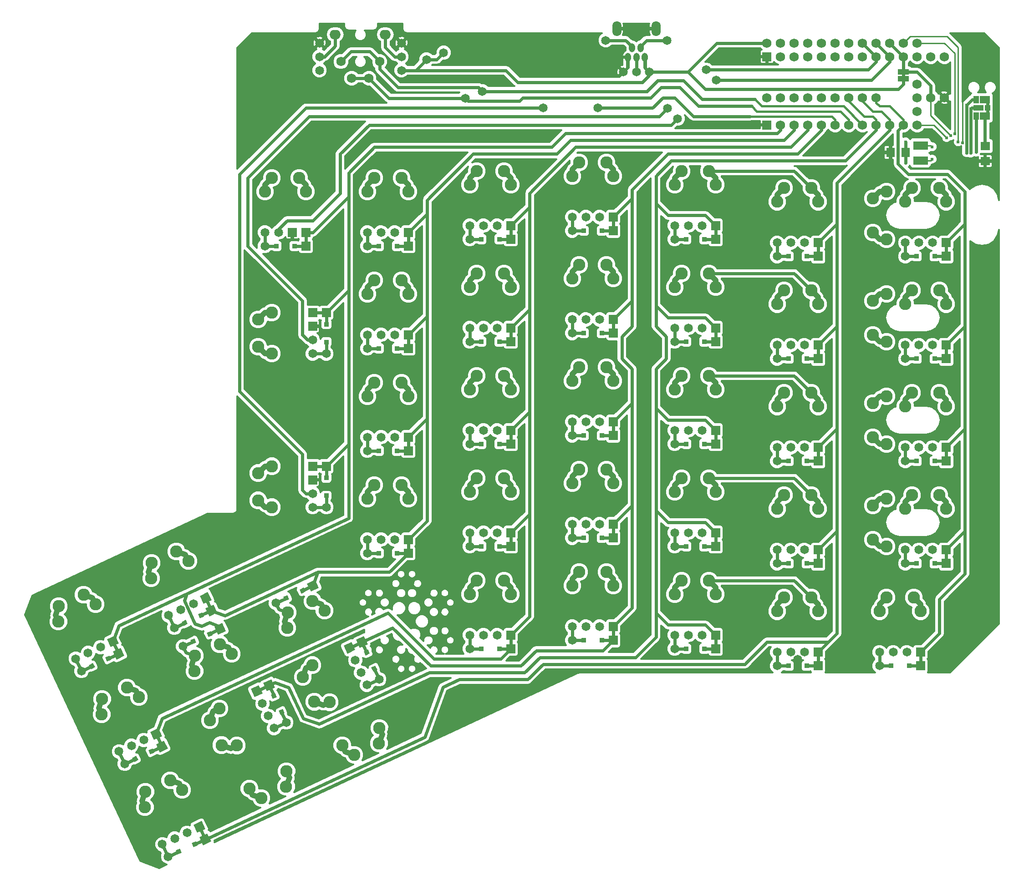
<source format=gtl>
G04 (created by PCBNEW (2013-07-07 BZR 4022)-stable) date 07/12/2013 12:51:58 AM*
%MOIN*%
G04 Gerber Fmt 3.4, Leading zero omitted, Abs format*
%FSLAX34Y34*%
G01*
G70*
G90*
G04 APERTURE LIST*
%ADD10C,0.00590551*%
%ADD11C,0.024*%
%ADD12R,0.106X0.063*%
%ADD13C,0.09*%
%ADD14C,0.067*%
%ADD15R,0.0748031X0.0531496*%
%ADD16R,0.0393701X0.0531496*%
%ADD17R,0.0748031X0.0393701*%
%ADD18R,0.0393701X0.0393701*%
%ADD19C,0.069*%
%ADD20R,0.069X0.069*%
%ADD21C,0.065*%
%ADD22R,0.065X0.065*%
%ADD23O,0.045X0.065*%
%ADD24O,0.067X0.11*%
%ADD25R,0.08X0.04*%
%ADD26O,0.081X0.069*%
%ADD27R,0.033X0.033*%
%ADD28C,0.0899*%
%ADD29C,0.0898*%
%ADD30R,0.071X0.063*%
%ADD31R,0.063X0.071*%
%ADD32C,0.024*%
%ADD33C,0.01*%
%ADD34C,0.016*%
%ADD35C,0.04*%
%ADD36C,0.0013*%
%ADD37C,0.012*%
G04 APERTURE END LIST*
G54D10*
G54D11*
X21000Y-57947D02*
X21766Y-57590D01*
X22953Y-57037D02*
X23719Y-56680D01*
X27797Y-54777D02*
X28563Y-54420D01*
X29750Y-53867D02*
X30516Y-53510D01*
X53240Y-15850D02*
X53540Y-15550D01*
X53540Y-15550D02*
X53540Y-14950D01*
X55140Y-15850D02*
X54840Y-15600D01*
X54840Y-15600D02*
X54840Y-14950D01*
X54190Y-14950D02*
X54190Y-15850D01*
X53840Y-13950D02*
X53390Y-13550D01*
X53390Y-13550D02*
X51940Y-13550D01*
X54540Y-13950D02*
X54940Y-13550D01*
X54940Y-13550D02*
X56440Y-13550D01*
X27000Y-28630D02*
X27845Y-28630D01*
X29155Y-28630D02*
X30000Y-28630D01*
X31500Y-36504D02*
X31500Y-35659D01*
X31500Y-34349D02*
X31500Y-33504D01*
X31500Y-47754D02*
X31500Y-46909D01*
X31500Y-45599D02*
X31500Y-44754D01*
X34500Y-28630D02*
X35345Y-28630D01*
X36655Y-28630D02*
X37500Y-28630D01*
X42000Y-28129D02*
X42845Y-28129D01*
X44155Y-28129D02*
X45000Y-28129D01*
X49500Y-27500D02*
X50345Y-27500D01*
X51655Y-27500D02*
X52500Y-27500D01*
X57000Y-28129D02*
X57845Y-28129D01*
X59155Y-28129D02*
X60000Y-28129D01*
X64500Y-29380D02*
X65345Y-29380D01*
X66655Y-29380D02*
X67500Y-29380D01*
X72000Y-59379D02*
X72845Y-59379D01*
X74155Y-59379D02*
X75000Y-59379D01*
X64500Y-59379D02*
X65345Y-59379D01*
X66655Y-59379D02*
X67500Y-59379D01*
X57000Y-58129D02*
X57845Y-58129D01*
X59155Y-58129D02*
X60000Y-58129D01*
X42000Y-58129D02*
X42845Y-58129D01*
X44155Y-58129D02*
X45000Y-58129D01*
X64500Y-51879D02*
X65345Y-51879D01*
X66655Y-51879D02*
X67500Y-51879D01*
X57000Y-50629D02*
X57845Y-50629D01*
X59155Y-50629D02*
X60000Y-50629D01*
X49500Y-50000D02*
X50345Y-50000D01*
X51655Y-50000D02*
X52500Y-50000D01*
X42000Y-50629D02*
X42845Y-50629D01*
X44155Y-50629D02*
X45000Y-50629D01*
X34500Y-51129D02*
X35345Y-51129D01*
X36655Y-51129D02*
X37500Y-51129D01*
X34500Y-36129D02*
X35345Y-36129D01*
X36655Y-36129D02*
X37500Y-36129D01*
X42000Y-35629D02*
X42845Y-35629D01*
X44155Y-35629D02*
X45000Y-35629D01*
X49500Y-35000D02*
X50345Y-35000D01*
X51655Y-35000D02*
X52500Y-35000D01*
X57000Y-35629D02*
X57845Y-35629D01*
X59155Y-35629D02*
X60000Y-35629D01*
X64500Y-36879D02*
X65345Y-36879D01*
X66655Y-36879D02*
X67500Y-36879D01*
X34500Y-43629D02*
X35345Y-43629D01*
X36655Y-43629D02*
X37500Y-43629D01*
X42000Y-43129D02*
X42845Y-43129D01*
X44155Y-43129D02*
X45000Y-43129D01*
X49500Y-42500D02*
X50345Y-42500D01*
X51655Y-42500D02*
X52500Y-42500D01*
X57000Y-43129D02*
X57845Y-43129D01*
X59155Y-43129D02*
X60000Y-43129D01*
X64500Y-44379D02*
X65345Y-44379D01*
X66655Y-44379D02*
X67500Y-44379D01*
X49500Y-57500D02*
X50345Y-57500D01*
X51655Y-57500D02*
X52500Y-57500D01*
X20366Y-56588D02*
X21132Y-56231D01*
X22319Y-55678D02*
X23085Y-55320D01*
X13569Y-59757D02*
X14335Y-59400D01*
X15522Y-58847D02*
X16288Y-58489D01*
X16738Y-66554D02*
X17504Y-66197D01*
X18691Y-65644D02*
X19457Y-65286D01*
X19908Y-73352D02*
X20674Y-72995D01*
X21861Y-72442D02*
X22627Y-72084D01*
X28564Y-63523D02*
X28207Y-62757D01*
X27654Y-61570D02*
X27296Y-60804D01*
X35361Y-60353D02*
X35004Y-59587D01*
X34451Y-58400D02*
X34093Y-57634D01*
X73875Y-29380D02*
X74720Y-29380D01*
X76030Y-29380D02*
X76875Y-29380D01*
X73875Y-36879D02*
X74720Y-36879D01*
X76030Y-36879D02*
X76875Y-36879D01*
X73875Y-51879D02*
X74720Y-51879D01*
X76030Y-51879D02*
X76875Y-51879D01*
X73875Y-44379D02*
X74720Y-44379D01*
X76030Y-44379D02*
X76875Y-44379D01*
G54D12*
X75000Y-21251D03*
X75000Y-22351D03*
G54D13*
X23689Y-57797D03*
X21845Y-59760D03*
G54D14*
X21815Y-60878D03*
X25440Y-59187D03*
G54D13*
X24564Y-58492D03*
X21876Y-58643D03*
G54D15*
X79716Y-17889D03*
X79716Y-19110D03*
G54D16*
X79066Y-17889D03*
X79066Y-19110D03*
G54D17*
X79244Y-18500D03*
G54D18*
X79893Y-18500D03*
G54D19*
X64750Y-14750D03*
X65750Y-14750D03*
X66750Y-14750D03*
X67750Y-14750D03*
X68750Y-14750D03*
X69750Y-14750D03*
X70750Y-14750D03*
X71750Y-14750D03*
X72750Y-14750D03*
X73750Y-14750D03*
X74750Y-14750D03*
X75750Y-14750D03*
X76750Y-14750D03*
G54D20*
X63750Y-14750D03*
G54D19*
X76750Y-17750D03*
X75750Y-17750D03*
X71750Y-17750D03*
X70750Y-17750D03*
X69750Y-17750D03*
X68750Y-17750D03*
X67750Y-17750D03*
X66750Y-17750D03*
X65750Y-17750D03*
X64750Y-17750D03*
X63750Y-17750D03*
G54D21*
X21000Y-57947D03*
G54D10*
G36*
X21686Y-57810D02*
X21547Y-57511D01*
X21846Y-57371D01*
X21985Y-57670D01*
X21686Y-57810D01*
X21686Y-57810D01*
G37*
G36*
X23562Y-57111D02*
X23287Y-56522D01*
X23876Y-56248D01*
X24151Y-56837D01*
X23562Y-57111D01*
X23562Y-57111D01*
G37*
G36*
X22873Y-57256D02*
X22734Y-56957D01*
X23033Y-56817D01*
X23172Y-57116D01*
X22873Y-57256D01*
X22873Y-57256D01*
G37*
G54D21*
X27797Y-54777D03*
G54D10*
G36*
X28483Y-54640D02*
X28344Y-54341D01*
X28643Y-54201D01*
X28782Y-54500D01*
X28483Y-54640D01*
X28483Y-54640D01*
G37*
G36*
X30359Y-53941D02*
X30084Y-53352D01*
X30673Y-53078D01*
X30948Y-53667D01*
X30359Y-53941D01*
X30359Y-53941D01*
G37*
G36*
X29670Y-54086D02*
X29531Y-53787D01*
X29830Y-53647D01*
X29969Y-53946D01*
X29670Y-54086D01*
X29670Y-54086D01*
G37*
G54D21*
X30500Y-46754D03*
G54D22*
X30500Y-45754D03*
G54D21*
X30500Y-35504D03*
G54D22*
X30500Y-34504D03*
G54D21*
X28000Y-27630D03*
G54D22*
X29000Y-27630D03*
G54D23*
X54820Y-14785D03*
X54505Y-14097D03*
X54190Y-14785D03*
X53875Y-14097D03*
X53560Y-14785D03*
G54D24*
X52754Y-12689D03*
X55626Y-12689D03*
G54D21*
X55140Y-15850D03*
X56440Y-13550D03*
X54190Y-15850D03*
X51940Y-13550D03*
X53240Y-15850D03*
G54D13*
X30486Y-54627D03*
X28642Y-56590D03*
G54D14*
X28612Y-57708D03*
X32237Y-56017D03*
G54D13*
X31361Y-55322D03*
X28673Y-55473D03*
X33533Y-65896D03*
X35377Y-63933D03*
G54D14*
X35407Y-62815D03*
X31782Y-64506D03*
G54D13*
X32658Y-65201D03*
X35346Y-65050D03*
X26735Y-69065D03*
X28579Y-67102D03*
G54D14*
X28609Y-65984D03*
X24984Y-67675D03*
G54D13*
X25860Y-68370D03*
X28548Y-68219D03*
G54D21*
X60039Y-16460D03*
X57210Y-19289D03*
X59289Y-15710D03*
X56460Y-18539D03*
X51375Y-18500D03*
X47375Y-18500D03*
X40085Y-14460D03*
X42914Y-17289D03*
X38835Y-14960D03*
X41664Y-17789D03*
X31000Y-15750D03*
X31000Y-14750D03*
X31000Y-13750D03*
X37000Y-15750D03*
X37000Y-14750D03*
X37000Y-13750D03*
G54D25*
X73750Y-15875D03*
X73750Y-16375D03*
G54D26*
X35810Y-13140D03*
G54D19*
X32560Y-15110D03*
X34610Y-16330D03*
G54D26*
X32150Y-13140D03*
G54D19*
X33350Y-16330D03*
X35400Y-15110D03*
G54D13*
X29500Y-23630D03*
X27000Y-24630D03*
G54D14*
X26500Y-25630D03*
X30500Y-25630D03*
G54D13*
X30000Y-24630D03*
X27500Y-23630D03*
G54D21*
X27000Y-27630D03*
G54D22*
X30000Y-27630D03*
G54D21*
X27000Y-28630D03*
G54D22*
X30000Y-28630D03*
G54D27*
X27845Y-28630D03*
X29155Y-28630D03*
G54D13*
X26500Y-34004D03*
X27500Y-36504D03*
G54D14*
X28500Y-37004D03*
X28500Y-33004D03*
G54D13*
X27500Y-33504D03*
X26500Y-36004D03*
G54D21*
X30500Y-36504D03*
G54D22*
X30500Y-33504D03*
G54D21*
X31500Y-36504D03*
G54D22*
X31500Y-33504D03*
G54D27*
X31500Y-35659D03*
X31500Y-34349D03*
G54D13*
X26500Y-45254D03*
X27500Y-47754D03*
G54D14*
X28500Y-48254D03*
X28500Y-44254D03*
G54D13*
X27500Y-44754D03*
X26500Y-47254D03*
G54D21*
X30500Y-47754D03*
G54D22*
X30500Y-44754D03*
G54D21*
X31500Y-47754D03*
G54D22*
X31500Y-44754D03*
G54D27*
X31500Y-46909D03*
X31500Y-45599D03*
G54D20*
X63750Y-19750D03*
G54D19*
X64750Y-19750D03*
X65750Y-19750D03*
X66750Y-19750D03*
X67750Y-19750D03*
X68750Y-19750D03*
X69750Y-19750D03*
X70750Y-19750D03*
X71750Y-19750D03*
X72750Y-19750D03*
X73750Y-19750D03*
X74750Y-19750D03*
X74750Y-13750D03*
X73750Y-13750D03*
X72750Y-13750D03*
X71750Y-13750D03*
X70750Y-13750D03*
X69750Y-13750D03*
X68750Y-13750D03*
X65750Y-13750D03*
X64750Y-13750D03*
X63750Y-13750D03*
X67750Y-13750D03*
X66750Y-13750D03*
X74750Y-18750D03*
X74750Y-17750D03*
X74750Y-16750D03*
G54D13*
X37000Y-23630D03*
X34500Y-24630D03*
G54D14*
X34000Y-25630D03*
X38000Y-25630D03*
G54D13*
X37500Y-24630D03*
X35000Y-23630D03*
G54D21*
X34500Y-27630D03*
G54D22*
X37500Y-27630D03*
G54D21*
X34500Y-28630D03*
G54D22*
X37500Y-28630D03*
G54D27*
X35345Y-28630D03*
X36655Y-28630D03*
G54D21*
X35500Y-27630D03*
X36500Y-27630D03*
G54D13*
X44500Y-23129D03*
X42000Y-24129D03*
G54D14*
X41500Y-25129D03*
X45500Y-25129D03*
G54D13*
X45000Y-24129D03*
X42500Y-23129D03*
G54D21*
X42000Y-27129D03*
G54D22*
X45000Y-27129D03*
G54D21*
X42000Y-28129D03*
G54D22*
X45000Y-28129D03*
G54D27*
X42845Y-28129D03*
X44155Y-28129D03*
G54D21*
X43000Y-27129D03*
X44000Y-27129D03*
G54D13*
X52000Y-22500D03*
X49500Y-23500D03*
G54D14*
X49000Y-24500D03*
X53000Y-24500D03*
G54D13*
X52500Y-23500D03*
X50000Y-22500D03*
G54D21*
X49500Y-26500D03*
G54D22*
X52500Y-26500D03*
G54D21*
X49500Y-27500D03*
G54D22*
X52500Y-27500D03*
G54D27*
X50345Y-27500D03*
X51655Y-27500D03*
G54D21*
X50500Y-26500D03*
X51500Y-26500D03*
G54D13*
X59500Y-23129D03*
X57000Y-24129D03*
G54D14*
X56500Y-25129D03*
X60500Y-25129D03*
G54D13*
X60000Y-24129D03*
X57500Y-23129D03*
G54D21*
X57000Y-27129D03*
G54D22*
X60000Y-27129D03*
G54D21*
X57000Y-28129D03*
G54D22*
X60000Y-28129D03*
G54D27*
X57845Y-28129D03*
X59155Y-28129D03*
G54D21*
X58000Y-27129D03*
X59000Y-27129D03*
G54D13*
X67000Y-24380D03*
X64500Y-25380D03*
G54D14*
X64000Y-26380D03*
X68000Y-26380D03*
G54D13*
X67500Y-25380D03*
X65000Y-24380D03*
G54D21*
X64500Y-28380D03*
G54D22*
X67500Y-28380D03*
G54D21*
X64500Y-29380D03*
G54D22*
X67500Y-29380D03*
G54D27*
X65345Y-29380D03*
X66655Y-29380D03*
G54D21*
X65500Y-28380D03*
X66500Y-28380D03*
G54D13*
X74500Y-54379D03*
X72000Y-55379D03*
G54D14*
X71500Y-56379D03*
X75500Y-56379D03*
G54D13*
X75000Y-55379D03*
X72500Y-54379D03*
G54D21*
X72000Y-58379D03*
G54D22*
X75000Y-58379D03*
G54D21*
X72000Y-59379D03*
G54D22*
X75000Y-59379D03*
G54D27*
X72845Y-59379D03*
X74155Y-59379D03*
G54D21*
X73000Y-58379D03*
X74000Y-58379D03*
G54D13*
X67000Y-54379D03*
X64500Y-55379D03*
G54D14*
X64000Y-56379D03*
X68000Y-56379D03*
G54D13*
X67500Y-55379D03*
X65000Y-54379D03*
G54D21*
X64500Y-58379D03*
G54D22*
X67500Y-58379D03*
G54D21*
X64500Y-59379D03*
G54D22*
X67500Y-59379D03*
G54D27*
X65345Y-59379D03*
X66655Y-59379D03*
G54D21*
X65500Y-58379D03*
X66500Y-58379D03*
G54D13*
X59500Y-53129D03*
X57000Y-54129D03*
G54D14*
X56500Y-55129D03*
X60500Y-55129D03*
G54D13*
X60000Y-54129D03*
X57500Y-53129D03*
G54D21*
X57000Y-57129D03*
G54D22*
X60000Y-57129D03*
G54D21*
X57000Y-58129D03*
G54D22*
X60000Y-58129D03*
G54D27*
X57845Y-58129D03*
X59155Y-58129D03*
G54D21*
X58000Y-57129D03*
X59000Y-57129D03*
G54D13*
X44500Y-53129D03*
X42000Y-54129D03*
G54D14*
X41500Y-55129D03*
X45500Y-55129D03*
G54D13*
X45000Y-54129D03*
X42500Y-53129D03*
G54D21*
X42000Y-57129D03*
G54D22*
X45000Y-57129D03*
G54D21*
X42000Y-58129D03*
G54D22*
X45000Y-58129D03*
G54D27*
X42845Y-58129D03*
X44155Y-58129D03*
G54D21*
X43000Y-57129D03*
X44000Y-57129D03*
G54D13*
X67000Y-46879D03*
X64500Y-47879D03*
G54D14*
X64000Y-48879D03*
X68000Y-48879D03*
G54D13*
X67500Y-47879D03*
X65000Y-46879D03*
G54D21*
X64500Y-50879D03*
G54D22*
X67500Y-50879D03*
G54D21*
X64500Y-51879D03*
G54D22*
X67500Y-51879D03*
G54D27*
X65345Y-51879D03*
X66655Y-51879D03*
G54D21*
X65500Y-50879D03*
X66500Y-50879D03*
G54D13*
X59500Y-45629D03*
X57000Y-46629D03*
G54D14*
X56500Y-47629D03*
X60500Y-47629D03*
G54D13*
X60000Y-46629D03*
X57500Y-45629D03*
G54D21*
X57000Y-49629D03*
G54D22*
X60000Y-49629D03*
G54D21*
X57000Y-50629D03*
G54D22*
X60000Y-50629D03*
G54D27*
X57845Y-50629D03*
X59155Y-50629D03*
G54D21*
X58000Y-49629D03*
X59000Y-49629D03*
G54D13*
X52000Y-45000D03*
X49500Y-46000D03*
G54D14*
X49000Y-47000D03*
X53000Y-47000D03*
G54D13*
X52500Y-46000D03*
X50000Y-45000D03*
G54D21*
X49500Y-49000D03*
G54D22*
X52500Y-49000D03*
G54D21*
X49500Y-50000D03*
G54D22*
X52500Y-50000D03*
G54D27*
X50345Y-50000D03*
X51655Y-50000D03*
G54D21*
X50500Y-49000D03*
X51500Y-49000D03*
G54D13*
X44500Y-45629D03*
X42000Y-46629D03*
G54D14*
X41500Y-47629D03*
X45500Y-47629D03*
G54D13*
X45000Y-46629D03*
X42500Y-45629D03*
G54D21*
X42000Y-49629D03*
G54D22*
X45000Y-49629D03*
G54D21*
X42000Y-50629D03*
G54D22*
X45000Y-50629D03*
G54D27*
X42845Y-50629D03*
X44155Y-50629D03*
G54D21*
X43000Y-49629D03*
X44000Y-49629D03*
G54D13*
X37000Y-46129D03*
X34500Y-47129D03*
G54D14*
X34000Y-48129D03*
X38000Y-48129D03*
G54D13*
X37500Y-47129D03*
X35000Y-46129D03*
G54D21*
X34500Y-50129D03*
G54D22*
X37500Y-50129D03*
G54D21*
X34500Y-51129D03*
G54D22*
X37500Y-51129D03*
G54D27*
X35345Y-51129D03*
X36655Y-51129D03*
G54D21*
X35500Y-50129D03*
X36500Y-50129D03*
G54D13*
X37000Y-31129D03*
X34500Y-32129D03*
G54D14*
X34000Y-33129D03*
X38000Y-33129D03*
G54D13*
X37500Y-32129D03*
X35000Y-31129D03*
G54D21*
X34500Y-35129D03*
G54D22*
X37500Y-35129D03*
G54D21*
X34500Y-36129D03*
G54D22*
X37500Y-36129D03*
G54D27*
X35345Y-36129D03*
X36655Y-36129D03*
G54D21*
X35500Y-35129D03*
X36500Y-35129D03*
G54D13*
X44500Y-30629D03*
X42000Y-31629D03*
G54D14*
X41500Y-32629D03*
X45500Y-32629D03*
G54D13*
X45000Y-31629D03*
X42500Y-30629D03*
G54D21*
X42000Y-34629D03*
G54D22*
X45000Y-34629D03*
G54D21*
X42000Y-35629D03*
G54D22*
X45000Y-35629D03*
G54D27*
X42845Y-35629D03*
X44155Y-35629D03*
G54D21*
X43000Y-34629D03*
X44000Y-34629D03*
G54D13*
X52000Y-30000D03*
X49500Y-31000D03*
G54D14*
X49000Y-32000D03*
X53000Y-32000D03*
G54D13*
X52500Y-31000D03*
X50000Y-30000D03*
G54D21*
X49500Y-34000D03*
G54D22*
X52500Y-34000D03*
G54D21*
X49500Y-35000D03*
G54D22*
X52500Y-35000D03*
G54D27*
X50345Y-35000D03*
X51655Y-35000D03*
G54D21*
X50500Y-34000D03*
X51500Y-34000D03*
G54D13*
X59500Y-30629D03*
X57000Y-31629D03*
G54D14*
X56500Y-32629D03*
X60500Y-32629D03*
G54D13*
X60000Y-31629D03*
X57500Y-30629D03*
G54D21*
X57000Y-34629D03*
G54D22*
X60000Y-34629D03*
G54D21*
X57000Y-35629D03*
G54D22*
X60000Y-35629D03*
G54D27*
X57845Y-35629D03*
X59155Y-35629D03*
G54D21*
X58000Y-34629D03*
X59000Y-34629D03*
G54D13*
X67000Y-31879D03*
X64500Y-32879D03*
G54D14*
X64000Y-33879D03*
X68000Y-33879D03*
G54D13*
X67500Y-32879D03*
X65000Y-31879D03*
G54D21*
X64500Y-35879D03*
G54D22*
X67500Y-35879D03*
G54D21*
X64500Y-36879D03*
G54D22*
X67500Y-36879D03*
G54D27*
X65345Y-36879D03*
X66655Y-36879D03*
G54D21*
X65500Y-35879D03*
X66500Y-35879D03*
G54D13*
X37000Y-38629D03*
X34500Y-39629D03*
G54D14*
X34000Y-40629D03*
X38000Y-40629D03*
G54D13*
X37500Y-39629D03*
X35000Y-38629D03*
G54D21*
X34500Y-42629D03*
G54D22*
X37500Y-42629D03*
G54D21*
X34500Y-43629D03*
G54D22*
X37500Y-43629D03*
G54D27*
X35345Y-43629D03*
X36655Y-43629D03*
G54D21*
X35500Y-42629D03*
X36500Y-42629D03*
G54D13*
X44500Y-38129D03*
X42000Y-39129D03*
G54D14*
X41500Y-40129D03*
X45500Y-40129D03*
G54D13*
X45000Y-39129D03*
X42500Y-38129D03*
G54D21*
X42000Y-42129D03*
G54D22*
X45000Y-42129D03*
G54D21*
X42000Y-43129D03*
G54D22*
X45000Y-43129D03*
G54D27*
X42845Y-43129D03*
X44155Y-43129D03*
G54D21*
X43000Y-42129D03*
X44000Y-42129D03*
G54D13*
X52000Y-37500D03*
X49500Y-38500D03*
G54D14*
X49000Y-39500D03*
X53000Y-39500D03*
G54D13*
X52500Y-38500D03*
X50000Y-37500D03*
G54D21*
X49500Y-41500D03*
G54D22*
X52500Y-41500D03*
G54D21*
X49500Y-42500D03*
G54D22*
X52500Y-42500D03*
G54D27*
X50345Y-42500D03*
X51655Y-42500D03*
G54D21*
X50500Y-41500D03*
X51500Y-41500D03*
G54D13*
X59500Y-38129D03*
X57000Y-39129D03*
G54D14*
X56500Y-40129D03*
X60500Y-40129D03*
G54D13*
X60000Y-39129D03*
X57500Y-38129D03*
G54D21*
X57000Y-42129D03*
G54D22*
X60000Y-42129D03*
G54D21*
X57000Y-43129D03*
G54D22*
X60000Y-43129D03*
G54D27*
X57845Y-43129D03*
X59155Y-43129D03*
G54D21*
X58000Y-42129D03*
X59000Y-42129D03*
G54D13*
X67000Y-39379D03*
X64500Y-40379D03*
G54D14*
X64000Y-41379D03*
X68000Y-41379D03*
G54D13*
X67500Y-40379D03*
X65000Y-39379D03*
G54D21*
X64500Y-43379D03*
G54D22*
X67500Y-43379D03*
G54D21*
X64500Y-44379D03*
G54D22*
X67500Y-44379D03*
G54D27*
X65345Y-44379D03*
X66655Y-44379D03*
G54D21*
X65500Y-43379D03*
X66500Y-43379D03*
G54D13*
X52000Y-52500D03*
X49500Y-53500D03*
G54D14*
X49000Y-54500D03*
X53000Y-54500D03*
G54D13*
X52500Y-53500D03*
X50000Y-52500D03*
G54D21*
X49500Y-56500D03*
G54D22*
X52500Y-56500D03*
G54D21*
X49500Y-57500D03*
G54D22*
X52500Y-57500D03*
G54D27*
X50345Y-57500D03*
X51655Y-57500D03*
G54D21*
X50500Y-56500D03*
X51500Y-56500D03*
G54D13*
X20519Y-51000D03*
X18675Y-52963D03*
G54D14*
X18645Y-54081D03*
X22270Y-52390D03*
G54D13*
X21394Y-51695D03*
X18706Y-51846D03*
G54D21*
X19943Y-55682D03*
G54D10*
G36*
X22505Y-54846D02*
X22230Y-54257D01*
X22819Y-53982D01*
X23094Y-54571D01*
X22505Y-54846D01*
X22505Y-54846D01*
G37*
G54D21*
X20366Y-56588D03*
G54D10*
G36*
X22928Y-55752D02*
X22653Y-55163D01*
X23242Y-54889D01*
X23517Y-55478D01*
X22928Y-55752D01*
X22928Y-55752D01*
G37*
G36*
X21052Y-56451D02*
X20912Y-56151D01*
X21212Y-56012D01*
X21351Y-56311D01*
X21052Y-56451D01*
X21052Y-56451D01*
G37*
G36*
X22239Y-55897D02*
X22100Y-55598D01*
X22399Y-55458D01*
X22538Y-55757D01*
X22239Y-55897D01*
X22239Y-55897D01*
G37*
G54D21*
X20850Y-55259D03*
X21756Y-54837D03*
G54D13*
X13722Y-54169D03*
X11878Y-56132D03*
G54D14*
X11848Y-57250D03*
X15473Y-55559D03*
G54D13*
X14597Y-54864D03*
X11909Y-55015D03*
G54D21*
X13146Y-58851D03*
G54D10*
G36*
X15708Y-58015D02*
X15433Y-57426D01*
X16022Y-57151D01*
X16297Y-57740D01*
X15708Y-58015D01*
X15708Y-58015D01*
G37*
G54D21*
X13569Y-59757D03*
G54D10*
G36*
X16131Y-58921D02*
X15856Y-58332D01*
X16445Y-58058D01*
X16720Y-58647D01*
X16131Y-58921D01*
X16131Y-58921D01*
G37*
G36*
X14255Y-59620D02*
X14115Y-59320D01*
X14415Y-59181D01*
X14554Y-59480D01*
X14255Y-59620D01*
X14255Y-59620D01*
G37*
G36*
X15442Y-59066D02*
X15303Y-58767D01*
X15602Y-58627D01*
X15741Y-58926D01*
X15442Y-59066D01*
X15442Y-59066D01*
G37*
G54D21*
X14053Y-58428D03*
X14959Y-58006D03*
G54D13*
X16891Y-60966D03*
X15047Y-62929D03*
G54D14*
X15017Y-64047D03*
X18642Y-62356D03*
G54D13*
X17766Y-61661D03*
X15078Y-61812D03*
G54D21*
X16315Y-65648D03*
G54D10*
G36*
X18877Y-64812D02*
X18602Y-64223D01*
X19191Y-63948D01*
X19466Y-64537D01*
X18877Y-64812D01*
X18877Y-64812D01*
G37*
G54D21*
X16738Y-66554D03*
G54D10*
G36*
X19300Y-65718D02*
X19025Y-65129D01*
X19614Y-64855D01*
X19889Y-65444D01*
X19300Y-65718D01*
X19300Y-65718D01*
G37*
G36*
X17424Y-66417D02*
X17284Y-66117D01*
X17584Y-65978D01*
X17723Y-66277D01*
X17424Y-66417D01*
X17424Y-66417D01*
G37*
G36*
X18611Y-65863D02*
X18472Y-65564D01*
X18771Y-65424D01*
X18910Y-65723D01*
X18611Y-65863D01*
X18611Y-65863D01*
G37*
G54D21*
X17222Y-65225D03*
X18128Y-64803D03*
G54D13*
X20061Y-67764D03*
X18217Y-69727D03*
G54D14*
X18187Y-70845D03*
X21812Y-69154D03*
G54D13*
X20936Y-68459D03*
X18248Y-68610D03*
G54D21*
X19485Y-72446D03*
G54D10*
G36*
X22047Y-71610D02*
X21772Y-71021D01*
X22361Y-70746D01*
X22636Y-71335D01*
X22047Y-71610D01*
X22047Y-71610D01*
G37*
G54D21*
X19908Y-73352D03*
G54D10*
G36*
X22470Y-72516D02*
X22195Y-71927D01*
X22784Y-71653D01*
X23059Y-72242D01*
X22470Y-72516D01*
X22470Y-72516D01*
G37*
G36*
X20594Y-73215D02*
X20454Y-72915D01*
X20754Y-72776D01*
X20893Y-73075D01*
X20594Y-73215D01*
X20594Y-73215D01*
G37*
G36*
X21781Y-72661D02*
X21642Y-72362D01*
X21941Y-72222D01*
X22080Y-72521D01*
X21781Y-72661D01*
X21781Y-72661D01*
G37*
G54D21*
X20392Y-72023D03*
X21298Y-71601D03*
G54D13*
X22976Y-63370D03*
X24939Y-65214D03*
G54D14*
X26057Y-65244D03*
X24366Y-61619D03*
G54D13*
X23671Y-62495D03*
X23822Y-65183D03*
G54D21*
X27658Y-63946D03*
G54D10*
G36*
X26822Y-61384D02*
X26233Y-61659D01*
X25958Y-61070D01*
X26547Y-60795D01*
X26822Y-61384D01*
X26822Y-61384D01*
G37*
G54D21*
X28564Y-63523D03*
G54D10*
G36*
X27728Y-60961D02*
X27139Y-61236D01*
X26865Y-60647D01*
X27454Y-60372D01*
X27728Y-60961D01*
X27728Y-60961D01*
G37*
G36*
X28427Y-62837D02*
X28127Y-62977D01*
X27988Y-62677D01*
X28287Y-62538D01*
X28427Y-62837D01*
X28427Y-62837D01*
G37*
G36*
X27873Y-61650D02*
X27574Y-61789D01*
X27434Y-61490D01*
X27733Y-61351D01*
X27873Y-61650D01*
X27873Y-61650D01*
G37*
G54D21*
X27235Y-63039D03*
X26813Y-62133D03*
G54D13*
X29773Y-60200D03*
X31736Y-62044D03*
G54D14*
X32854Y-62074D03*
X31163Y-58449D03*
G54D13*
X30468Y-59325D03*
X30619Y-62013D03*
G54D21*
X34455Y-60776D03*
G54D10*
G36*
X33619Y-58214D02*
X33030Y-58489D01*
X32755Y-57900D01*
X33344Y-57625D01*
X33619Y-58214D01*
X33619Y-58214D01*
G37*
G54D21*
X35361Y-60353D03*
G54D10*
G36*
X34525Y-57791D02*
X33936Y-58066D01*
X33662Y-57477D01*
X34251Y-57202D01*
X34525Y-57791D01*
X34525Y-57791D01*
G37*
G36*
X35224Y-59667D02*
X34924Y-59807D01*
X34785Y-59507D01*
X35084Y-59368D01*
X35224Y-59667D01*
X35224Y-59667D01*
G37*
G36*
X34670Y-58480D02*
X34371Y-58619D01*
X34231Y-58320D01*
X34530Y-58181D01*
X34670Y-58480D01*
X34670Y-58480D01*
G37*
G54D21*
X34032Y-59869D03*
X33610Y-58963D03*
G54D13*
X76375Y-24380D03*
X73875Y-25380D03*
G54D14*
X77375Y-26380D03*
G54D28*
X76875Y-25380D03*
G54D13*
X74375Y-24380D03*
G54D21*
X73875Y-28380D03*
G54D22*
X76875Y-28380D03*
G54D21*
X73875Y-29380D03*
G54D22*
X76875Y-29380D03*
G54D27*
X74720Y-29380D03*
X76030Y-29380D03*
G54D29*
X71500Y-25130D03*
X72500Y-24630D03*
X72500Y-28130D03*
X71500Y-27630D03*
G54D21*
X74875Y-28380D03*
X75875Y-28380D03*
G54D13*
X76375Y-31879D03*
X73875Y-32879D03*
G54D14*
X77375Y-33879D03*
G54D28*
X76875Y-32879D03*
G54D13*
X74375Y-31879D03*
G54D21*
X73875Y-35879D03*
G54D22*
X76875Y-35879D03*
G54D21*
X73875Y-36879D03*
G54D22*
X76875Y-36879D03*
G54D27*
X74720Y-36879D03*
X76030Y-36879D03*
G54D29*
X71500Y-32629D03*
X72500Y-32129D03*
X72500Y-35629D03*
X71500Y-35129D03*
G54D21*
X74875Y-35879D03*
X75875Y-35879D03*
G54D13*
X76375Y-46879D03*
X73875Y-47879D03*
G54D14*
X77375Y-48879D03*
G54D28*
X76875Y-47879D03*
G54D13*
X74375Y-46879D03*
G54D21*
X73875Y-50879D03*
G54D22*
X76875Y-50879D03*
G54D21*
X73875Y-51879D03*
G54D22*
X76875Y-51879D03*
G54D27*
X74720Y-51879D03*
X76030Y-51879D03*
G54D29*
X71500Y-47629D03*
X72500Y-47129D03*
X72500Y-50629D03*
X71500Y-50129D03*
G54D21*
X74875Y-50879D03*
X75875Y-50879D03*
G54D30*
X79725Y-22400D03*
X79725Y-21300D03*
G54D13*
X76375Y-39379D03*
X73875Y-40379D03*
G54D14*
X77375Y-41379D03*
G54D28*
X76875Y-40379D03*
G54D13*
X74375Y-39379D03*
G54D21*
X73875Y-43379D03*
G54D22*
X76875Y-43379D03*
G54D21*
X73875Y-44379D03*
G54D22*
X76875Y-44379D03*
G54D27*
X74720Y-44379D03*
X76030Y-44379D03*
G54D29*
X71500Y-40129D03*
X72500Y-39629D03*
X72500Y-43129D03*
X71500Y-42629D03*
G54D21*
X74875Y-43379D03*
X75875Y-43379D03*
G54D31*
X73896Y-21771D03*
X72796Y-21771D03*
G54D32*
X79066Y-21736D03*
X79066Y-19665D03*
X77750Y-21000D03*
X78661Y-21814D03*
X78661Y-18578D03*
X77492Y-20389D03*
X75841Y-22258D03*
X75852Y-21352D03*
X78366Y-18311D03*
X78366Y-21787D03*
X76901Y-20688D03*
X79716Y-20007D03*
X78055Y-21070D03*
X78228Y-16929D03*
X78228Y-17283D03*
X78228Y-17637D03*
X75787Y-21791D03*
G54D21*
X63250Y-59375D03*
X60500Y-14750D03*
X45875Y-20625D03*
G54D32*
X68625Y-21250D03*
G54D21*
X33500Y-21875D03*
X66000Y-58900D03*
G54D32*
X73896Y-22518D03*
X73897Y-20984D03*
X77208Y-20539D03*
G54D11*
X79066Y-21736D02*
X79066Y-19665D01*
G54D33*
X79030Y-21677D02*
X79066Y-21633D01*
G54D11*
X79066Y-19665D02*
X79066Y-19110D01*
G54D33*
X77750Y-14050D02*
X77750Y-21000D01*
X76950Y-13250D02*
X77750Y-14050D01*
X74250Y-13250D02*
X76950Y-13250D01*
X73750Y-13750D02*
X74250Y-13250D01*
G54D11*
X73346Y-20153D02*
X73750Y-19750D01*
G54D34*
X73750Y-19375D02*
X73750Y-19750D01*
G54D11*
X74488Y-23358D02*
X74116Y-23358D01*
X78250Y-27005D02*
X78250Y-24625D01*
X78247Y-24625D02*
X76980Y-23358D01*
X76980Y-23358D02*
X74488Y-23358D01*
X78250Y-24625D02*
X78247Y-24625D01*
X73346Y-22588D02*
X73346Y-20153D01*
X74116Y-23358D02*
X73346Y-22588D01*
G54D34*
X71750Y-17750D02*
X71750Y-18125D01*
X72000Y-18375D02*
X72750Y-18375D01*
X72750Y-18375D02*
X73750Y-19375D01*
X71750Y-18125D02*
X72000Y-18375D01*
G54D11*
X76875Y-50879D02*
X78250Y-49504D01*
X76875Y-35879D02*
X78250Y-34504D01*
X75000Y-58379D02*
X75000Y-59379D01*
X76875Y-43379D02*
X76875Y-44379D01*
X76375Y-57004D02*
X76375Y-54499D01*
X78250Y-34504D02*
X78250Y-27005D01*
X76875Y-28380D02*
X78250Y-27005D01*
X76875Y-35879D02*
X76875Y-36879D01*
X76875Y-43379D02*
X78250Y-42004D01*
X75000Y-58379D02*
X76375Y-57004D01*
X76875Y-50879D02*
X76875Y-51879D01*
X78250Y-42004D02*
X78250Y-34504D01*
X76875Y-28380D02*
X76875Y-29380D01*
X76375Y-54499D02*
X78250Y-52624D01*
X78250Y-52624D02*
X78250Y-49504D01*
X78250Y-49504D02*
X78250Y-42004D01*
X38714Y-64584D02*
X40044Y-60929D01*
X40044Y-60929D02*
X41232Y-60375D01*
X22627Y-72085D02*
X38714Y-64584D01*
X68875Y-57004D02*
X68875Y-49504D01*
X68875Y-49504D02*
X68875Y-42004D01*
X72750Y-19750D02*
X72750Y-20125D01*
X68252Y-57627D02*
X68875Y-57004D01*
X67500Y-35879D02*
X67500Y-36879D01*
G54D34*
X70750Y-18000D02*
X71500Y-18750D01*
X72125Y-18750D02*
X72750Y-19375D01*
G54D11*
X67500Y-50879D02*
X67500Y-51879D01*
X67500Y-28380D02*
X67500Y-29380D01*
X68875Y-24000D02*
X68875Y-27000D01*
X72750Y-20125D02*
X68875Y-24000D01*
X67500Y-43379D02*
X68875Y-42004D01*
X67500Y-58379D02*
X67500Y-59379D01*
X68875Y-42004D02*
X68875Y-34504D01*
X22205Y-71179D02*
X22627Y-72085D01*
G54D34*
X70750Y-17750D02*
X70750Y-18000D01*
G54D11*
X67500Y-28380D02*
X67500Y-28375D01*
X67500Y-35879D02*
X68875Y-34504D01*
X41232Y-60375D02*
X46250Y-60375D01*
X47375Y-59250D02*
X46250Y-60375D01*
G54D34*
X72750Y-19375D02*
X72750Y-19750D01*
G54D11*
X67500Y-28375D02*
X68875Y-27000D01*
X67500Y-50879D02*
X68875Y-49504D01*
G54D34*
X71500Y-18750D02*
X72125Y-18750D01*
G54D11*
X67500Y-58379D02*
X68252Y-57627D01*
X68875Y-27000D02*
X68875Y-34504D01*
X67500Y-43379D02*
X67500Y-44379D01*
X63748Y-57627D02*
X62125Y-59250D01*
X63748Y-57627D02*
X68252Y-57627D01*
X62125Y-59250D02*
X47375Y-59250D01*
X67750Y-20125D02*
X66000Y-21875D01*
X34095Y-57635D02*
X36339Y-56589D01*
X51750Y-58250D02*
X52500Y-57500D01*
X36339Y-56589D02*
X39125Y-59375D01*
X52500Y-26500D02*
X53875Y-25125D01*
X53875Y-25125D02*
X53875Y-24500D01*
X53125Y-36875D02*
X53125Y-35250D01*
X66000Y-21875D02*
X56500Y-21875D01*
X52500Y-41500D02*
X52500Y-42500D01*
X52500Y-49000D02*
X53875Y-47625D01*
X52500Y-41500D02*
X53875Y-40125D01*
X53875Y-55125D02*
X53875Y-47625D01*
X67750Y-19750D02*
X67750Y-20125D01*
X52500Y-56500D02*
X52500Y-57500D01*
X33188Y-58057D02*
X34095Y-57635D01*
X51750Y-58250D02*
X46875Y-58250D01*
X53875Y-34500D02*
X53875Y-32625D01*
X52500Y-56500D02*
X53875Y-55125D01*
X52500Y-49000D02*
X52500Y-50000D01*
X45750Y-59375D02*
X39125Y-59375D01*
X52500Y-34000D02*
X53875Y-32625D01*
X46875Y-58250D02*
X45750Y-59375D01*
X53125Y-35250D02*
X53875Y-34500D01*
X53875Y-37625D02*
X53125Y-36875D01*
X52500Y-26500D02*
X52500Y-27500D01*
X52500Y-34000D02*
X52500Y-35000D01*
X53875Y-32625D02*
X53875Y-25125D01*
X53875Y-24500D02*
X56500Y-21875D01*
X53875Y-47625D02*
X53875Y-40125D01*
X53875Y-40125D02*
X53875Y-37625D01*
X56500Y-41375D02*
X55625Y-40500D01*
X56500Y-56375D02*
X55625Y-55500D01*
X60000Y-57129D02*
X59246Y-56375D01*
X59246Y-56375D02*
X56500Y-56375D01*
X71750Y-20125D02*
X69500Y-22375D01*
X60000Y-42129D02*
X59246Y-41375D01*
X60000Y-42129D02*
X60000Y-43129D01*
X69500Y-22375D02*
X56750Y-22375D01*
G54D34*
X69750Y-18000D02*
X70875Y-19125D01*
X71500Y-19125D02*
X71750Y-19375D01*
G54D11*
X60000Y-49629D02*
X59246Y-48875D01*
X56750Y-22375D02*
X55625Y-23500D01*
G54D34*
X70875Y-19125D02*
X71500Y-19125D01*
G54D11*
X60000Y-27129D02*
X60000Y-28129D01*
X60000Y-27129D02*
X59246Y-26375D01*
X55625Y-37625D02*
X56375Y-36875D01*
X55625Y-55500D02*
X55625Y-48000D01*
X59246Y-48875D02*
X56500Y-48875D01*
X59246Y-41375D02*
X56500Y-41375D01*
X60000Y-57129D02*
X60000Y-58129D01*
X56500Y-48875D02*
X55625Y-48000D01*
X71750Y-19750D02*
X71750Y-20125D01*
G54D34*
X71750Y-19375D02*
X71750Y-19750D01*
G54D11*
X39052Y-59875D02*
X46000Y-59875D01*
X55625Y-40500D02*
X55625Y-37625D01*
X47125Y-58750D02*
X46000Y-59875D01*
X55625Y-57250D02*
X55625Y-55500D01*
X60000Y-49629D02*
X60000Y-50629D01*
X55625Y-57250D02*
X54125Y-58750D01*
X54125Y-58750D02*
X47125Y-58750D01*
G54D34*
X69750Y-17750D02*
X69750Y-18000D01*
G54D11*
X55625Y-48000D02*
X55625Y-40500D01*
X27751Y-60593D02*
X28747Y-60956D01*
X27297Y-60804D02*
X27751Y-60593D01*
X29804Y-63222D02*
X30967Y-63645D01*
X28747Y-60956D02*
X29804Y-63222D01*
X30967Y-63645D02*
X39052Y-59875D01*
X26391Y-61227D02*
X27297Y-60804D01*
X56375Y-36875D02*
X56375Y-35250D01*
X55625Y-34500D02*
X55625Y-33000D01*
X56500Y-26375D02*
X55625Y-25500D01*
X55625Y-23500D02*
X55625Y-25500D01*
X59246Y-33875D02*
X56500Y-33875D01*
X56500Y-33875D02*
X55625Y-33000D01*
X60000Y-34629D02*
X60000Y-35629D01*
X56375Y-35250D02*
X55625Y-34500D01*
X55625Y-33000D02*
X55625Y-25500D01*
X60000Y-34629D02*
X59246Y-33875D01*
X59246Y-26375D02*
X56500Y-26375D01*
X65500Y-21375D02*
X49750Y-21375D01*
X45000Y-34629D02*
X46375Y-33254D01*
X45000Y-57129D02*
X46375Y-55754D01*
X46375Y-33254D02*
X46375Y-25754D01*
X45000Y-42129D02*
X46375Y-40754D01*
X45000Y-34629D02*
X45000Y-35629D01*
X45000Y-42129D02*
X45000Y-43129D01*
X66750Y-20125D02*
X65500Y-21375D01*
X66750Y-19750D02*
X66750Y-20125D01*
X46375Y-55754D02*
X46375Y-48254D01*
X45000Y-27129D02*
X45000Y-28129D01*
X19035Y-64381D02*
X19458Y-65288D01*
X45000Y-49629D02*
X46375Y-48254D01*
X46375Y-48254D02*
X46375Y-40754D01*
X19035Y-64381D02*
X19458Y-63219D01*
X45000Y-58129D02*
X44254Y-58875D01*
X45000Y-57129D02*
X45000Y-58129D01*
X46375Y-40754D02*
X46375Y-33254D01*
X45000Y-49629D02*
X45000Y-50629D01*
X49750Y-21375D02*
X46375Y-24750D01*
X19458Y-63219D02*
X36004Y-55504D01*
X45000Y-27129D02*
X46375Y-25754D01*
X46375Y-24750D02*
X46375Y-25754D01*
X44254Y-58875D02*
X39375Y-58875D01*
X39375Y-58875D02*
X36004Y-55504D01*
X37500Y-27630D02*
X38875Y-26255D01*
X65750Y-19750D02*
X65750Y-20125D01*
X37500Y-35129D02*
X37500Y-35125D01*
X23085Y-55321D02*
X24082Y-55684D01*
X36115Y-52514D02*
X30879Y-52514D01*
X48375Y-21875D02*
X42250Y-21875D01*
X37500Y-35129D02*
X37500Y-36129D01*
X65000Y-20875D02*
X49375Y-20875D01*
X38875Y-25250D02*
X38875Y-26255D01*
X38875Y-41254D02*
X38875Y-41250D01*
X42250Y-21875D02*
X38875Y-25250D01*
X37500Y-42629D02*
X38875Y-41254D01*
X38875Y-41250D02*
X38875Y-33750D01*
X30517Y-53511D02*
X30879Y-52514D01*
X49375Y-20875D02*
X48375Y-21875D01*
X38875Y-48754D02*
X37500Y-50129D01*
X22663Y-54414D02*
X23085Y-55321D01*
X24082Y-55684D02*
X30879Y-52514D01*
X65750Y-20125D02*
X65000Y-20875D01*
X37500Y-27630D02*
X37500Y-28630D01*
X37500Y-51129D02*
X36115Y-52514D01*
X38875Y-33750D02*
X38875Y-26255D01*
X38875Y-41254D02*
X38875Y-48754D01*
X37500Y-35125D02*
X38875Y-33750D01*
X37500Y-42629D02*
X37500Y-43629D01*
X37500Y-50129D02*
X37500Y-51129D01*
X64750Y-19750D02*
X64750Y-20125D01*
X21273Y-54097D02*
X33125Y-48570D01*
X21884Y-56295D02*
X21092Y-54595D01*
X23719Y-56680D02*
X23614Y-56454D01*
X16289Y-56421D02*
X21273Y-54097D01*
X64750Y-20125D02*
X64500Y-20375D01*
X31500Y-44754D02*
X33125Y-43129D01*
X30000Y-27630D02*
X30495Y-27630D01*
X22383Y-56476D02*
X21884Y-56295D01*
X64500Y-20375D02*
X49000Y-20375D01*
X15865Y-57584D02*
X16288Y-58490D01*
X22949Y-56212D02*
X22383Y-56476D01*
X49000Y-20375D02*
X48000Y-21375D01*
X23614Y-56454D02*
X22949Y-56212D01*
X30500Y-44754D02*
X31500Y-44754D01*
X33125Y-31879D02*
X33125Y-25000D01*
X30000Y-27630D02*
X30000Y-28630D01*
X21092Y-54595D02*
X21273Y-54097D01*
X16289Y-56421D02*
X15865Y-57584D01*
X33125Y-43125D02*
X33125Y-31879D01*
X33125Y-43129D02*
X33125Y-43125D01*
X33125Y-43125D02*
X33125Y-48570D01*
X31500Y-33504D02*
X33125Y-31879D01*
X30500Y-33504D02*
X31500Y-33504D01*
X30495Y-27630D02*
X33125Y-25000D01*
X33125Y-23250D02*
X33125Y-25000D01*
X48000Y-21375D02*
X35000Y-21375D01*
X35000Y-21375D02*
X33125Y-23250D01*
X78661Y-21814D02*
X78661Y-18578D01*
X78744Y-18496D02*
X79244Y-18500D01*
X78661Y-18578D02*
X78744Y-18496D01*
G54D33*
X76750Y-13750D02*
X74750Y-13750D01*
X77488Y-14488D02*
X76750Y-13750D01*
X77488Y-20385D02*
X77488Y-14488D01*
X77492Y-20389D02*
X77488Y-20385D01*
X75000Y-22351D02*
X75748Y-22351D01*
X75748Y-22351D02*
X75841Y-22258D01*
X75000Y-21251D02*
X75751Y-21251D01*
X75751Y-21251D02*
X75852Y-21352D01*
G54D11*
X72750Y-15125D02*
X71414Y-16461D01*
X71414Y-16461D02*
X60039Y-16461D01*
X71750Y-13750D02*
X72750Y-14750D01*
X72750Y-14750D02*
X72750Y-15125D01*
X71164Y-15711D02*
X59289Y-15711D01*
X70750Y-13750D02*
X71750Y-14750D01*
X71750Y-14750D02*
X71750Y-15125D01*
X71750Y-15125D02*
X71164Y-15711D01*
G54D34*
X68500Y-19125D02*
X62500Y-19125D01*
G54D11*
X57000Y-17750D02*
X58375Y-19125D01*
X58375Y-19125D02*
X62500Y-19125D01*
G54D34*
X68750Y-19375D02*
X68750Y-19750D01*
G54D11*
X56124Y-17750D02*
X57000Y-17750D01*
G54D34*
X68750Y-19375D02*
X68500Y-19125D01*
G54D11*
X55374Y-18500D02*
X56124Y-17750D01*
X51375Y-18500D02*
X55374Y-18500D01*
G54D35*
X13722Y-54170D02*
X14386Y-54412D01*
X30016Y-59537D02*
X30470Y-59325D01*
X33534Y-65896D02*
X32869Y-65654D01*
X17556Y-61209D02*
X17767Y-61662D01*
X21184Y-51242D02*
X21395Y-51696D01*
X20061Y-67765D02*
X20726Y-68007D01*
X29775Y-60201D02*
X30016Y-59537D01*
X23219Y-62706D02*
X23672Y-62495D01*
X32869Y-65654D02*
X32658Y-65201D01*
X26072Y-68824D02*
X25860Y-68371D01*
X20726Y-68007D02*
X20937Y-68460D01*
X22977Y-63371D02*
X23219Y-62706D01*
X26736Y-69066D02*
X26072Y-68824D01*
X14386Y-54412D02*
X14598Y-54865D01*
X20519Y-51001D02*
X21184Y-51242D01*
X16891Y-60967D02*
X17556Y-61209D01*
X52000Y-52500D02*
X52500Y-53000D01*
X52500Y-53000D02*
X52500Y-53500D01*
X75000Y-54879D02*
X75000Y-55379D01*
X67000Y-54379D02*
X67500Y-54879D01*
X74500Y-54379D02*
X75000Y-54879D01*
G54D11*
X65750Y-53129D02*
X67000Y-54379D01*
G54D35*
X45000Y-53629D02*
X45000Y-54129D01*
X44500Y-53129D02*
X45000Y-53629D01*
X59500Y-53129D02*
X60000Y-53629D01*
G54D11*
X59500Y-53129D02*
X65750Y-53129D01*
G54D35*
X30486Y-54628D02*
X31151Y-54870D01*
X60000Y-53629D02*
X60000Y-54129D01*
X23689Y-57798D02*
X24353Y-58040D01*
X67500Y-54879D02*
X67500Y-55379D01*
X31151Y-54870D02*
X31362Y-55323D01*
X24353Y-58040D02*
X24565Y-58493D01*
X72500Y-47129D02*
X72000Y-47129D01*
X72000Y-47129D02*
X71500Y-47629D01*
X37000Y-46129D02*
X37500Y-46629D01*
X76375Y-46879D02*
X76875Y-47379D01*
X45000Y-46129D02*
X45000Y-46629D01*
G54D11*
X59500Y-45629D02*
X65750Y-45629D01*
G54D35*
X37500Y-46629D02*
X37500Y-47129D01*
X52000Y-45000D02*
X52500Y-45500D01*
X67000Y-46879D02*
X67500Y-47379D01*
X67500Y-47379D02*
X67500Y-47879D01*
X59500Y-45629D02*
X60000Y-46129D01*
X44500Y-45629D02*
X45000Y-46129D01*
X26500Y-45254D02*
X27000Y-44754D01*
X52500Y-45500D02*
X52500Y-46000D01*
X27000Y-44754D02*
X27500Y-44754D01*
G54D11*
X65750Y-45629D02*
X67000Y-46879D01*
G54D35*
X60000Y-46129D02*
X60000Y-46629D01*
X76875Y-47379D02*
X76875Y-47879D01*
X72500Y-39629D02*
X72000Y-39629D01*
X72000Y-39629D02*
X71500Y-40129D01*
X67500Y-39879D02*
X67500Y-40379D01*
X52000Y-37500D02*
X52500Y-38000D01*
X45000Y-38629D02*
X45000Y-39129D01*
X76875Y-39879D02*
X76875Y-40379D01*
X67000Y-39379D02*
X67500Y-39879D01*
G54D11*
X59500Y-38129D02*
X65750Y-38129D01*
G54D35*
X37000Y-38629D02*
X37500Y-39129D01*
X60000Y-38629D02*
X60000Y-39129D01*
X59500Y-38129D02*
X60000Y-38629D01*
G54D11*
X65750Y-38129D02*
X67000Y-39379D01*
G54D35*
X76375Y-39379D02*
X76875Y-39879D01*
X44500Y-38129D02*
X45000Y-38629D01*
X37500Y-39129D02*
X37500Y-39629D01*
X52500Y-38000D02*
X52500Y-38500D01*
X72500Y-32129D02*
X72000Y-32129D01*
X72000Y-32129D02*
X71500Y-32629D01*
X52500Y-30500D02*
X52500Y-31000D01*
X52000Y-30000D02*
X52500Y-30500D01*
X45000Y-31129D02*
X45000Y-31629D01*
X44500Y-30629D02*
X45000Y-31129D01*
G54D11*
X59500Y-30629D02*
X65750Y-30629D01*
X65750Y-30629D02*
X67000Y-31879D01*
G54D35*
X37000Y-31129D02*
X37500Y-31629D01*
X67000Y-31879D02*
X67500Y-32379D01*
X67500Y-32379D02*
X67500Y-32879D01*
X26500Y-34004D02*
X27000Y-33504D01*
X76875Y-32379D02*
X76875Y-32879D01*
X59500Y-30629D02*
X60000Y-31129D01*
X37500Y-31629D02*
X37500Y-32129D01*
X27000Y-33504D02*
X27500Y-33504D01*
X60000Y-31129D02*
X60000Y-31629D01*
X76375Y-31879D02*
X76875Y-32379D01*
X72500Y-24630D02*
X72000Y-24630D01*
X72000Y-24630D02*
X71500Y-25130D01*
G54D11*
X65749Y-23129D02*
X67000Y-24380D01*
X59500Y-23129D02*
X65749Y-23129D01*
G54D35*
X52500Y-23000D02*
X52500Y-23500D01*
X30000Y-24130D02*
X30000Y-24630D01*
X37000Y-23630D02*
X37500Y-24130D01*
X59500Y-23129D02*
X60000Y-23629D01*
X67500Y-24880D02*
X67500Y-25380D01*
X37500Y-24130D02*
X37500Y-24630D01*
X45000Y-23629D02*
X45000Y-24129D01*
X60000Y-23629D02*
X60000Y-24129D01*
X29500Y-23630D02*
X30000Y-24130D01*
X44500Y-23129D02*
X45000Y-23629D01*
X76875Y-24880D02*
X76875Y-25380D01*
X67000Y-24380D02*
X67500Y-24880D01*
X76375Y-24380D02*
X76875Y-24880D01*
X52000Y-22500D02*
X52500Y-23000D01*
G54D11*
X78366Y-21787D02*
X78366Y-18311D01*
X78767Y-17889D02*
X79066Y-17889D01*
X78366Y-18291D02*
X78767Y-17889D01*
G54D33*
X75962Y-19750D02*
X74750Y-19750D01*
X76901Y-20688D02*
X75962Y-19750D01*
G54D11*
X41664Y-17789D02*
X41875Y-18000D01*
X34610Y-16330D02*
X33350Y-16330D01*
G54D34*
X62625Y-18375D02*
X63000Y-18750D01*
G54D11*
X41664Y-17789D02*
X36069Y-17789D01*
X55250Y-17750D02*
X56000Y-17000D01*
X58750Y-18375D02*
X62625Y-18375D01*
X41875Y-18000D02*
X45625Y-18000D01*
G54D34*
X69750Y-19375D02*
X69750Y-19750D01*
G54D11*
X45875Y-17750D02*
X55250Y-17750D01*
G54D34*
X69750Y-19375D02*
X69125Y-18750D01*
G54D11*
X36069Y-17789D02*
X34610Y-16330D01*
X56000Y-17000D02*
X57375Y-17000D01*
X57375Y-17000D02*
X58750Y-18375D01*
G54D34*
X69125Y-18750D02*
X63000Y-18750D01*
G54D11*
X45625Y-18000D02*
X45875Y-17750D01*
X42625Y-17000D02*
X36750Y-17000D01*
G54D34*
X69375Y-18375D02*
X70750Y-19750D01*
G54D11*
X42914Y-17289D02*
X42625Y-17000D01*
X36750Y-17000D02*
X35400Y-15650D01*
X59000Y-17875D02*
X62875Y-17875D01*
X57625Y-16500D02*
X59000Y-17875D01*
X35400Y-15650D02*
X35400Y-15110D01*
X33295Y-14375D02*
X32560Y-15110D01*
X42914Y-17289D02*
X54961Y-17289D01*
X35400Y-15110D02*
X34665Y-14375D01*
X54961Y-17289D02*
X55750Y-16500D01*
G54D34*
X62875Y-17875D02*
X63375Y-18375D01*
G54D11*
X34665Y-14375D02*
X33295Y-14375D01*
X55750Y-16500D02*
X57625Y-16500D01*
G54D34*
X69375Y-18375D02*
X63375Y-18375D01*
G54D11*
X79716Y-20007D02*
X79716Y-21291D01*
X79716Y-21291D02*
X79725Y-21300D01*
X79716Y-20007D02*
X79716Y-19110D01*
X79716Y-19110D02*
X79893Y-18933D01*
X79893Y-18933D02*
X79893Y-18066D01*
X79893Y-18066D02*
X79716Y-17889D01*
G54D33*
X78055Y-21070D02*
X78055Y-17811D01*
X78228Y-17283D02*
X78228Y-16929D01*
X78055Y-17811D02*
X78228Y-17637D01*
G54D36*
X63750Y-14750D02*
X60500Y-14750D01*
G54D11*
X52965Y-16125D02*
X52750Y-16125D01*
X53560Y-15530D02*
X53240Y-15850D01*
X53240Y-15850D02*
X52965Y-16125D01*
G54D36*
X34750Y-20625D02*
X45875Y-20625D01*
G54D11*
X53560Y-14677D02*
X53560Y-15530D01*
X53240Y-15850D02*
X52765Y-15375D01*
X53487Y-14750D02*
X53050Y-14750D01*
G54D36*
X33500Y-21875D02*
X34750Y-20625D01*
G54D11*
X52765Y-15375D02*
X52750Y-15375D01*
X53560Y-14677D02*
X53487Y-14750D01*
X36500Y-14750D02*
X37000Y-14750D01*
X35810Y-14060D02*
X36500Y-14750D01*
X35810Y-13140D02*
X35810Y-14060D01*
X32150Y-13140D02*
X32150Y-13975D01*
X31375Y-14750D02*
X31000Y-14750D01*
X32150Y-13975D02*
X31375Y-14750D01*
G54D35*
X11667Y-55680D02*
X11879Y-56133D01*
X11909Y-55015D02*
X11667Y-55680D01*
G54D11*
X13147Y-58852D02*
X13569Y-59758D01*
G54D35*
X72500Y-50629D02*
X72000Y-50629D01*
X72000Y-50629D02*
X71500Y-50129D01*
X73875Y-47379D02*
X73875Y-47879D01*
G54D11*
X73875Y-50879D02*
X73875Y-51879D01*
G54D35*
X74375Y-46879D02*
X73875Y-47379D01*
X49500Y-45500D02*
X49500Y-46000D01*
G54D11*
X49500Y-49000D02*
X49500Y-50000D01*
G54D35*
X50000Y-45000D02*
X49500Y-45500D01*
X57000Y-46129D02*
X57000Y-46629D01*
G54D11*
X57000Y-49629D02*
X57000Y-50629D01*
G54D35*
X57500Y-45629D02*
X57000Y-46129D01*
X57500Y-53129D02*
X57000Y-53629D01*
X57000Y-53629D02*
X57000Y-54129D01*
G54D11*
X57000Y-57129D02*
X57000Y-58129D01*
X49500Y-56500D02*
X49500Y-57500D01*
G54D35*
X49500Y-53000D02*
X49500Y-53500D01*
X50000Y-52500D02*
X49500Y-53000D01*
G54D11*
X64500Y-50879D02*
X64500Y-51879D01*
G54D35*
X64500Y-47379D02*
X64500Y-47879D01*
X65000Y-46879D02*
X64500Y-47379D01*
X72500Y-54379D02*
X72000Y-54879D01*
G54D11*
X72000Y-58379D02*
X72000Y-59379D01*
G54D35*
X72000Y-54879D02*
X72000Y-55379D01*
X64500Y-54879D02*
X64500Y-55379D01*
G54D11*
X64500Y-58379D02*
X64500Y-59379D01*
G54D35*
X65000Y-54379D02*
X64500Y-54879D01*
X18007Y-69274D02*
X18218Y-69728D01*
G54D11*
X19486Y-72447D02*
X19908Y-73353D01*
G54D35*
X18248Y-68610D02*
X18007Y-69274D01*
G54D11*
X16316Y-65649D02*
X16739Y-66556D01*
G54D35*
X14837Y-62477D02*
X15048Y-62930D01*
X15079Y-61813D02*
X14837Y-62477D01*
X18706Y-51846D02*
X18465Y-52510D01*
X18465Y-52510D02*
X18676Y-52963D01*
G54D11*
X19944Y-55682D02*
X20366Y-56589D01*
G54D35*
X21634Y-59308D02*
X21846Y-59761D01*
X21876Y-58643D02*
X21634Y-59308D01*
G54D11*
X21876Y-58643D02*
X21212Y-58401D01*
X21212Y-58401D02*
X21000Y-57948D01*
X42000Y-57129D02*
X42000Y-58129D01*
G54D35*
X42000Y-53629D02*
X42000Y-54129D01*
X42500Y-53129D02*
X42000Y-53629D01*
G54D11*
X28009Y-55232D02*
X27798Y-54778D01*
X28673Y-55473D02*
X28009Y-55232D01*
G54D35*
X28673Y-55473D02*
X28432Y-56138D01*
X28432Y-56138D02*
X28643Y-56591D01*
G54D11*
X49500Y-41500D02*
X49500Y-42500D01*
G54D35*
X50000Y-37500D02*
X49500Y-38000D01*
X49500Y-38000D02*
X49500Y-38500D01*
X65000Y-24380D02*
X64500Y-24880D01*
X64500Y-24880D02*
X64500Y-25380D01*
G54D11*
X64500Y-28380D02*
X64500Y-29380D01*
G54D35*
X72500Y-28130D02*
X72000Y-28130D01*
X72000Y-28130D02*
X71500Y-27630D01*
X74375Y-24380D02*
X73875Y-24880D01*
X73875Y-24880D02*
X73875Y-25380D01*
G54D11*
X73875Y-28380D02*
X73875Y-29380D01*
G54D35*
X72500Y-35629D02*
X72000Y-35629D01*
X72000Y-35629D02*
X71500Y-35129D01*
G54D11*
X73875Y-35879D02*
X73875Y-36879D01*
G54D35*
X74375Y-31879D02*
X73875Y-32379D01*
X73875Y-32379D02*
X73875Y-32879D01*
X72500Y-43129D02*
X72000Y-43129D01*
X72000Y-43129D02*
X71500Y-42629D01*
G54D11*
X73875Y-43379D02*
X73875Y-44379D01*
G54D35*
X74375Y-39379D02*
X73875Y-39879D01*
X73875Y-39879D02*
X73875Y-40379D01*
X65000Y-39379D02*
X64500Y-39879D01*
G54D11*
X64500Y-43379D02*
X64500Y-44379D01*
G54D35*
X64500Y-39879D02*
X64500Y-40379D01*
X57500Y-38129D02*
X57000Y-38629D01*
X57000Y-38629D02*
X57000Y-39129D01*
G54D11*
X57000Y-42129D02*
X57000Y-43129D01*
G54D35*
X31284Y-62255D02*
X31737Y-62044D01*
X35588Y-64386D02*
X35377Y-63933D01*
X35346Y-65051D02*
X35588Y-64386D01*
G54D11*
X34456Y-60776D02*
X35363Y-60354D01*
G54D35*
X30620Y-62014D02*
X31284Y-62255D01*
G54D11*
X64500Y-35879D02*
X64500Y-36879D01*
G54D35*
X64500Y-32379D02*
X64500Y-32879D01*
X65000Y-31879D02*
X64500Y-32379D01*
X42500Y-38129D02*
X42000Y-38629D01*
X42000Y-38629D02*
X42000Y-39129D01*
G54D11*
X42000Y-42129D02*
X42000Y-43129D01*
X34500Y-42629D02*
X34500Y-43629D01*
G54D35*
X34500Y-39129D02*
X34500Y-39629D01*
X35000Y-38629D02*
X34500Y-39129D01*
X27000Y-47754D02*
X27500Y-47754D01*
G54D11*
X30500Y-47754D02*
X31500Y-47754D01*
G54D35*
X26500Y-47254D02*
X27000Y-47754D01*
X35000Y-46129D02*
X34500Y-46629D01*
X34500Y-46629D02*
X34500Y-47129D01*
G54D11*
X34500Y-50129D02*
X34500Y-51129D01*
G54D35*
X42000Y-46129D02*
X42000Y-46629D01*
X42500Y-45629D02*
X42000Y-46129D01*
G54D11*
X42000Y-49629D02*
X42000Y-50629D01*
X42000Y-27129D02*
X42000Y-28129D01*
G54D35*
X42500Y-23129D02*
X42000Y-23629D01*
X42000Y-23629D02*
X42000Y-24129D01*
G54D11*
X27000Y-27630D02*
X27000Y-28630D01*
G54D35*
X27500Y-23630D02*
X27000Y-24130D01*
X27000Y-24130D02*
X27000Y-24630D01*
X27000Y-36504D02*
X27500Y-36504D01*
G54D11*
X30500Y-36504D02*
X31500Y-36504D01*
G54D35*
X26500Y-36004D02*
X27000Y-36504D01*
G54D11*
X34500Y-35129D02*
X34500Y-36129D01*
G54D35*
X34500Y-31629D02*
X34500Y-32129D01*
X35000Y-31129D02*
X34500Y-31629D01*
G54D11*
X34500Y-27630D02*
X34500Y-28630D01*
G54D35*
X34500Y-24130D02*
X34500Y-24630D01*
X35000Y-23630D02*
X34500Y-24130D01*
X50000Y-22500D02*
X49500Y-23000D01*
X49500Y-23000D02*
X49500Y-23500D01*
G54D11*
X49500Y-26500D02*
X49500Y-27500D01*
G54D35*
X49500Y-30500D02*
X49500Y-31000D01*
X50000Y-30000D02*
X49500Y-30500D01*
G54D11*
X49500Y-34000D02*
X49500Y-35000D01*
X42000Y-34629D02*
X42000Y-35629D01*
G54D35*
X42500Y-30629D02*
X42000Y-31129D01*
X42000Y-31129D02*
X42000Y-31629D01*
X57500Y-23129D02*
X57000Y-23629D01*
X57000Y-23629D02*
X57000Y-24129D01*
G54D11*
X57000Y-27129D02*
X57000Y-28129D01*
X57000Y-34629D02*
X57000Y-35629D01*
G54D35*
X57000Y-31129D02*
X57000Y-31629D01*
X57500Y-30629D02*
X57000Y-31129D01*
G54D11*
X25125Y-23375D02*
X25125Y-39250D01*
X30000Y-18500D02*
X25125Y-23375D01*
X25125Y-39250D02*
X29750Y-43875D01*
X47375Y-18500D02*
X30000Y-18500D01*
X29750Y-46500D02*
X30004Y-46754D01*
X29750Y-43875D02*
X29750Y-46500D01*
X30004Y-46754D02*
X30500Y-46754D01*
X29750Y-32625D02*
X25750Y-28625D01*
X30250Y-19125D02*
X55875Y-19125D01*
X25750Y-28625D02*
X25750Y-23625D01*
X25750Y-23625D02*
X30250Y-19125D01*
X56461Y-18539D02*
X55875Y-19125D01*
X29750Y-35125D02*
X29750Y-32625D01*
X30129Y-35504D02*
X29750Y-35125D01*
X30500Y-35504D02*
X30129Y-35504D01*
X28000Y-27375D02*
X28625Y-26750D01*
X32500Y-21875D02*
X34625Y-19750D01*
X28625Y-26750D02*
X30500Y-26750D01*
X56750Y-19750D02*
X34625Y-19750D01*
X28000Y-27630D02*
X28000Y-27375D01*
X57211Y-19289D02*
X56750Y-19750D01*
X30500Y-26750D02*
X32500Y-24750D01*
X32500Y-24750D02*
X32500Y-21875D01*
G54D35*
X28549Y-68220D02*
X28791Y-67556D01*
X28791Y-67556D02*
X28579Y-67103D01*
X23822Y-65183D02*
X24487Y-65425D01*
X24487Y-65425D02*
X24940Y-65214D01*
G54D11*
X27659Y-63946D02*
X28565Y-63523D01*
X73896Y-22518D02*
X73896Y-21771D01*
X73896Y-21771D02*
X73897Y-21770D01*
X73897Y-21770D02*
X73897Y-20984D01*
G54D33*
X75750Y-19080D02*
X75750Y-17750D01*
X77208Y-20539D02*
X75750Y-19080D01*
G54D11*
X63750Y-13750D02*
X60075Y-13750D01*
X60075Y-13750D02*
X57975Y-15850D01*
X55140Y-15850D02*
X55140Y-16110D01*
X55140Y-16110D02*
X54625Y-16625D01*
X38000Y-15750D02*
X44625Y-15750D01*
X37000Y-15750D02*
X38000Y-15750D01*
X73750Y-16375D02*
X73750Y-15875D01*
X54820Y-14677D02*
X54820Y-15530D01*
X44625Y-15750D02*
X45500Y-16625D01*
X54625Y-16625D02*
X45500Y-16625D01*
X38047Y-15750D02*
X38836Y-14961D01*
X72750Y-13750D02*
X73750Y-14750D01*
X38000Y-15750D02*
X38047Y-15750D01*
X38836Y-14961D02*
X39586Y-14961D01*
X73750Y-16750D02*
X73750Y-16375D01*
X73750Y-14750D02*
X73750Y-15125D01*
X75750Y-16875D02*
X75750Y-17750D01*
X74750Y-15875D02*
X75750Y-16875D01*
X73750Y-15875D02*
X74750Y-15875D01*
X54820Y-15530D02*
X55140Y-15850D01*
X71750Y-17125D02*
X59250Y-17125D01*
X55140Y-15850D02*
X57975Y-15850D01*
X59250Y-17125D02*
X57975Y-15850D01*
X71750Y-17125D02*
X73375Y-17125D01*
X73750Y-15875D02*
X73750Y-14750D01*
X39586Y-14961D02*
X40086Y-14461D01*
X73375Y-17125D02*
X73750Y-16750D01*
G54D10*
G36*
X32745Y-31721D02*
X31547Y-32918D01*
X31123Y-32918D01*
X31027Y-32958D01*
X31000Y-32986D01*
X30972Y-32958D01*
X30876Y-32919D01*
X30773Y-32918D01*
X30130Y-32918D01*
X30130Y-32625D01*
X30129Y-32624D01*
X30101Y-32479D01*
X30101Y-32479D01*
X30073Y-32438D01*
X30018Y-32356D01*
X30018Y-32356D01*
X26873Y-29210D01*
X26883Y-29214D01*
X27115Y-29215D01*
X27330Y-29126D01*
X27447Y-29010D01*
X27527Y-29010D01*
X27532Y-29015D01*
X27628Y-29054D01*
X27731Y-29055D01*
X28061Y-29055D01*
X28157Y-29015D01*
X28230Y-28942D01*
X28269Y-28846D01*
X28270Y-28743D01*
X28270Y-28413D01*
X28230Y-28317D01*
X28157Y-28244D01*
X28086Y-28215D01*
X28115Y-28215D01*
X28330Y-28126D01*
X28495Y-27962D01*
X28495Y-27990D01*
X28522Y-28057D01*
X28573Y-28107D01*
X28639Y-28135D01*
X28895Y-28135D01*
X28940Y-28090D01*
X28940Y-27690D01*
X28932Y-27690D01*
X28932Y-27570D01*
X28940Y-27570D01*
X28940Y-27562D01*
X29060Y-27562D01*
X29060Y-27570D01*
X29067Y-27570D01*
X29067Y-27690D01*
X29060Y-27690D01*
X29060Y-28090D01*
X29105Y-28135D01*
X29360Y-28135D01*
X29426Y-28107D01*
X29448Y-28086D01*
X29454Y-28102D01*
X29482Y-28129D01*
X29454Y-28157D01*
X29425Y-28227D01*
X29371Y-28205D01*
X29268Y-28204D01*
X28938Y-28204D01*
X28842Y-28244D01*
X28769Y-28317D01*
X28730Y-28413D01*
X28729Y-28516D01*
X28729Y-28846D01*
X28769Y-28942D01*
X28842Y-29015D01*
X28938Y-29054D01*
X29041Y-29055D01*
X29371Y-29055D01*
X29425Y-29032D01*
X29454Y-29102D01*
X29527Y-29175D01*
X29623Y-29214D01*
X29726Y-29215D01*
X30376Y-29215D01*
X30472Y-29175D01*
X30545Y-29102D01*
X30584Y-29006D01*
X30585Y-28903D01*
X30585Y-28253D01*
X30545Y-28157D01*
X30517Y-28130D01*
X30545Y-28102D01*
X30584Y-28006D01*
X30584Y-27992D01*
X30640Y-27981D01*
X30763Y-27898D01*
X32745Y-25917D01*
X32745Y-31721D01*
X32745Y-31721D01*
G37*
G54D37*
X32745Y-31721D02*
X31547Y-32918D01*
X31123Y-32918D01*
X31027Y-32958D01*
X31000Y-32986D01*
X30972Y-32958D01*
X30876Y-32919D01*
X30773Y-32918D01*
X30130Y-32918D01*
X30130Y-32625D01*
X30129Y-32624D01*
X30101Y-32479D01*
X30101Y-32479D01*
X30073Y-32438D01*
X30018Y-32356D01*
X30018Y-32356D01*
X26873Y-29210D01*
X26883Y-29214D01*
X27115Y-29215D01*
X27330Y-29126D01*
X27447Y-29010D01*
X27527Y-29010D01*
X27532Y-29015D01*
X27628Y-29054D01*
X27731Y-29055D01*
X28061Y-29055D01*
X28157Y-29015D01*
X28230Y-28942D01*
X28269Y-28846D01*
X28270Y-28743D01*
X28270Y-28413D01*
X28230Y-28317D01*
X28157Y-28244D01*
X28086Y-28215D01*
X28115Y-28215D01*
X28330Y-28126D01*
X28495Y-27962D01*
X28495Y-27990D01*
X28522Y-28057D01*
X28573Y-28107D01*
X28639Y-28135D01*
X28895Y-28135D01*
X28940Y-28090D01*
X28940Y-27690D01*
X28932Y-27690D01*
X28932Y-27570D01*
X28940Y-27570D01*
X28940Y-27562D01*
X29060Y-27562D01*
X29060Y-27570D01*
X29067Y-27570D01*
X29067Y-27690D01*
X29060Y-27690D01*
X29060Y-28090D01*
X29105Y-28135D01*
X29360Y-28135D01*
X29426Y-28107D01*
X29448Y-28086D01*
X29454Y-28102D01*
X29482Y-28129D01*
X29454Y-28157D01*
X29425Y-28227D01*
X29371Y-28205D01*
X29268Y-28204D01*
X28938Y-28204D01*
X28842Y-28244D01*
X28769Y-28317D01*
X28730Y-28413D01*
X28729Y-28516D01*
X28729Y-28846D01*
X28769Y-28942D01*
X28842Y-29015D01*
X28938Y-29054D01*
X29041Y-29055D01*
X29371Y-29055D01*
X29425Y-29032D01*
X29454Y-29102D01*
X29527Y-29175D01*
X29623Y-29214D01*
X29726Y-29215D01*
X30376Y-29215D01*
X30472Y-29175D01*
X30545Y-29102D01*
X30584Y-29006D01*
X30585Y-28903D01*
X30585Y-28253D01*
X30545Y-28157D01*
X30517Y-28130D01*
X30545Y-28102D01*
X30584Y-28006D01*
X30584Y-27992D01*
X30640Y-27981D01*
X30763Y-27898D01*
X32745Y-25917D01*
X32745Y-31721D01*
G54D10*
G36*
X32745Y-42971D02*
X31547Y-44168D01*
X31123Y-44168D01*
X31027Y-44208D01*
X31000Y-44236D01*
X30972Y-44208D01*
X30876Y-44169D01*
X30773Y-44168D01*
X30130Y-44168D01*
X30130Y-43875D01*
X30129Y-43874D01*
X30101Y-43729D01*
X30101Y-43729D01*
X30073Y-43688D01*
X30018Y-43606D01*
X30018Y-43606D01*
X28210Y-41797D01*
X28210Y-36363D01*
X28210Y-33363D01*
X28102Y-33102D01*
X27902Y-32902D01*
X27641Y-32794D01*
X27359Y-32793D01*
X27098Y-32901D01*
X26944Y-33054D01*
X26823Y-33079D01*
X26764Y-33118D01*
X26674Y-33178D01*
X26674Y-33178D01*
X26559Y-33294D01*
X26359Y-33293D01*
X26098Y-33401D01*
X25898Y-33601D01*
X25790Y-33862D01*
X25789Y-34144D01*
X25897Y-34405D01*
X26097Y-34605D01*
X26358Y-34713D01*
X26640Y-34714D01*
X26901Y-34606D01*
X27101Y-34406D01*
X27207Y-34151D01*
X27358Y-34213D01*
X27640Y-34214D01*
X27901Y-34106D01*
X28101Y-33906D01*
X28209Y-33645D01*
X28210Y-33363D01*
X28210Y-36363D01*
X28102Y-36102D01*
X27902Y-35902D01*
X27641Y-35794D01*
X27359Y-35793D01*
X27207Y-35856D01*
X27102Y-35602D01*
X26902Y-35402D01*
X26641Y-35294D01*
X26359Y-35293D01*
X26098Y-35401D01*
X25898Y-35601D01*
X25790Y-35862D01*
X25789Y-36144D01*
X25897Y-36405D01*
X26097Y-36605D01*
X26358Y-36713D01*
X26559Y-36714D01*
X26674Y-36829D01*
X26674Y-36829D01*
X26764Y-36889D01*
X26823Y-36928D01*
X26823Y-36928D01*
X26945Y-36953D01*
X27097Y-37105D01*
X27358Y-37213D01*
X27640Y-37214D01*
X27901Y-37106D01*
X28101Y-36906D01*
X28209Y-36645D01*
X28210Y-36363D01*
X28210Y-41797D01*
X25505Y-39092D01*
X25505Y-28917D01*
X29370Y-32782D01*
X29370Y-35125D01*
X29398Y-35270D01*
X29481Y-35393D01*
X29860Y-35772D01*
X29860Y-35772D01*
X29942Y-35827D01*
X29983Y-35855D01*
X29983Y-35855D01*
X30033Y-35865D01*
X30033Y-35865D01*
X30168Y-35999D01*
X30178Y-36003D01*
X30169Y-36007D01*
X30004Y-36172D01*
X29915Y-36387D01*
X29914Y-36619D01*
X30003Y-36834D01*
X30168Y-36999D01*
X30383Y-37088D01*
X30615Y-37089D01*
X30830Y-37000D01*
X30947Y-36884D01*
X31052Y-36884D01*
X31168Y-36999D01*
X31383Y-37088D01*
X31615Y-37089D01*
X31830Y-37000D01*
X31995Y-36835D01*
X32084Y-36620D01*
X32085Y-36388D01*
X31996Y-36173D01*
X31880Y-36056D01*
X31880Y-35976D01*
X31885Y-35971D01*
X31924Y-35875D01*
X31925Y-35772D01*
X31925Y-35442D01*
X31885Y-35346D01*
X31812Y-35273D01*
X31716Y-35234D01*
X31613Y-35233D01*
X31283Y-35233D01*
X31187Y-35273D01*
X31114Y-35346D01*
X31085Y-35417D01*
X31085Y-35388D01*
X30996Y-35173D01*
X30832Y-35008D01*
X30860Y-35008D01*
X30927Y-34981D01*
X30977Y-34930D01*
X31005Y-34864D01*
X31005Y-34609D01*
X30960Y-34564D01*
X30560Y-34564D01*
X30560Y-34571D01*
X30440Y-34571D01*
X30440Y-34564D01*
X30432Y-34564D01*
X30432Y-34444D01*
X30440Y-34444D01*
X30440Y-34436D01*
X30560Y-34436D01*
X30560Y-34444D01*
X30960Y-34444D01*
X31005Y-34399D01*
X31005Y-34143D01*
X30977Y-34077D01*
X30956Y-34055D01*
X30972Y-34049D01*
X30999Y-34021D01*
X31027Y-34049D01*
X31097Y-34078D01*
X31075Y-34132D01*
X31074Y-34235D01*
X31074Y-34565D01*
X31114Y-34661D01*
X31187Y-34734D01*
X31283Y-34773D01*
X31386Y-34774D01*
X31716Y-34774D01*
X31812Y-34734D01*
X31885Y-34661D01*
X31924Y-34565D01*
X31925Y-34462D01*
X31925Y-34132D01*
X31902Y-34078D01*
X31972Y-34049D01*
X32045Y-33976D01*
X32084Y-33880D01*
X32085Y-33777D01*
X32085Y-33456D01*
X32745Y-32796D01*
X32745Y-42971D01*
X32745Y-42971D01*
G37*
G54D37*
X32745Y-42971D02*
X31547Y-44168D01*
X31123Y-44168D01*
X31027Y-44208D01*
X31000Y-44236D01*
X30972Y-44208D01*
X30876Y-44169D01*
X30773Y-44168D01*
X30130Y-44168D01*
X30130Y-43875D01*
X30129Y-43874D01*
X30101Y-43729D01*
X30101Y-43729D01*
X30073Y-43688D01*
X30018Y-43606D01*
X30018Y-43606D01*
X28210Y-41797D01*
X28210Y-36363D01*
X28210Y-33363D01*
X28102Y-33102D01*
X27902Y-32902D01*
X27641Y-32794D01*
X27359Y-32793D01*
X27098Y-32901D01*
X26944Y-33054D01*
X26823Y-33079D01*
X26764Y-33118D01*
X26674Y-33178D01*
X26674Y-33178D01*
X26559Y-33294D01*
X26359Y-33293D01*
X26098Y-33401D01*
X25898Y-33601D01*
X25790Y-33862D01*
X25789Y-34144D01*
X25897Y-34405D01*
X26097Y-34605D01*
X26358Y-34713D01*
X26640Y-34714D01*
X26901Y-34606D01*
X27101Y-34406D01*
X27207Y-34151D01*
X27358Y-34213D01*
X27640Y-34214D01*
X27901Y-34106D01*
X28101Y-33906D01*
X28209Y-33645D01*
X28210Y-33363D01*
X28210Y-36363D01*
X28102Y-36102D01*
X27902Y-35902D01*
X27641Y-35794D01*
X27359Y-35793D01*
X27207Y-35856D01*
X27102Y-35602D01*
X26902Y-35402D01*
X26641Y-35294D01*
X26359Y-35293D01*
X26098Y-35401D01*
X25898Y-35601D01*
X25790Y-35862D01*
X25789Y-36144D01*
X25897Y-36405D01*
X26097Y-36605D01*
X26358Y-36713D01*
X26559Y-36714D01*
X26674Y-36829D01*
X26674Y-36829D01*
X26764Y-36889D01*
X26823Y-36928D01*
X26823Y-36928D01*
X26945Y-36953D01*
X27097Y-37105D01*
X27358Y-37213D01*
X27640Y-37214D01*
X27901Y-37106D01*
X28101Y-36906D01*
X28209Y-36645D01*
X28210Y-36363D01*
X28210Y-41797D01*
X25505Y-39092D01*
X25505Y-28917D01*
X29370Y-32782D01*
X29370Y-35125D01*
X29398Y-35270D01*
X29481Y-35393D01*
X29860Y-35772D01*
X29860Y-35772D01*
X29942Y-35827D01*
X29983Y-35855D01*
X29983Y-35855D01*
X30033Y-35865D01*
X30033Y-35865D01*
X30168Y-35999D01*
X30178Y-36003D01*
X30169Y-36007D01*
X30004Y-36172D01*
X29915Y-36387D01*
X29914Y-36619D01*
X30003Y-36834D01*
X30168Y-36999D01*
X30383Y-37088D01*
X30615Y-37089D01*
X30830Y-37000D01*
X30947Y-36884D01*
X31052Y-36884D01*
X31168Y-36999D01*
X31383Y-37088D01*
X31615Y-37089D01*
X31830Y-37000D01*
X31995Y-36835D01*
X32084Y-36620D01*
X32085Y-36388D01*
X31996Y-36173D01*
X31880Y-36056D01*
X31880Y-35976D01*
X31885Y-35971D01*
X31924Y-35875D01*
X31925Y-35772D01*
X31925Y-35442D01*
X31885Y-35346D01*
X31812Y-35273D01*
X31716Y-35234D01*
X31613Y-35233D01*
X31283Y-35233D01*
X31187Y-35273D01*
X31114Y-35346D01*
X31085Y-35417D01*
X31085Y-35388D01*
X30996Y-35173D01*
X30832Y-35008D01*
X30860Y-35008D01*
X30927Y-34981D01*
X30977Y-34930D01*
X31005Y-34864D01*
X31005Y-34609D01*
X30960Y-34564D01*
X30560Y-34564D01*
X30560Y-34571D01*
X30440Y-34571D01*
X30440Y-34564D01*
X30432Y-34564D01*
X30432Y-34444D01*
X30440Y-34444D01*
X30440Y-34436D01*
X30560Y-34436D01*
X30560Y-34444D01*
X30960Y-34444D01*
X31005Y-34399D01*
X31005Y-34143D01*
X30977Y-34077D01*
X30956Y-34055D01*
X30972Y-34049D01*
X30999Y-34021D01*
X31027Y-34049D01*
X31097Y-34078D01*
X31075Y-34132D01*
X31074Y-34235D01*
X31074Y-34565D01*
X31114Y-34661D01*
X31187Y-34734D01*
X31283Y-34773D01*
X31386Y-34774D01*
X31716Y-34774D01*
X31812Y-34734D01*
X31885Y-34661D01*
X31924Y-34565D01*
X31925Y-34462D01*
X31925Y-34132D01*
X31902Y-34078D01*
X31972Y-34049D01*
X32045Y-33976D01*
X32084Y-33880D01*
X32085Y-33777D01*
X32085Y-33456D01*
X32745Y-32796D01*
X32745Y-42971D01*
G54D10*
G36*
X34332Y-19505D02*
X32231Y-21606D01*
X32148Y-21729D01*
X32120Y-21875D01*
X32120Y-24592D01*
X30710Y-26002D01*
X30710Y-24489D01*
X30602Y-24228D01*
X30449Y-24074D01*
X30424Y-23953D01*
X30424Y-23953D01*
X30385Y-23894D01*
X30325Y-23804D01*
X30325Y-23804D01*
X30209Y-23689D01*
X30210Y-23489D01*
X30102Y-23228D01*
X29902Y-23028D01*
X29641Y-22920D01*
X29359Y-22919D01*
X29098Y-23027D01*
X28898Y-23227D01*
X28790Y-23488D01*
X28789Y-23770D01*
X28897Y-24031D01*
X29097Y-24231D01*
X29352Y-24337D01*
X29290Y-24488D01*
X29289Y-24770D01*
X29397Y-25031D01*
X29597Y-25231D01*
X29858Y-25339D01*
X30140Y-25340D01*
X30401Y-25232D01*
X30601Y-25032D01*
X30709Y-24771D01*
X30710Y-24489D01*
X30710Y-26002D01*
X30342Y-26370D01*
X28625Y-26370D01*
X28479Y-26398D01*
X28356Y-26481D01*
X28210Y-26627D01*
X28210Y-23489D01*
X28102Y-23228D01*
X27902Y-23028D01*
X27641Y-22920D01*
X27359Y-22919D01*
X27098Y-23027D01*
X26898Y-23227D01*
X26790Y-23488D01*
X26789Y-23689D01*
X26674Y-23804D01*
X26575Y-23953D01*
X26550Y-24075D01*
X26550Y-24075D01*
X26398Y-24227D01*
X26290Y-24488D01*
X26289Y-24770D01*
X26397Y-25031D01*
X26597Y-25231D01*
X26858Y-25339D01*
X27140Y-25340D01*
X27401Y-25232D01*
X27601Y-25032D01*
X27709Y-24771D01*
X27710Y-24489D01*
X27647Y-24337D01*
X27901Y-24232D01*
X28101Y-24032D01*
X28209Y-23771D01*
X28210Y-23489D01*
X28210Y-26627D01*
X27731Y-27106D01*
X27729Y-27108D01*
X27669Y-27133D01*
X27504Y-27298D01*
X27500Y-27308D01*
X27496Y-27299D01*
X27331Y-27134D01*
X27116Y-27045D01*
X26884Y-27044D01*
X26669Y-27133D01*
X26504Y-27298D01*
X26415Y-27513D01*
X26414Y-27745D01*
X26503Y-27960D01*
X26620Y-28077D01*
X26620Y-28182D01*
X26504Y-28298D01*
X26415Y-28513D01*
X26414Y-28745D01*
X26419Y-28757D01*
X26130Y-28467D01*
X26130Y-23782D01*
X30407Y-19505D01*
X34332Y-19505D01*
X34332Y-19505D01*
G37*
G54D37*
X34332Y-19505D02*
X32231Y-21606D01*
X32148Y-21729D01*
X32120Y-21875D01*
X32120Y-24592D01*
X30710Y-26002D01*
X30710Y-24489D01*
X30602Y-24228D01*
X30449Y-24074D01*
X30424Y-23953D01*
X30424Y-23953D01*
X30385Y-23894D01*
X30325Y-23804D01*
X30325Y-23804D01*
X30209Y-23689D01*
X30210Y-23489D01*
X30102Y-23228D01*
X29902Y-23028D01*
X29641Y-22920D01*
X29359Y-22919D01*
X29098Y-23027D01*
X28898Y-23227D01*
X28790Y-23488D01*
X28789Y-23770D01*
X28897Y-24031D01*
X29097Y-24231D01*
X29352Y-24337D01*
X29290Y-24488D01*
X29289Y-24770D01*
X29397Y-25031D01*
X29597Y-25231D01*
X29858Y-25339D01*
X30140Y-25340D01*
X30401Y-25232D01*
X30601Y-25032D01*
X30709Y-24771D01*
X30710Y-24489D01*
X30710Y-26002D01*
X30342Y-26370D01*
X28625Y-26370D01*
X28479Y-26398D01*
X28356Y-26481D01*
X28210Y-26627D01*
X28210Y-23489D01*
X28102Y-23228D01*
X27902Y-23028D01*
X27641Y-22920D01*
X27359Y-22919D01*
X27098Y-23027D01*
X26898Y-23227D01*
X26790Y-23488D01*
X26789Y-23689D01*
X26674Y-23804D01*
X26575Y-23953D01*
X26550Y-24075D01*
X26550Y-24075D01*
X26398Y-24227D01*
X26290Y-24488D01*
X26289Y-24770D01*
X26397Y-25031D01*
X26597Y-25231D01*
X26858Y-25339D01*
X27140Y-25340D01*
X27401Y-25232D01*
X27601Y-25032D01*
X27709Y-24771D01*
X27710Y-24489D01*
X27647Y-24337D01*
X27901Y-24232D01*
X28101Y-24032D01*
X28209Y-23771D01*
X28210Y-23489D01*
X28210Y-26627D01*
X27731Y-27106D01*
X27729Y-27108D01*
X27669Y-27133D01*
X27504Y-27298D01*
X27500Y-27308D01*
X27496Y-27299D01*
X27331Y-27134D01*
X27116Y-27045D01*
X26884Y-27044D01*
X26669Y-27133D01*
X26504Y-27298D01*
X26415Y-27513D01*
X26414Y-27745D01*
X26503Y-27960D01*
X26620Y-28077D01*
X26620Y-28182D01*
X26504Y-28298D01*
X26415Y-28513D01*
X26414Y-28745D01*
X26419Y-28757D01*
X26130Y-28467D01*
X26130Y-23782D01*
X30407Y-19505D01*
X34332Y-19505D01*
G54D10*
G36*
X41832Y-21755D02*
X38606Y-24981D01*
X38523Y-25104D01*
X38495Y-25250D01*
X38495Y-26097D01*
X38210Y-26382D01*
X38210Y-24489D01*
X38102Y-24228D01*
X37949Y-24074D01*
X37924Y-23953D01*
X37924Y-23953D01*
X37885Y-23894D01*
X37825Y-23804D01*
X37825Y-23804D01*
X37709Y-23689D01*
X37710Y-23489D01*
X37602Y-23228D01*
X37402Y-23028D01*
X37141Y-22920D01*
X36859Y-22919D01*
X36598Y-23027D01*
X36398Y-23227D01*
X36290Y-23488D01*
X36289Y-23770D01*
X36397Y-24031D01*
X36597Y-24231D01*
X36852Y-24337D01*
X36790Y-24488D01*
X36789Y-24770D01*
X36897Y-25031D01*
X37097Y-25231D01*
X37358Y-25339D01*
X37640Y-25340D01*
X37901Y-25232D01*
X38101Y-25032D01*
X38209Y-24771D01*
X38210Y-24489D01*
X38210Y-26382D01*
X37547Y-27044D01*
X37123Y-27044D01*
X37027Y-27084D01*
X36954Y-27157D01*
X36925Y-27228D01*
X36831Y-27134D01*
X36616Y-27045D01*
X36384Y-27044D01*
X36169Y-27133D01*
X36004Y-27298D01*
X36000Y-27308D01*
X35996Y-27299D01*
X35831Y-27134D01*
X35710Y-27083D01*
X35710Y-23489D01*
X35602Y-23228D01*
X35402Y-23028D01*
X35141Y-22920D01*
X34859Y-22919D01*
X34598Y-23027D01*
X34398Y-23227D01*
X34290Y-23488D01*
X34289Y-23689D01*
X34174Y-23804D01*
X34075Y-23953D01*
X34050Y-24075D01*
X34050Y-24075D01*
X33898Y-24227D01*
X33790Y-24488D01*
X33789Y-24770D01*
X33897Y-25031D01*
X34097Y-25231D01*
X34358Y-25339D01*
X34640Y-25340D01*
X34901Y-25232D01*
X35101Y-25032D01*
X35209Y-24771D01*
X35210Y-24489D01*
X35147Y-24337D01*
X35401Y-24232D01*
X35601Y-24032D01*
X35709Y-23771D01*
X35710Y-23489D01*
X35710Y-27083D01*
X35616Y-27045D01*
X35384Y-27044D01*
X35169Y-27133D01*
X35004Y-27298D01*
X35000Y-27308D01*
X34996Y-27299D01*
X34831Y-27134D01*
X34616Y-27045D01*
X34384Y-27044D01*
X34169Y-27133D01*
X34004Y-27298D01*
X33915Y-27513D01*
X33914Y-27745D01*
X34003Y-27960D01*
X34120Y-28077D01*
X34120Y-28182D01*
X34004Y-28298D01*
X33915Y-28513D01*
X33914Y-28745D01*
X34003Y-28960D01*
X34168Y-29125D01*
X34383Y-29214D01*
X34615Y-29215D01*
X34830Y-29126D01*
X34947Y-29010D01*
X35027Y-29010D01*
X35032Y-29015D01*
X35128Y-29054D01*
X35231Y-29055D01*
X35561Y-29055D01*
X35657Y-29015D01*
X35730Y-28942D01*
X35769Y-28846D01*
X35770Y-28743D01*
X35770Y-28413D01*
X35730Y-28317D01*
X35657Y-28244D01*
X35586Y-28215D01*
X35615Y-28215D01*
X35830Y-28126D01*
X35995Y-27961D01*
X35999Y-27951D01*
X36003Y-27960D01*
X36168Y-28125D01*
X36383Y-28214D01*
X36414Y-28214D01*
X36342Y-28244D01*
X36269Y-28317D01*
X36230Y-28413D01*
X36229Y-28516D01*
X36229Y-28846D01*
X36269Y-28942D01*
X36342Y-29015D01*
X36438Y-29054D01*
X36541Y-29055D01*
X36871Y-29055D01*
X36925Y-29032D01*
X36954Y-29102D01*
X37027Y-29175D01*
X37123Y-29214D01*
X37226Y-29215D01*
X37876Y-29215D01*
X37972Y-29175D01*
X38045Y-29102D01*
X38084Y-29006D01*
X38085Y-28903D01*
X38085Y-28253D01*
X38045Y-28157D01*
X38017Y-28130D01*
X38045Y-28102D01*
X38084Y-28006D01*
X38085Y-27903D01*
X38085Y-27582D01*
X38495Y-27172D01*
X38495Y-33592D01*
X38210Y-33877D01*
X38210Y-31988D01*
X38102Y-31727D01*
X37949Y-31573D01*
X37924Y-31452D01*
X37924Y-31452D01*
X37885Y-31393D01*
X37825Y-31303D01*
X37825Y-31303D01*
X37709Y-31188D01*
X37710Y-30988D01*
X37602Y-30727D01*
X37402Y-30527D01*
X37141Y-30419D01*
X36859Y-30418D01*
X36598Y-30526D01*
X36398Y-30726D01*
X36290Y-30987D01*
X36289Y-31269D01*
X36397Y-31530D01*
X36597Y-31730D01*
X36852Y-31836D01*
X36790Y-31987D01*
X36789Y-32269D01*
X36897Y-32530D01*
X37097Y-32730D01*
X37358Y-32838D01*
X37640Y-32839D01*
X37901Y-32731D01*
X38101Y-32531D01*
X38209Y-32270D01*
X38210Y-31988D01*
X38210Y-33877D01*
X37543Y-34543D01*
X37123Y-34543D01*
X37027Y-34583D01*
X36954Y-34656D01*
X36925Y-34727D01*
X36831Y-34633D01*
X36616Y-34544D01*
X36384Y-34543D01*
X36169Y-34632D01*
X36004Y-34797D01*
X36000Y-34807D01*
X35996Y-34798D01*
X35831Y-34633D01*
X35710Y-34582D01*
X35710Y-30988D01*
X35602Y-30727D01*
X35402Y-30527D01*
X35141Y-30419D01*
X34859Y-30418D01*
X34598Y-30526D01*
X34398Y-30726D01*
X34290Y-30987D01*
X34289Y-31188D01*
X34174Y-31303D01*
X34075Y-31452D01*
X34050Y-31574D01*
X34050Y-31574D01*
X33898Y-31726D01*
X33790Y-31987D01*
X33789Y-32269D01*
X33897Y-32530D01*
X34097Y-32730D01*
X34358Y-32838D01*
X34640Y-32839D01*
X34901Y-32731D01*
X35101Y-32531D01*
X35209Y-32270D01*
X35210Y-31988D01*
X35147Y-31836D01*
X35401Y-31731D01*
X35601Y-31531D01*
X35709Y-31270D01*
X35710Y-30988D01*
X35710Y-34582D01*
X35616Y-34544D01*
X35384Y-34543D01*
X35169Y-34632D01*
X35004Y-34797D01*
X35000Y-34807D01*
X34996Y-34798D01*
X34831Y-34633D01*
X34616Y-34544D01*
X34384Y-34543D01*
X34169Y-34632D01*
X34004Y-34797D01*
X33915Y-35012D01*
X33914Y-35244D01*
X34003Y-35459D01*
X34120Y-35576D01*
X34120Y-35681D01*
X34004Y-35797D01*
X33915Y-36012D01*
X33914Y-36244D01*
X34003Y-36459D01*
X34168Y-36624D01*
X34383Y-36713D01*
X34615Y-36714D01*
X34830Y-36625D01*
X34947Y-36509D01*
X35027Y-36509D01*
X35032Y-36514D01*
X35128Y-36553D01*
X35231Y-36554D01*
X35561Y-36554D01*
X35657Y-36514D01*
X35730Y-36441D01*
X35769Y-36345D01*
X35770Y-36242D01*
X35770Y-35912D01*
X35730Y-35816D01*
X35657Y-35743D01*
X35586Y-35714D01*
X35615Y-35714D01*
X35830Y-35625D01*
X35995Y-35460D01*
X35999Y-35450D01*
X36003Y-35459D01*
X36168Y-35624D01*
X36383Y-35713D01*
X36414Y-35713D01*
X36342Y-35743D01*
X36269Y-35816D01*
X36230Y-35912D01*
X36229Y-36015D01*
X36229Y-36345D01*
X36269Y-36441D01*
X36342Y-36514D01*
X36438Y-36553D01*
X36541Y-36554D01*
X36871Y-36554D01*
X36925Y-36531D01*
X36954Y-36601D01*
X37027Y-36674D01*
X37123Y-36713D01*
X37226Y-36714D01*
X37876Y-36714D01*
X37972Y-36674D01*
X38045Y-36601D01*
X38084Y-36505D01*
X38085Y-36402D01*
X38085Y-35752D01*
X38045Y-35656D01*
X38017Y-35629D01*
X38045Y-35601D01*
X38084Y-35505D01*
X38085Y-35402D01*
X38085Y-35077D01*
X38495Y-34667D01*
X38495Y-41096D01*
X38210Y-41381D01*
X38210Y-39488D01*
X38102Y-39227D01*
X37949Y-39073D01*
X37924Y-38952D01*
X37924Y-38952D01*
X37885Y-38893D01*
X37825Y-38803D01*
X37825Y-38803D01*
X37709Y-38688D01*
X37710Y-38488D01*
X37602Y-38227D01*
X37402Y-38027D01*
X37141Y-37919D01*
X36859Y-37918D01*
X36598Y-38026D01*
X36398Y-38226D01*
X36290Y-38487D01*
X36289Y-38769D01*
X36397Y-39030D01*
X36597Y-39230D01*
X36852Y-39336D01*
X36790Y-39487D01*
X36789Y-39769D01*
X36897Y-40030D01*
X37097Y-40230D01*
X37358Y-40338D01*
X37640Y-40339D01*
X37901Y-40231D01*
X38101Y-40031D01*
X38209Y-39770D01*
X38210Y-39488D01*
X38210Y-41381D01*
X37547Y-42043D01*
X37123Y-42043D01*
X37027Y-42083D01*
X36954Y-42156D01*
X36925Y-42227D01*
X36831Y-42133D01*
X36616Y-42044D01*
X36384Y-42043D01*
X36169Y-42132D01*
X36004Y-42297D01*
X36000Y-42307D01*
X35996Y-42298D01*
X35831Y-42133D01*
X35710Y-42082D01*
X35710Y-38488D01*
X35602Y-38227D01*
X35402Y-38027D01*
X35141Y-37919D01*
X34859Y-37918D01*
X34598Y-38026D01*
X34398Y-38226D01*
X34290Y-38487D01*
X34289Y-38688D01*
X34174Y-38803D01*
X34075Y-38952D01*
X34050Y-39074D01*
X34050Y-39074D01*
X33898Y-39226D01*
X33790Y-39487D01*
X33789Y-39769D01*
X33897Y-40030D01*
X34097Y-40230D01*
X34358Y-40338D01*
X34640Y-40339D01*
X34901Y-40231D01*
X35101Y-40031D01*
X35209Y-39770D01*
X35210Y-39488D01*
X35147Y-39336D01*
X35401Y-39231D01*
X35601Y-39031D01*
X35709Y-38770D01*
X35710Y-38488D01*
X35710Y-42082D01*
X35616Y-42044D01*
X35384Y-42043D01*
X35169Y-42132D01*
X35004Y-42297D01*
X35000Y-42307D01*
X34996Y-42298D01*
X34831Y-42133D01*
X34616Y-42044D01*
X34384Y-42043D01*
X34169Y-42132D01*
X34004Y-42297D01*
X33915Y-42512D01*
X33914Y-42744D01*
X34003Y-42959D01*
X34120Y-43076D01*
X34120Y-43181D01*
X34004Y-43297D01*
X33915Y-43512D01*
X33914Y-43744D01*
X34003Y-43959D01*
X34168Y-44124D01*
X34383Y-44213D01*
X34615Y-44214D01*
X34830Y-44125D01*
X34947Y-44009D01*
X35027Y-44009D01*
X35032Y-44014D01*
X35128Y-44053D01*
X35231Y-44054D01*
X35561Y-44054D01*
X35657Y-44014D01*
X35730Y-43941D01*
X35769Y-43845D01*
X35770Y-43742D01*
X35770Y-43412D01*
X35730Y-43316D01*
X35657Y-43243D01*
X35586Y-43214D01*
X35615Y-43214D01*
X35830Y-43125D01*
X35995Y-42960D01*
X35999Y-42950D01*
X36003Y-42959D01*
X36168Y-43124D01*
X36383Y-43213D01*
X36414Y-43213D01*
X36342Y-43243D01*
X36269Y-43316D01*
X36230Y-43412D01*
X36229Y-43515D01*
X36229Y-43845D01*
X36269Y-43941D01*
X36342Y-44014D01*
X36438Y-44053D01*
X36541Y-44054D01*
X36871Y-44054D01*
X36925Y-44031D01*
X36954Y-44101D01*
X37027Y-44174D01*
X37123Y-44213D01*
X37226Y-44214D01*
X37876Y-44214D01*
X37972Y-44174D01*
X38045Y-44101D01*
X38084Y-44005D01*
X38085Y-43902D01*
X38085Y-43252D01*
X38045Y-43156D01*
X38017Y-43129D01*
X38045Y-43101D01*
X38084Y-43005D01*
X38085Y-42902D01*
X38085Y-42581D01*
X38495Y-42171D01*
X38495Y-48596D01*
X38210Y-48881D01*
X38210Y-46988D01*
X38102Y-46727D01*
X37949Y-46573D01*
X37924Y-46452D01*
X37924Y-46452D01*
X37885Y-46393D01*
X37825Y-46303D01*
X37825Y-46303D01*
X37709Y-46188D01*
X37710Y-45988D01*
X37602Y-45727D01*
X37402Y-45527D01*
X37141Y-45419D01*
X36859Y-45418D01*
X36598Y-45526D01*
X36398Y-45726D01*
X36290Y-45987D01*
X36289Y-46269D01*
X36397Y-46530D01*
X36597Y-46730D01*
X36852Y-46836D01*
X36790Y-46987D01*
X36789Y-47269D01*
X36897Y-47530D01*
X37097Y-47730D01*
X37358Y-47838D01*
X37640Y-47839D01*
X37901Y-47731D01*
X38101Y-47531D01*
X38209Y-47270D01*
X38210Y-46988D01*
X38210Y-48881D01*
X37547Y-49543D01*
X37123Y-49543D01*
X37027Y-49583D01*
X36954Y-49656D01*
X36925Y-49727D01*
X36831Y-49633D01*
X36616Y-49544D01*
X36384Y-49543D01*
X36169Y-49632D01*
X36004Y-49797D01*
X36000Y-49807D01*
X35996Y-49798D01*
X35831Y-49633D01*
X35710Y-49582D01*
X35710Y-45988D01*
X35602Y-45727D01*
X35402Y-45527D01*
X35141Y-45419D01*
X34859Y-45418D01*
X34598Y-45526D01*
X34398Y-45726D01*
X34290Y-45987D01*
X34289Y-46188D01*
X34174Y-46303D01*
X34075Y-46452D01*
X34050Y-46574D01*
X34050Y-46574D01*
X33898Y-46726D01*
X33790Y-46987D01*
X33789Y-47269D01*
X33897Y-47530D01*
X34097Y-47730D01*
X34358Y-47838D01*
X34640Y-47839D01*
X34901Y-47731D01*
X35101Y-47531D01*
X35209Y-47270D01*
X35210Y-46988D01*
X35147Y-46836D01*
X35401Y-46731D01*
X35601Y-46531D01*
X35709Y-46270D01*
X35710Y-45988D01*
X35710Y-49582D01*
X35616Y-49544D01*
X35384Y-49543D01*
X35169Y-49632D01*
X35004Y-49797D01*
X35000Y-49807D01*
X34996Y-49798D01*
X34831Y-49633D01*
X34616Y-49544D01*
X34384Y-49543D01*
X34169Y-49632D01*
X34004Y-49797D01*
X33915Y-50012D01*
X33914Y-50244D01*
X34003Y-50459D01*
X34120Y-50576D01*
X34120Y-50681D01*
X34004Y-50797D01*
X33915Y-51012D01*
X33914Y-51244D01*
X34003Y-51459D01*
X34168Y-51624D01*
X34383Y-51713D01*
X34615Y-51714D01*
X34830Y-51625D01*
X34947Y-51509D01*
X35027Y-51509D01*
X35032Y-51514D01*
X35128Y-51553D01*
X35231Y-51554D01*
X35561Y-51554D01*
X35657Y-51514D01*
X35730Y-51441D01*
X35769Y-51345D01*
X35770Y-51242D01*
X35770Y-50912D01*
X35730Y-50816D01*
X35657Y-50743D01*
X35586Y-50714D01*
X35615Y-50714D01*
X35830Y-50625D01*
X35995Y-50460D01*
X35999Y-50450D01*
X36003Y-50459D01*
X36168Y-50624D01*
X36383Y-50713D01*
X36414Y-50713D01*
X36342Y-50743D01*
X36269Y-50816D01*
X36230Y-50912D01*
X36229Y-51015D01*
X36229Y-51345D01*
X36269Y-51441D01*
X36342Y-51514D01*
X36438Y-51553D01*
X36537Y-51554D01*
X35957Y-52134D01*
X30879Y-52134D01*
X30870Y-52135D01*
X30863Y-52134D01*
X30862Y-52134D01*
X30862Y-52134D01*
X30808Y-52148D01*
X30733Y-52162D01*
X30725Y-52168D01*
X30718Y-52170D01*
X24064Y-55273D01*
X23635Y-55117D01*
X23456Y-54732D01*
X23380Y-54662D01*
X23343Y-54649D01*
X23356Y-54612D01*
X23352Y-54509D01*
X23308Y-54415D01*
X23033Y-53826D01*
X22957Y-53756D01*
X22926Y-53745D01*
X33285Y-48914D01*
X33344Y-48871D01*
X33393Y-48838D01*
X33397Y-48832D01*
X33405Y-48826D01*
X33442Y-48765D01*
X33476Y-48715D01*
X33477Y-48707D01*
X33482Y-48700D01*
X33492Y-48631D01*
X33505Y-48570D01*
X33505Y-43129D01*
X33505Y-43125D01*
X33505Y-31879D01*
X33505Y-25000D01*
X33505Y-23407D01*
X35157Y-21755D01*
X41832Y-21755D01*
X41832Y-21755D01*
G37*
G54D37*
X41832Y-21755D02*
X38606Y-24981D01*
X38523Y-25104D01*
X38495Y-25250D01*
X38495Y-26097D01*
X38210Y-26382D01*
X38210Y-24489D01*
X38102Y-24228D01*
X37949Y-24074D01*
X37924Y-23953D01*
X37924Y-23953D01*
X37885Y-23894D01*
X37825Y-23804D01*
X37825Y-23804D01*
X37709Y-23689D01*
X37710Y-23489D01*
X37602Y-23228D01*
X37402Y-23028D01*
X37141Y-22920D01*
X36859Y-22919D01*
X36598Y-23027D01*
X36398Y-23227D01*
X36290Y-23488D01*
X36289Y-23770D01*
X36397Y-24031D01*
X36597Y-24231D01*
X36852Y-24337D01*
X36790Y-24488D01*
X36789Y-24770D01*
X36897Y-25031D01*
X37097Y-25231D01*
X37358Y-25339D01*
X37640Y-25340D01*
X37901Y-25232D01*
X38101Y-25032D01*
X38209Y-24771D01*
X38210Y-24489D01*
X38210Y-26382D01*
X37547Y-27044D01*
X37123Y-27044D01*
X37027Y-27084D01*
X36954Y-27157D01*
X36925Y-27228D01*
X36831Y-27134D01*
X36616Y-27045D01*
X36384Y-27044D01*
X36169Y-27133D01*
X36004Y-27298D01*
X36000Y-27308D01*
X35996Y-27299D01*
X35831Y-27134D01*
X35710Y-27083D01*
X35710Y-23489D01*
X35602Y-23228D01*
X35402Y-23028D01*
X35141Y-22920D01*
X34859Y-22919D01*
X34598Y-23027D01*
X34398Y-23227D01*
X34290Y-23488D01*
X34289Y-23689D01*
X34174Y-23804D01*
X34075Y-23953D01*
X34050Y-24075D01*
X34050Y-24075D01*
X33898Y-24227D01*
X33790Y-24488D01*
X33789Y-24770D01*
X33897Y-25031D01*
X34097Y-25231D01*
X34358Y-25339D01*
X34640Y-25340D01*
X34901Y-25232D01*
X35101Y-25032D01*
X35209Y-24771D01*
X35210Y-24489D01*
X35147Y-24337D01*
X35401Y-24232D01*
X35601Y-24032D01*
X35709Y-23771D01*
X35710Y-23489D01*
X35710Y-27083D01*
X35616Y-27045D01*
X35384Y-27044D01*
X35169Y-27133D01*
X35004Y-27298D01*
X35000Y-27308D01*
X34996Y-27299D01*
X34831Y-27134D01*
X34616Y-27045D01*
X34384Y-27044D01*
X34169Y-27133D01*
X34004Y-27298D01*
X33915Y-27513D01*
X33914Y-27745D01*
X34003Y-27960D01*
X34120Y-28077D01*
X34120Y-28182D01*
X34004Y-28298D01*
X33915Y-28513D01*
X33914Y-28745D01*
X34003Y-28960D01*
X34168Y-29125D01*
X34383Y-29214D01*
X34615Y-29215D01*
X34830Y-29126D01*
X34947Y-29010D01*
X35027Y-29010D01*
X35032Y-29015D01*
X35128Y-29054D01*
X35231Y-29055D01*
X35561Y-29055D01*
X35657Y-29015D01*
X35730Y-28942D01*
X35769Y-28846D01*
X35770Y-28743D01*
X35770Y-28413D01*
X35730Y-28317D01*
X35657Y-28244D01*
X35586Y-28215D01*
X35615Y-28215D01*
X35830Y-28126D01*
X35995Y-27961D01*
X35999Y-27951D01*
X36003Y-27960D01*
X36168Y-28125D01*
X36383Y-28214D01*
X36414Y-28214D01*
X36342Y-28244D01*
X36269Y-28317D01*
X36230Y-28413D01*
X36229Y-28516D01*
X36229Y-28846D01*
X36269Y-28942D01*
X36342Y-29015D01*
X36438Y-29054D01*
X36541Y-29055D01*
X36871Y-29055D01*
X36925Y-29032D01*
X36954Y-29102D01*
X37027Y-29175D01*
X37123Y-29214D01*
X37226Y-29215D01*
X37876Y-29215D01*
X37972Y-29175D01*
X38045Y-29102D01*
X38084Y-29006D01*
X38085Y-28903D01*
X38085Y-28253D01*
X38045Y-28157D01*
X38017Y-28130D01*
X38045Y-28102D01*
X38084Y-28006D01*
X38085Y-27903D01*
X38085Y-27582D01*
X38495Y-27172D01*
X38495Y-33592D01*
X38210Y-33877D01*
X38210Y-31988D01*
X38102Y-31727D01*
X37949Y-31573D01*
X37924Y-31452D01*
X37924Y-31452D01*
X37885Y-31393D01*
X37825Y-31303D01*
X37825Y-31303D01*
X37709Y-31188D01*
X37710Y-30988D01*
X37602Y-30727D01*
X37402Y-30527D01*
X37141Y-30419D01*
X36859Y-30418D01*
X36598Y-30526D01*
X36398Y-30726D01*
X36290Y-30987D01*
X36289Y-31269D01*
X36397Y-31530D01*
X36597Y-31730D01*
X36852Y-31836D01*
X36790Y-31987D01*
X36789Y-32269D01*
X36897Y-32530D01*
X37097Y-32730D01*
X37358Y-32838D01*
X37640Y-32839D01*
X37901Y-32731D01*
X38101Y-32531D01*
X38209Y-32270D01*
X38210Y-31988D01*
X38210Y-33877D01*
X37543Y-34543D01*
X37123Y-34543D01*
X37027Y-34583D01*
X36954Y-34656D01*
X36925Y-34727D01*
X36831Y-34633D01*
X36616Y-34544D01*
X36384Y-34543D01*
X36169Y-34632D01*
X36004Y-34797D01*
X36000Y-34807D01*
X35996Y-34798D01*
X35831Y-34633D01*
X35710Y-34582D01*
X35710Y-30988D01*
X35602Y-30727D01*
X35402Y-30527D01*
X35141Y-30419D01*
X34859Y-30418D01*
X34598Y-30526D01*
X34398Y-30726D01*
X34290Y-30987D01*
X34289Y-31188D01*
X34174Y-31303D01*
X34075Y-31452D01*
X34050Y-31574D01*
X34050Y-31574D01*
X33898Y-31726D01*
X33790Y-31987D01*
X33789Y-32269D01*
X33897Y-32530D01*
X34097Y-32730D01*
X34358Y-32838D01*
X34640Y-32839D01*
X34901Y-32731D01*
X35101Y-32531D01*
X35209Y-32270D01*
X35210Y-31988D01*
X35147Y-31836D01*
X35401Y-31731D01*
X35601Y-31531D01*
X35709Y-31270D01*
X35710Y-30988D01*
X35710Y-34582D01*
X35616Y-34544D01*
X35384Y-34543D01*
X35169Y-34632D01*
X35004Y-34797D01*
X35000Y-34807D01*
X34996Y-34798D01*
X34831Y-34633D01*
X34616Y-34544D01*
X34384Y-34543D01*
X34169Y-34632D01*
X34004Y-34797D01*
X33915Y-35012D01*
X33914Y-35244D01*
X34003Y-35459D01*
X34120Y-35576D01*
X34120Y-35681D01*
X34004Y-35797D01*
X33915Y-36012D01*
X33914Y-36244D01*
X34003Y-36459D01*
X34168Y-36624D01*
X34383Y-36713D01*
X34615Y-36714D01*
X34830Y-36625D01*
X34947Y-36509D01*
X35027Y-36509D01*
X35032Y-36514D01*
X35128Y-36553D01*
X35231Y-36554D01*
X35561Y-36554D01*
X35657Y-36514D01*
X35730Y-36441D01*
X35769Y-36345D01*
X35770Y-36242D01*
X35770Y-35912D01*
X35730Y-35816D01*
X35657Y-35743D01*
X35586Y-35714D01*
X35615Y-35714D01*
X35830Y-35625D01*
X35995Y-35460D01*
X35999Y-35450D01*
X36003Y-35459D01*
X36168Y-35624D01*
X36383Y-35713D01*
X36414Y-35713D01*
X36342Y-35743D01*
X36269Y-35816D01*
X36230Y-35912D01*
X36229Y-36015D01*
X36229Y-36345D01*
X36269Y-36441D01*
X36342Y-36514D01*
X36438Y-36553D01*
X36541Y-36554D01*
X36871Y-36554D01*
X36925Y-36531D01*
X36954Y-36601D01*
X37027Y-36674D01*
X37123Y-36713D01*
X37226Y-36714D01*
X37876Y-36714D01*
X37972Y-36674D01*
X38045Y-36601D01*
X38084Y-36505D01*
X38085Y-36402D01*
X38085Y-35752D01*
X38045Y-35656D01*
X38017Y-35629D01*
X38045Y-35601D01*
X38084Y-35505D01*
X38085Y-35402D01*
X38085Y-35077D01*
X38495Y-34667D01*
X38495Y-41096D01*
X38210Y-41381D01*
X38210Y-39488D01*
X38102Y-39227D01*
X37949Y-39073D01*
X37924Y-38952D01*
X37924Y-38952D01*
X37885Y-38893D01*
X37825Y-38803D01*
X37825Y-38803D01*
X37709Y-38688D01*
X37710Y-38488D01*
X37602Y-38227D01*
X37402Y-38027D01*
X37141Y-37919D01*
X36859Y-37918D01*
X36598Y-38026D01*
X36398Y-38226D01*
X36290Y-38487D01*
X36289Y-38769D01*
X36397Y-39030D01*
X36597Y-39230D01*
X36852Y-39336D01*
X36790Y-39487D01*
X36789Y-39769D01*
X36897Y-40030D01*
X37097Y-40230D01*
X37358Y-40338D01*
X37640Y-40339D01*
X37901Y-40231D01*
X38101Y-40031D01*
X38209Y-39770D01*
X38210Y-39488D01*
X38210Y-41381D01*
X37547Y-42043D01*
X37123Y-42043D01*
X37027Y-42083D01*
X36954Y-42156D01*
X36925Y-42227D01*
X36831Y-42133D01*
X36616Y-42044D01*
X36384Y-42043D01*
X36169Y-42132D01*
X36004Y-42297D01*
X36000Y-42307D01*
X35996Y-42298D01*
X35831Y-42133D01*
X35710Y-42082D01*
X35710Y-38488D01*
X35602Y-38227D01*
X35402Y-38027D01*
X35141Y-37919D01*
X34859Y-37918D01*
X34598Y-38026D01*
X34398Y-38226D01*
X34290Y-38487D01*
X34289Y-38688D01*
X34174Y-38803D01*
X34075Y-38952D01*
X34050Y-39074D01*
X34050Y-39074D01*
X33898Y-39226D01*
X33790Y-39487D01*
X33789Y-39769D01*
X33897Y-40030D01*
X34097Y-40230D01*
X34358Y-40338D01*
X34640Y-40339D01*
X34901Y-40231D01*
X35101Y-40031D01*
X35209Y-39770D01*
X35210Y-39488D01*
X35147Y-39336D01*
X35401Y-39231D01*
X35601Y-39031D01*
X35709Y-38770D01*
X35710Y-38488D01*
X35710Y-42082D01*
X35616Y-42044D01*
X35384Y-42043D01*
X35169Y-42132D01*
X35004Y-42297D01*
X35000Y-42307D01*
X34996Y-42298D01*
X34831Y-42133D01*
X34616Y-42044D01*
X34384Y-42043D01*
X34169Y-42132D01*
X34004Y-42297D01*
X33915Y-42512D01*
X33914Y-42744D01*
X34003Y-42959D01*
X34120Y-43076D01*
X34120Y-43181D01*
X34004Y-43297D01*
X33915Y-43512D01*
X33914Y-43744D01*
X34003Y-43959D01*
X34168Y-44124D01*
X34383Y-44213D01*
X34615Y-44214D01*
X34830Y-44125D01*
X34947Y-44009D01*
X35027Y-44009D01*
X35032Y-44014D01*
X35128Y-44053D01*
X35231Y-44054D01*
X35561Y-44054D01*
X35657Y-44014D01*
X35730Y-43941D01*
X35769Y-43845D01*
X35770Y-43742D01*
X35770Y-43412D01*
X35730Y-43316D01*
X35657Y-43243D01*
X35586Y-43214D01*
X35615Y-43214D01*
X35830Y-43125D01*
X35995Y-42960D01*
X35999Y-42950D01*
X36003Y-42959D01*
X36168Y-43124D01*
X36383Y-43213D01*
X36414Y-43213D01*
X36342Y-43243D01*
X36269Y-43316D01*
X36230Y-43412D01*
X36229Y-43515D01*
X36229Y-43845D01*
X36269Y-43941D01*
X36342Y-44014D01*
X36438Y-44053D01*
X36541Y-44054D01*
X36871Y-44054D01*
X36925Y-44031D01*
X36954Y-44101D01*
X37027Y-44174D01*
X37123Y-44213D01*
X37226Y-44214D01*
X37876Y-44214D01*
X37972Y-44174D01*
X38045Y-44101D01*
X38084Y-44005D01*
X38085Y-43902D01*
X38085Y-43252D01*
X38045Y-43156D01*
X38017Y-43129D01*
X38045Y-43101D01*
X38084Y-43005D01*
X38085Y-42902D01*
X38085Y-42581D01*
X38495Y-42171D01*
X38495Y-48596D01*
X38210Y-48881D01*
X38210Y-46988D01*
X38102Y-46727D01*
X37949Y-46573D01*
X37924Y-46452D01*
X37924Y-46452D01*
X37885Y-46393D01*
X37825Y-46303D01*
X37825Y-46303D01*
X37709Y-46188D01*
X37710Y-45988D01*
X37602Y-45727D01*
X37402Y-45527D01*
X37141Y-45419D01*
X36859Y-45418D01*
X36598Y-45526D01*
X36398Y-45726D01*
X36290Y-45987D01*
X36289Y-46269D01*
X36397Y-46530D01*
X36597Y-46730D01*
X36852Y-46836D01*
X36790Y-46987D01*
X36789Y-47269D01*
X36897Y-47530D01*
X37097Y-47730D01*
X37358Y-47838D01*
X37640Y-47839D01*
X37901Y-47731D01*
X38101Y-47531D01*
X38209Y-47270D01*
X38210Y-46988D01*
X38210Y-48881D01*
X37547Y-49543D01*
X37123Y-49543D01*
X37027Y-49583D01*
X36954Y-49656D01*
X36925Y-49727D01*
X36831Y-49633D01*
X36616Y-49544D01*
X36384Y-49543D01*
X36169Y-49632D01*
X36004Y-49797D01*
X36000Y-49807D01*
X35996Y-49798D01*
X35831Y-49633D01*
X35710Y-49582D01*
X35710Y-45988D01*
X35602Y-45727D01*
X35402Y-45527D01*
X35141Y-45419D01*
X34859Y-45418D01*
X34598Y-45526D01*
X34398Y-45726D01*
X34290Y-45987D01*
X34289Y-46188D01*
X34174Y-46303D01*
X34075Y-46452D01*
X34050Y-46574D01*
X34050Y-46574D01*
X33898Y-46726D01*
X33790Y-46987D01*
X33789Y-47269D01*
X33897Y-47530D01*
X34097Y-47730D01*
X34358Y-47838D01*
X34640Y-47839D01*
X34901Y-47731D01*
X35101Y-47531D01*
X35209Y-47270D01*
X35210Y-46988D01*
X35147Y-46836D01*
X35401Y-46731D01*
X35601Y-46531D01*
X35709Y-46270D01*
X35710Y-45988D01*
X35710Y-49582D01*
X35616Y-49544D01*
X35384Y-49543D01*
X35169Y-49632D01*
X35004Y-49797D01*
X35000Y-49807D01*
X34996Y-49798D01*
X34831Y-49633D01*
X34616Y-49544D01*
X34384Y-49543D01*
X34169Y-49632D01*
X34004Y-49797D01*
X33915Y-50012D01*
X33914Y-50244D01*
X34003Y-50459D01*
X34120Y-50576D01*
X34120Y-50681D01*
X34004Y-50797D01*
X33915Y-51012D01*
X33914Y-51244D01*
X34003Y-51459D01*
X34168Y-51624D01*
X34383Y-51713D01*
X34615Y-51714D01*
X34830Y-51625D01*
X34947Y-51509D01*
X35027Y-51509D01*
X35032Y-51514D01*
X35128Y-51553D01*
X35231Y-51554D01*
X35561Y-51554D01*
X35657Y-51514D01*
X35730Y-51441D01*
X35769Y-51345D01*
X35770Y-51242D01*
X35770Y-50912D01*
X35730Y-50816D01*
X35657Y-50743D01*
X35586Y-50714D01*
X35615Y-50714D01*
X35830Y-50625D01*
X35995Y-50460D01*
X35999Y-50450D01*
X36003Y-50459D01*
X36168Y-50624D01*
X36383Y-50713D01*
X36414Y-50713D01*
X36342Y-50743D01*
X36269Y-50816D01*
X36230Y-50912D01*
X36229Y-51015D01*
X36229Y-51345D01*
X36269Y-51441D01*
X36342Y-51514D01*
X36438Y-51553D01*
X36537Y-51554D01*
X35957Y-52134D01*
X30879Y-52134D01*
X30870Y-52135D01*
X30863Y-52134D01*
X30862Y-52134D01*
X30862Y-52134D01*
X30808Y-52148D01*
X30733Y-52162D01*
X30725Y-52168D01*
X30718Y-52170D01*
X24064Y-55273D01*
X23635Y-55117D01*
X23456Y-54732D01*
X23380Y-54662D01*
X23343Y-54649D01*
X23356Y-54612D01*
X23352Y-54509D01*
X23308Y-54415D01*
X23033Y-53826D01*
X22957Y-53756D01*
X22926Y-53745D01*
X33285Y-48914D01*
X33344Y-48871D01*
X33393Y-48838D01*
X33397Y-48832D01*
X33405Y-48826D01*
X33442Y-48765D01*
X33476Y-48715D01*
X33477Y-48707D01*
X33482Y-48700D01*
X33492Y-48631D01*
X33505Y-48570D01*
X33505Y-43129D01*
X33505Y-43125D01*
X33505Y-31879D01*
X33505Y-25000D01*
X33505Y-23407D01*
X35157Y-21755D01*
X41832Y-21755D01*
G54D10*
G36*
X48332Y-22255D02*
X46106Y-24481D01*
X46023Y-24604D01*
X45995Y-24750D01*
X45995Y-25596D01*
X45710Y-25881D01*
X45710Y-23988D01*
X45602Y-23727D01*
X45449Y-23573D01*
X45424Y-23452D01*
X45424Y-23452D01*
X45385Y-23393D01*
X45325Y-23303D01*
X45325Y-23303D01*
X45209Y-23188D01*
X45210Y-22988D01*
X45102Y-22727D01*
X44902Y-22527D01*
X44641Y-22419D01*
X44359Y-22418D01*
X44098Y-22526D01*
X43898Y-22726D01*
X43790Y-22987D01*
X43789Y-23269D01*
X43897Y-23530D01*
X44097Y-23730D01*
X44352Y-23836D01*
X44290Y-23987D01*
X44289Y-24269D01*
X44397Y-24530D01*
X44597Y-24730D01*
X44858Y-24838D01*
X45140Y-24839D01*
X45401Y-24731D01*
X45601Y-24531D01*
X45709Y-24270D01*
X45710Y-23988D01*
X45710Y-25881D01*
X45047Y-26543D01*
X44623Y-26543D01*
X44527Y-26583D01*
X44454Y-26656D01*
X44425Y-26727D01*
X44331Y-26633D01*
X44116Y-26544D01*
X43884Y-26543D01*
X43669Y-26632D01*
X43504Y-26797D01*
X43500Y-26807D01*
X43496Y-26798D01*
X43331Y-26633D01*
X43116Y-26544D01*
X42884Y-26543D01*
X42669Y-26632D01*
X42504Y-26797D01*
X42500Y-26807D01*
X42496Y-26798D01*
X42331Y-26633D01*
X42116Y-26544D01*
X41884Y-26543D01*
X41669Y-26632D01*
X41504Y-26797D01*
X41415Y-27012D01*
X41414Y-27244D01*
X41503Y-27459D01*
X41620Y-27576D01*
X41620Y-27681D01*
X41504Y-27797D01*
X41415Y-28012D01*
X41414Y-28244D01*
X41503Y-28459D01*
X41668Y-28624D01*
X41883Y-28713D01*
X42115Y-28714D01*
X42330Y-28625D01*
X42447Y-28509D01*
X42527Y-28509D01*
X42532Y-28514D01*
X42628Y-28553D01*
X42731Y-28554D01*
X43061Y-28554D01*
X43157Y-28514D01*
X43230Y-28441D01*
X43269Y-28345D01*
X43270Y-28242D01*
X43270Y-27912D01*
X43230Y-27816D01*
X43157Y-27743D01*
X43086Y-27714D01*
X43115Y-27714D01*
X43330Y-27625D01*
X43495Y-27460D01*
X43499Y-27450D01*
X43503Y-27459D01*
X43668Y-27624D01*
X43883Y-27713D01*
X43914Y-27713D01*
X43842Y-27743D01*
X43769Y-27816D01*
X43730Y-27912D01*
X43729Y-28015D01*
X43729Y-28345D01*
X43769Y-28441D01*
X43842Y-28514D01*
X43938Y-28553D01*
X44041Y-28554D01*
X44371Y-28554D01*
X44425Y-28531D01*
X44454Y-28601D01*
X44527Y-28674D01*
X44623Y-28713D01*
X44726Y-28714D01*
X45376Y-28714D01*
X45472Y-28674D01*
X45545Y-28601D01*
X45584Y-28505D01*
X45585Y-28402D01*
X45585Y-27752D01*
X45545Y-27656D01*
X45517Y-27629D01*
X45545Y-27601D01*
X45584Y-27505D01*
X45585Y-27402D01*
X45585Y-27081D01*
X45995Y-26671D01*
X45995Y-33096D01*
X45710Y-33381D01*
X45710Y-31488D01*
X45602Y-31227D01*
X45449Y-31073D01*
X45424Y-30952D01*
X45424Y-30952D01*
X45385Y-30893D01*
X45325Y-30803D01*
X45325Y-30803D01*
X45209Y-30688D01*
X45210Y-30488D01*
X45102Y-30227D01*
X44902Y-30027D01*
X44641Y-29919D01*
X44359Y-29918D01*
X44098Y-30026D01*
X43898Y-30226D01*
X43790Y-30487D01*
X43789Y-30769D01*
X43897Y-31030D01*
X44097Y-31230D01*
X44352Y-31336D01*
X44290Y-31487D01*
X44289Y-31769D01*
X44397Y-32030D01*
X44597Y-32230D01*
X44858Y-32338D01*
X45140Y-32339D01*
X45401Y-32231D01*
X45601Y-32031D01*
X45709Y-31770D01*
X45710Y-31488D01*
X45710Y-33381D01*
X45047Y-34043D01*
X44623Y-34043D01*
X44527Y-34083D01*
X44454Y-34156D01*
X44425Y-34227D01*
X44331Y-34133D01*
X44116Y-34044D01*
X43884Y-34043D01*
X43669Y-34132D01*
X43504Y-34297D01*
X43500Y-34307D01*
X43496Y-34298D01*
X43331Y-34133D01*
X43210Y-34082D01*
X43210Y-30488D01*
X43102Y-30227D01*
X42902Y-30027D01*
X42641Y-29919D01*
X42359Y-29918D01*
X42098Y-30026D01*
X41898Y-30226D01*
X41790Y-30487D01*
X41789Y-30688D01*
X41674Y-30803D01*
X41575Y-30952D01*
X41550Y-31074D01*
X41550Y-31074D01*
X41398Y-31226D01*
X41290Y-31487D01*
X41289Y-31769D01*
X41397Y-32030D01*
X41597Y-32230D01*
X41858Y-32338D01*
X42140Y-32339D01*
X42401Y-32231D01*
X42601Y-32031D01*
X42709Y-31770D01*
X42710Y-31488D01*
X42647Y-31336D01*
X42901Y-31231D01*
X43101Y-31031D01*
X43209Y-30770D01*
X43210Y-30488D01*
X43210Y-34082D01*
X43116Y-34044D01*
X42884Y-34043D01*
X42669Y-34132D01*
X42504Y-34297D01*
X42500Y-34307D01*
X42496Y-34298D01*
X42331Y-34133D01*
X42116Y-34044D01*
X41884Y-34043D01*
X41669Y-34132D01*
X41504Y-34297D01*
X41415Y-34512D01*
X41414Y-34744D01*
X41503Y-34959D01*
X41620Y-35076D01*
X41620Y-35181D01*
X41504Y-35297D01*
X41415Y-35512D01*
X41414Y-35744D01*
X41503Y-35959D01*
X41668Y-36124D01*
X41883Y-36213D01*
X42115Y-36214D01*
X42330Y-36125D01*
X42447Y-36009D01*
X42527Y-36009D01*
X42532Y-36014D01*
X42628Y-36053D01*
X42731Y-36054D01*
X43061Y-36054D01*
X43157Y-36014D01*
X43230Y-35941D01*
X43269Y-35845D01*
X43270Y-35742D01*
X43270Y-35412D01*
X43230Y-35316D01*
X43157Y-35243D01*
X43086Y-35214D01*
X43115Y-35214D01*
X43330Y-35125D01*
X43495Y-34960D01*
X43499Y-34950D01*
X43503Y-34959D01*
X43668Y-35124D01*
X43883Y-35213D01*
X43914Y-35213D01*
X43842Y-35243D01*
X43769Y-35316D01*
X43730Y-35412D01*
X43729Y-35515D01*
X43729Y-35845D01*
X43769Y-35941D01*
X43842Y-36014D01*
X43938Y-36053D01*
X44041Y-36054D01*
X44371Y-36054D01*
X44425Y-36031D01*
X44454Y-36101D01*
X44527Y-36174D01*
X44623Y-36213D01*
X44726Y-36214D01*
X45376Y-36214D01*
X45472Y-36174D01*
X45545Y-36101D01*
X45584Y-36005D01*
X45585Y-35902D01*
X45585Y-35252D01*
X45545Y-35156D01*
X45517Y-35129D01*
X45545Y-35101D01*
X45584Y-35005D01*
X45585Y-34902D01*
X45585Y-34581D01*
X45995Y-34171D01*
X45995Y-40596D01*
X45710Y-40881D01*
X45710Y-38988D01*
X45602Y-38727D01*
X45449Y-38573D01*
X45424Y-38452D01*
X45424Y-38452D01*
X45385Y-38393D01*
X45325Y-38303D01*
X45325Y-38303D01*
X45209Y-38188D01*
X45210Y-37988D01*
X45102Y-37727D01*
X44902Y-37527D01*
X44641Y-37419D01*
X44359Y-37418D01*
X44098Y-37526D01*
X43898Y-37726D01*
X43790Y-37987D01*
X43789Y-38269D01*
X43897Y-38530D01*
X44097Y-38730D01*
X44352Y-38836D01*
X44290Y-38987D01*
X44289Y-39269D01*
X44397Y-39530D01*
X44597Y-39730D01*
X44858Y-39838D01*
X45140Y-39839D01*
X45401Y-39731D01*
X45601Y-39531D01*
X45709Y-39270D01*
X45710Y-38988D01*
X45710Y-40881D01*
X45047Y-41543D01*
X44623Y-41543D01*
X44527Y-41583D01*
X44454Y-41656D01*
X44425Y-41727D01*
X44331Y-41633D01*
X44116Y-41544D01*
X43884Y-41543D01*
X43669Y-41632D01*
X43504Y-41797D01*
X43500Y-41807D01*
X43496Y-41798D01*
X43331Y-41633D01*
X43210Y-41582D01*
X43210Y-37988D01*
X43102Y-37727D01*
X42902Y-37527D01*
X42641Y-37419D01*
X42359Y-37418D01*
X42098Y-37526D01*
X41898Y-37726D01*
X41790Y-37987D01*
X41789Y-38188D01*
X41674Y-38303D01*
X41575Y-38452D01*
X41550Y-38574D01*
X41550Y-38574D01*
X41398Y-38726D01*
X41290Y-38987D01*
X41289Y-39269D01*
X41397Y-39530D01*
X41597Y-39730D01*
X41858Y-39838D01*
X42140Y-39839D01*
X42401Y-39731D01*
X42601Y-39531D01*
X42709Y-39270D01*
X42710Y-38988D01*
X42647Y-38836D01*
X42901Y-38731D01*
X43101Y-38531D01*
X43209Y-38270D01*
X43210Y-37988D01*
X43210Y-41582D01*
X43116Y-41544D01*
X42884Y-41543D01*
X42669Y-41632D01*
X42504Y-41797D01*
X42500Y-41807D01*
X42496Y-41798D01*
X42331Y-41633D01*
X42116Y-41544D01*
X41884Y-41543D01*
X41669Y-41632D01*
X41504Y-41797D01*
X41415Y-42012D01*
X41414Y-42244D01*
X41503Y-42459D01*
X41620Y-42576D01*
X41620Y-42681D01*
X41504Y-42797D01*
X41415Y-43012D01*
X41414Y-43244D01*
X41503Y-43459D01*
X41668Y-43624D01*
X41883Y-43713D01*
X42115Y-43714D01*
X42330Y-43625D01*
X42447Y-43509D01*
X42527Y-43509D01*
X42532Y-43514D01*
X42628Y-43553D01*
X42731Y-43554D01*
X43061Y-43554D01*
X43157Y-43514D01*
X43230Y-43441D01*
X43269Y-43345D01*
X43270Y-43242D01*
X43270Y-42912D01*
X43230Y-42816D01*
X43157Y-42743D01*
X43086Y-42714D01*
X43115Y-42714D01*
X43330Y-42625D01*
X43495Y-42460D01*
X43499Y-42450D01*
X43503Y-42459D01*
X43668Y-42624D01*
X43883Y-42713D01*
X43914Y-42713D01*
X43842Y-42743D01*
X43769Y-42816D01*
X43730Y-42912D01*
X43729Y-43015D01*
X43729Y-43345D01*
X43769Y-43441D01*
X43842Y-43514D01*
X43938Y-43553D01*
X44041Y-43554D01*
X44371Y-43554D01*
X44425Y-43531D01*
X44454Y-43601D01*
X44527Y-43674D01*
X44623Y-43713D01*
X44726Y-43714D01*
X45376Y-43714D01*
X45472Y-43674D01*
X45545Y-43601D01*
X45584Y-43505D01*
X45585Y-43402D01*
X45585Y-42752D01*
X45545Y-42656D01*
X45517Y-42629D01*
X45545Y-42601D01*
X45584Y-42505D01*
X45585Y-42402D01*
X45585Y-42081D01*
X45995Y-41671D01*
X45995Y-48096D01*
X45710Y-48381D01*
X45710Y-46488D01*
X45602Y-46227D01*
X45449Y-46073D01*
X45424Y-45952D01*
X45424Y-45952D01*
X45385Y-45893D01*
X45325Y-45803D01*
X45325Y-45803D01*
X45209Y-45688D01*
X45210Y-45488D01*
X45102Y-45227D01*
X44902Y-45027D01*
X44641Y-44919D01*
X44359Y-44918D01*
X44098Y-45026D01*
X43898Y-45226D01*
X43790Y-45487D01*
X43789Y-45769D01*
X43897Y-46030D01*
X44097Y-46230D01*
X44352Y-46336D01*
X44290Y-46487D01*
X44289Y-46769D01*
X44397Y-47030D01*
X44597Y-47230D01*
X44858Y-47338D01*
X45140Y-47339D01*
X45401Y-47231D01*
X45601Y-47031D01*
X45709Y-46770D01*
X45710Y-46488D01*
X45710Y-48381D01*
X45047Y-49043D01*
X44623Y-49043D01*
X44527Y-49083D01*
X44454Y-49156D01*
X44425Y-49227D01*
X44331Y-49133D01*
X44116Y-49044D01*
X43884Y-49043D01*
X43669Y-49132D01*
X43504Y-49297D01*
X43500Y-49307D01*
X43496Y-49298D01*
X43331Y-49133D01*
X43210Y-49082D01*
X43210Y-45488D01*
X43102Y-45227D01*
X42902Y-45027D01*
X42641Y-44919D01*
X42359Y-44918D01*
X42098Y-45026D01*
X41898Y-45226D01*
X41790Y-45487D01*
X41789Y-45688D01*
X41674Y-45803D01*
X41575Y-45952D01*
X41550Y-46074D01*
X41550Y-46074D01*
X41398Y-46226D01*
X41290Y-46487D01*
X41289Y-46769D01*
X41397Y-47030D01*
X41597Y-47230D01*
X41858Y-47338D01*
X42140Y-47339D01*
X42401Y-47231D01*
X42601Y-47031D01*
X42709Y-46770D01*
X42710Y-46488D01*
X42647Y-46336D01*
X42901Y-46231D01*
X43101Y-46031D01*
X43209Y-45770D01*
X43210Y-45488D01*
X43210Y-49082D01*
X43116Y-49044D01*
X42884Y-49043D01*
X42669Y-49132D01*
X42504Y-49297D01*
X42500Y-49307D01*
X42496Y-49298D01*
X42331Y-49133D01*
X42116Y-49044D01*
X41884Y-49043D01*
X41669Y-49132D01*
X41504Y-49297D01*
X41415Y-49512D01*
X41414Y-49744D01*
X41503Y-49959D01*
X41620Y-50076D01*
X41620Y-50181D01*
X41504Y-50297D01*
X41415Y-50512D01*
X41414Y-50744D01*
X41503Y-50959D01*
X41668Y-51124D01*
X41883Y-51213D01*
X42115Y-51214D01*
X42330Y-51125D01*
X42447Y-51009D01*
X42527Y-51009D01*
X42532Y-51014D01*
X42628Y-51053D01*
X42731Y-51054D01*
X43061Y-51054D01*
X43157Y-51014D01*
X43230Y-50941D01*
X43269Y-50845D01*
X43270Y-50742D01*
X43270Y-50412D01*
X43230Y-50316D01*
X43157Y-50243D01*
X43086Y-50214D01*
X43115Y-50214D01*
X43330Y-50125D01*
X43495Y-49960D01*
X43499Y-49950D01*
X43503Y-49959D01*
X43668Y-50124D01*
X43883Y-50213D01*
X43914Y-50213D01*
X43842Y-50243D01*
X43769Y-50316D01*
X43730Y-50412D01*
X43729Y-50515D01*
X43729Y-50845D01*
X43769Y-50941D01*
X43842Y-51014D01*
X43938Y-51053D01*
X44041Y-51054D01*
X44371Y-51054D01*
X44425Y-51031D01*
X44454Y-51101D01*
X44527Y-51174D01*
X44623Y-51213D01*
X44726Y-51214D01*
X45376Y-51214D01*
X45472Y-51174D01*
X45545Y-51101D01*
X45584Y-51005D01*
X45585Y-50902D01*
X45585Y-50252D01*
X45545Y-50156D01*
X45517Y-50129D01*
X45545Y-50101D01*
X45584Y-50005D01*
X45585Y-49902D01*
X45585Y-49581D01*
X45995Y-49171D01*
X45995Y-55596D01*
X45710Y-55881D01*
X45710Y-53988D01*
X45602Y-53727D01*
X45449Y-53573D01*
X45424Y-53452D01*
X45424Y-53452D01*
X45385Y-53393D01*
X45325Y-53303D01*
X45325Y-53303D01*
X45209Y-53188D01*
X45210Y-52988D01*
X45102Y-52727D01*
X44902Y-52527D01*
X44641Y-52419D01*
X44359Y-52418D01*
X44098Y-52526D01*
X43898Y-52726D01*
X43790Y-52987D01*
X43789Y-53269D01*
X43897Y-53530D01*
X44097Y-53730D01*
X44352Y-53836D01*
X44290Y-53987D01*
X44289Y-54269D01*
X44397Y-54530D01*
X44597Y-54730D01*
X44858Y-54838D01*
X45140Y-54839D01*
X45401Y-54731D01*
X45601Y-54531D01*
X45709Y-54270D01*
X45710Y-53988D01*
X45710Y-55881D01*
X45047Y-56543D01*
X44623Y-56543D01*
X44527Y-56583D01*
X44454Y-56656D01*
X44425Y-56727D01*
X44331Y-56633D01*
X44116Y-56544D01*
X43884Y-56543D01*
X43669Y-56632D01*
X43504Y-56797D01*
X43500Y-56807D01*
X43496Y-56798D01*
X43331Y-56633D01*
X43210Y-56582D01*
X43210Y-52988D01*
X43102Y-52727D01*
X42902Y-52527D01*
X42641Y-52419D01*
X42359Y-52418D01*
X42098Y-52526D01*
X41898Y-52726D01*
X41790Y-52987D01*
X41789Y-53188D01*
X41674Y-53303D01*
X41575Y-53452D01*
X41550Y-53574D01*
X41550Y-53574D01*
X41398Y-53726D01*
X41290Y-53987D01*
X41289Y-54269D01*
X41397Y-54530D01*
X41597Y-54730D01*
X41858Y-54838D01*
X42140Y-54839D01*
X42401Y-54731D01*
X42601Y-54531D01*
X42709Y-54270D01*
X42710Y-53988D01*
X42647Y-53836D01*
X42901Y-53731D01*
X43101Y-53531D01*
X43209Y-53270D01*
X43210Y-52988D01*
X43210Y-56582D01*
X43116Y-56544D01*
X42884Y-56543D01*
X42669Y-56632D01*
X42504Y-56797D01*
X42500Y-56807D01*
X42496Y-56798D01*
X42331Y-56633D01*
X42116Y-56544D01*
X41884Y-56543D01*
X41669Y-56632D01*
X41504Y-56797D01*
X41415Y-57012D01*
X41414Y-57244D01*
X41503Y-57459D01*
X41620Y-57576D01*
X41620Y-57681D01*
X41504Y-57797D01*
X41415Y-58012D01*
X41414Y-58244D01*
X41503Y-58459D01*
X41538Y-58495D01*
X40875Y-58495D01*
X40875Y-57450D01*
X40875Y-54680D01*
X40829Y-54570D01*
X40745Y-54485D01*
X40634Y-54440D01*
X40515Y-54439D01*
X40474Y-54457D01*
X40474Y-53987D01*
X40428Y-53877D01*
X40344Y-53792D01*
X40233Y-53747D01*
X40114Y-53746D01*
X40004Y-53792D01*
X39919Y-53876D01*
X39874Y-53987D01*
X39873Y-54106D01*
X39919Y-54216D01*
X40003Y-54301D01*
X40114Y-54346D01*
X40233Y-54347D01*
X40343Y-54301D01*
X40428Y-54217D01*
X40473Y-54106D01*
X40474Y-53987D01*
X40474Y-54457D01*
X40405Y-54485D01*
X40320Y-54569D01*
X40275Y-54680D01*
X40274Y-54799D01*
X40320Y-54909D01*
X40404Y-54994D01*
X40515Y-55039D01*
X40634Y-55040D01*
X40744Y-54994D01*
X40829Y-54910D01*
X40874Y-54799D01*
X40875Y-54680D01*
X40875Y-57450D01*
X40829Y-57340D01*
X40745Y-57255D01*
X40634Y-57210D01*
X40515Y-57209D01*
X40495Y-57218D01*
X40495Y-56753D01*
X40494Y-56751D01*
X40494Y-55369D01*
X40445Y-55251D01*
X40355Y-55161D01*
X40237Y-55113D01*
X40110Y-55112D01*
X39992Y-55161D01*
X39902Y-55251D01*
X39854Y-55369D01*
X39853Y-55496D01*
X39902Y-55614D01*
X39992Y-55704D01*
X40110Y-55752D01*
X40237Y-55753D01*
X40355Y-55704D01*
X40445Y-55614D01*
X40493Y-55496D01*
X40494Y-55369D01*
X40494Y-56751D01*
X40446Y-56635D01*
X40356Y-56545D01*
X40238Y-56497D01*
X40111Y-56496D01*
X39993Y-56545D01*
X39903Y-56635D01*
X39855Y-56753D01*
X39854Y-56880D01*
X39903Y-56998D01*
X39993Y-57088D01*
X40111Y-57136D01*
X40238Y-57137D01*
X40356Y-57088D01*
X40446Y-56998D01*
X40494Y-56880D01*
X40495Y-56753D01*
X40495Y-57218D01*
X40405Y-57255D01*
X40320Y-57339D01*
X40275Y-57450D01*
X40274Y-57569D01*
X40320Y-57679D01*
X40404Y-57764D01*
X40515Y-57809D01*
X40634Y-57810D01*
X40744Y-57764D01*
X40829Y-57680D01*
X40874Y-57569D01*
X40875Y-57450D01*
X40875Y-58495D01*
X40253Y-58495D01*
X40344Y-58457D01*
X40429Y-58373D01*
X40474Y-58262D01*
X40475Y-58143D01*
X40429Y-58033D01*
X40345Y-57948D01*
X40234Y-57903D01*
X40115Y-57902D01*
X40005Y-57948D01*
X39920Y-58032D01*
X39875Y-58143D01*
X39874Y-58262D01*
X39920Y-58372D01*
X40004Y-58457D01*
X40095Y-58495D01*
X39735Y-58495D01*
X39735Y-56745D01*
X39734Y-56743D01*
X39734Y-55361D01*
X39694Y-55264D01*
X39694Y-53983D01*
X39645Y-53865D01*
X39555Y-53775D01*
X39437Y-53727D01*
X39310Y-53726D01*
X39192Y-53775D01*
X39102Y-53865D01*
X39054Y-53983D01*
X39053Y-54110D01*
X39102Y-54228D01*
X39192Y-54318D01*
X39310Y-54366D01*
X39437Y-54367D01*
X39555Y-54318D01*
X39645Y-54228D01*
X39693Y-54110D01*
X39694Y-53983D01*
X39694Y-55264D01*
X39679Y-55229D01*
X39578Y-55127D01*
X39445Y-55073D01*
X39334Y-55072D01*
X39334Y-54668D01*
X39279Y-54536D01*
X39178Y-54434D01*
X39045Y-54380D01*
X38902Y-54379D01*
X38770Y-54434D01*
X38668Y-54535D01*
X38614Y-54668D01*
X38613Y-54811D01*
X38668Y-54943D01*
X38769Y-55045D01*
X38902Y-55099D01*
X39045Y-55100D01*
X39177Y-55045D01*
X39279Y-54944D01*
X39333Y-54811D01*
X39334Y-54668D01*
X39334Y-55072D01*
X39302Y-55072D01*
X39170Y-55127D01*
X39068Y-55228D01*
X39014Y-55361D01*
X39013Y-55504D01*
X39068Y-55636D01*
X39169Y-55738D01*
X39302Y-55792D01*
X39445Y-55793D01*
X39577Y-55738D01*
X39679Y-55637D01*
X39733Y-55504D01*
X39734Y-55361D01*
X39734Y-56743D01*
X39680Y-56613D01*
X39579Y-56511D01*
X39446Y-56457D01*
X39303Y-56456D01*
X39171Y-56511D01*
X39069Y-56612D01*
X39015Y-56745D01*
X39014Y-56888D01*
X39069Y-57020D01*
X39170Y-57122D01*
X39303Y-57176D01*
X39446Y-57177D01*
X39578Y-57122D01*
X39680Y-57021D01*
X39734Y-56888D01*
X39735Y-56745D01*
X39735Y-58495D01*
X39532Y-58495D01*
X39524Y-58487D01*
X39556Y-58474D01*
X39646Y-58384D01*
X39694Y-58266D01*
X39695Y-58139D01*
X39646Y-58021D01*
X39556Y-57931D01*
X39438Y-57883D01*
X39311Y-57882D01*
X39193Y-57931D01*
X39103Y-58021D01*
X39090Y-58053D01*
X38907Y-57869D01*
X39046Y-57870D01*
X39178Y-57815D01*
X39280Y-57714D01*
X39334Y-57581D01*
X39335Y-57438D01*
X39280Y-57306D01*
X39179Y-57204D01*
X39046Y-57150D01*
X39005Y-57150D01*
X39005Y-56024D01*
X38927Y-55836D01*
X38784Y-55692D01*
X38596Y-55615D01*
X38494Y-55614D01*
X38494Y-53290D01*
X38445Y-53172D01*
X38355Y-53082D01*
X38237Y-53034D01*
X38110Y-53033D01*
X38074Y-53049D01*
X38074Y-52601D01*
X38028Y-52491D01*
X37944Y-52406D01*
X37833Y-52361D01*
X37714Y-52360D01*
X37604Y-52406D01*
X37519Y-52490D01*
X37474Y-52601D01*
X37473Y-52720D01*
X37519Y-52830D01*
X37603Y-52915D01*
X37714Y-52960D01*
X37833Y-52961D01*
X37943Y-52915D01*
X38028Y-52831D01*
X38073Y-52720D01*
X38074Y-52601D01*
X38074Y-53049D01*
X37992Y-53082D01*
X37902Y-53172D01*
X37854Y-53290D01*
X37853Y-53417D01*
X37902Y-53535D01*
X37992Y-53625D01*
X38110Y-53673D01*
X38237Y-53674D01*
X38355Y-53625D01*
X38445Y-53535D01*
X38493Y-53417D01*
X38494Y-53290D01*
X38494Y-55614D01*
X38444Y-55614D01*
X38444Y-55055D01*
X38366Y-54867D01*
X38223Y-54723D01*
X38134Y-54686D01*
X38134Y-53975D01*
X38079Y-53843D01*
X37978Y-53741D01*
X37845Y-53687D01*
X37702Y-53686D01*
X37570Y-53741D01*
X37468Y-53842D01*
X37414Y-53975D01*
X37413Y-54118D01*
X37468Y-54250D01*
X37569Y-54352D01*
X37702Y-54406D01*
X37845Y-54407D01*
X37977Y-54352D01*
X38079Y-54251D01*
X38133Y-54118D01*
X38134Y-53975D01*
X38134Y-54686D01*
X38035Y-54646D01*
X37833Y-54645D01*
X37645Y-54723D01*
X37501Y-54866D01*
X37424Y-55054D01*
X37423Y-55257D01*
X37501Y-55444D01*
X37644Y-55588D01*
X37832Y-55665D01*
X38035Y-55666D01*
X38222Y-55588D01*
X38366Y-55445D01*
X38443Y-55257D01*
X38444Y-55055D01*
X38444Y-55614D01*
X38394Y-55614D01*
X38206Y-55692D01*
X38062Y-55835D01*
X37985Y-56023D01*
X37984Y-56226D01*
X38062Y-56413D01*
X38205Y-56557D01*
X38393Y-56634D01*
X38596Y-56635D01*
X38783Y-56557D01*
X38927Y-56414D01*
X39004Y-56226D01*
X39005Y-56024D01*
X39005Y-57150D01*
X38903Y-57149D01*
X38771Y-57204D01*
X38669Y-57305D01*
X38615Y-57438D01*
X38614Y-57577D01*
X38382Y-57345D01*
X38444Y-57195D01*
X38445Y-56993D01*
X38367Y-56805D01*
X38224Y-56661D01*
X38036Y-56584D01*
X37834Y-56583D01*
X37683Y-56646D01*
X37335Y-56297D01*
X37335Y-53975D01*
X37280Y-53843D01*
X37275Y-53838D01*
X37275Y-52601D01*
X37229Y-52491D01*
X37145Y-52406D01*
X37034Y-52361D01*
X36915Y-52360D01*
X36805Y-52406D01*
X36720Y-52490D01*
X36675Y-52601D01*
X36674Y-52720D01*
X36720Y-52830D01*
X36804Y-52915D01*
X36915Y-52960D01*
X37034Y-52961D01*
X37144Y-52915D01*
X37229Y-52831D01*
X37274Y-52720D01*
X37275Y-52601D01*
X37275Y-53838D01*
X37179Y-53741D01*
X37046Y-53687D01*
X36903Y-53686D01*
X36895Y-53690D01*
X36895Y-53290D01*
X36846Y-53172D01*
X36756Y-53082D01*
X36638Y-53034D01*
X36511Y-53033D01*
X36393Y-53082D01*
X36303Y-53172D01*
X36255Y-53290D01*
X36254Y-53417D01*
X36303Y-53535D01*
X36393Y-53625D01*
X36511Y-53673D01*
X36638Y-53674D01*
X36756Y-53625D01*
X36846Y-53535D01*
X36894Y-53417D01*
X36895Y-53290D01*
X36895Y-53690D01*
X36771Y-53741D01*
X36669Y-53842D01*
X36615Y-53975D01*
X36614Y-54118D01*
X36669Y-54250D01*
X36770Y-54352D01*
X36903Y-54406D01*
X37046Y-54407D01*
X37178Y-54352D01*
X37280Y-54251D01*
X37334Y-54118D01*
X37335Y-53975D01*
X37335Y-56297D01*
X36696Y-55658D01*
X36713Y-55665D01*
X36916Y-55666D01*
X37103Y-55588D01*
X37247Y-55445D01*
X37324Y-55257D01*
X37325Y-55055D01*
X37247Y-54867D01*
X37104Y-54723D01*
X36916Y-54646D01*
X36714Y-54645D01*
X36526Y-54723D01*
X36382Y-54866D01*
X36305Y-55054D01*
X36304Y-55257D01*
X36312Y-55274D01*
X36272Y-55235D01*
X36265Y-55230D01*
X36260Y-55223D01*
X36199Y-55186D01*
X36149Y-55152D01*
X36141Y-55151D01*
X36135Y-55147D01*
X36135Y-54668D01*
X36080Y-54536D01*
X35979Y-54434D01*
X35846Y-54380D01*
X35703Y-54379D01*
X35695Y-54383D01*
X35695Y-53983D01*
X35646Y-53865D01*
X35556Y-53775D01*
X35438Y-53727D01*
X35311Y-53726D01*
X35193Y-53775D01*
X35103Y-53865D01*
X35055Y-53983D01*
X35054Y-54110D01*
X35103Y-54228D01*
X35193Y-54318D01*
X35311Y-54366D01*
X35438Y-54367D01*
X35556Y-54318D01*
X35646Y-54228D01*
X35694Y-54110D01*
X35695Y-53983D01*
X35695Y-54383D01*
X35571Y-54434D01*
X35469Y-54535D01*
X35415Y-54668D01*
X35414Y-54811D01*
X35469Y-54943D01*
X35570Y-55045D01*
X35703Y-55099D01*
X35846Y-55100D01*
X35978Y-55045D01*
X36080Y-54944D01*
X36134Y-54811D01*
X36135Y-54668D01*
X36135Y-55147D01*
X36133Y-55146D01*
X36059Y-55135D01*
X36004Y-55124D01*
X35996Y-55125D01*
X35987Y-55123D01*
X35912Y-55142D01*
X35858Y-55152D01*
X35852Y-55156D01*
X35843Y-55159D01*
X35682Y-55234D01*
X35680Y-55229D01*
X35579Y-55127D01*
X35446Y-55073D01*
X35303Y-55072D01*
X35171Y-55127D01*
X35069Y-55228D01*
X35015Y-55361D01*
X35014Y-55504D01*
X35029Y-55538D01*
X34828Y-55632D01*
X34846Y-55614D01*
X34894Y-55496D01*
X34895Y-55369D01*
X34875Y-55321D01*
X34875Y-53987D01*
X34829Y-53877D01*
X34745Y-53792D01*
X34634Y-53747D01*
X34515Y-53746D01*
X34405Y-53792D01*
X34320Y-53876D01*
X34275Y-53987D01*
X34274Y-54106D01*
X34320Y-54216D01*
X34404Y-54301D01*
X34515Y-54346D01*
X34634Y-54347D01*
X34744Y-54301D01*
X34829Y-54217D01*
X34874Y-54106D01*
X34875Y-53987D01*
X34875Y-55321D01*
X34846Y-55251D01*
X34756Y-55161D01*
X34638Y-55113D01*
X34511Y-55112D01*
X34475Y-55128D01*
X34475Y-54680D01*
X34429Y-54570D01*
X34345Y-54485D01*
X34234Y-54440D01*
X34115Y-54439D01*
X34005Y-54485D01*
X33920Y-54569D01*
X33875Y-54680D01*
X33874Y-54799D01*
X33920Y-54909D01*
X34004Y-54994D01*
X34115Y-55039D01*
X34234Y-55040D01*
X34344Y-54994D01*
X34429Y-54910D01*
X34474Y-54799D01*
X34475Y-54680D01*
X34475Y-55128D01*
X34393Y-55161D01*
X34303Y-55251D01*
X34255Y-55369D01*
X34254Y-55496D01*
X34303Y-55614D01*
X34393Y-55704D01*
X34511Y-55752D01*
X34569Y-55752D01*
X22586Y-61340D01*
X22586Y-58502D01*
X22478Y-58241D01*
X22279Y-58041D01*
X22028Y-57937D01*
X22142Y-57884D01*
X22212Y-57808D01*
X22247Y-57711D01*
X22243Y-57607D01*
X22199Y-57514D01*
X22060Y-57214D01*
X21983Y-57145D01*
X21886Y-57109D01*
X21783Y-57113D01*
X21689Y-57157D01*
X21390Y-57297D01*
X21320Y-57373D01*
X21317Y-57380D01*
X21243Y-57415D01*
X21117Y-57363D01*
X20884Y-57362D01*
X20669Y-57451D01*
X20504Y-57616D01*
X20415Y-57831D01*
X20415Y-58063D01*
X20504Y-58278D01*
X20668Y-58443D01*
X20847Y-58517D01*
X20867Y-58560D01*
X20867Y-58561D01*
X20955Y-58681D01*
X21082Y-58758D01*
X21168Y-58789D01*
X21256Y-59001D01*
X21201Y-59150D01*
X21201Y-59151D01*
X21201Y-59151D01*
X21188Y-59239D01*
X21174Y-59328D01*
X21174Y-59328D01*
X21174Y-59328D01*
X21195Y-59415D01*
X21204Y-59452D01*
X21136Y-59618D01*
X21135Y-59901D01*
X21243Y-60162D01*
X21443Y-60362D01*
X21704Y-60470D01*
X21986Y-60470D01*
X22247Y-60362D01*
X22447Y-60163D01*
X22555Y-59902D01*
X22556Y-59620D01*
X22448Y-59358D01*
X22306Y-59216D01*
X22478Y-59045D01*
X22586Y-58784D01*
X22586Y-58502D01*
X22586Y-61340D01*
X19297Y-62874D01*
X19297Y-62874D01*
X19177Y-62962D01*
X19100Y-63089D01*
X18831Y-63830D01*
X18476Y-63995D01*
X18476Y-61521D01*
X18369Y-61260D01*
X18169Y-61060D01*
X17934Y-60962D01*
X17866Y-60869D01*
X17713Y-60776D01*
X17713Y-60776D01*
X17557Y-60720D01*
X17493Y-60565D01*
X17293Y-60365D01*
X17032Y-60256D01*
X16750Y-60256D01*
X16489Y-60364D01*
X16289Y-60564D01*
X16181Y-60824D01*
X16180Y-61107D01*
X16288Y-61368D01*
X16488Y-61568D01*
X16749Y-61676D01*
X17031Y-61676D01*
X17056Y-61666D01*
X17056Y-61802D01*
X17164Y-62063D01*
X17364Y-62263D01*
X17624Y-62371D01*
X17907Y-62371D01*
X18168Y-62264D01*
X18368Y-62064D01*
X18476Y-61803D01*
X18476Y-61521D01*
X18476Y-63995D01*
X18446Y-64009D01*
X18376Y-64085D01*
X18340Y-64182D01*
X18344Y-64259D01*
X18245Y-64218D01*
X18012Y-64218D01*
X17797Y-64307D01*
X17632Y-64471D01*
X17543Y-64686D01*
X17543Y-64725D01*
X17338Y-64641D01*
X17106Y-64640D01*
X16891Y-64729D01*
X16726Y-64894D01*
X16637Y-65109D01*
X16637Y-65148D01*
X16432Y-65063D01*
X16199Y-65063D01*
X15984Y-65152D01*
X15820Y-65316D01*
X15788Y-65392D01*
X15788Y-61671D01*
X15680Y-61410D01*
X15481Y-61210D01*
X15220Y-61102D01*
X14937Y-61101D01*
X14676Y-61209D01*
X14476Y-61409D01*
X14368Y-61670D01*
X14368Y-61952D01*
X14458Y-62171D01*
X14404Y-62319D01*
X14404Y-62319D01*
X14377Y-62497D01*
X14407Y-62620D01*
X14407Y-62620D01*
X14338Y-62787D01*
X14337Y-63070D01*
X14445Y-63331D01*
X14645Y-63531D01*
X14906Y-63639D01*
X15188Y-63639D01*
X15449Y-63531D01*
X15649Y-63332D01*
X15757Y-63071D01*
X15758Y-62789D01*
X15650Y-62527D01*
X15508Y-62385D01*
X15680Y-62214D01*
X15788Y-61953D01*
X15788Y-61671D01*
X15788Y-65392D01*
X15730Y-65531D01*
X15730Y-65764D01*
X15819Y-65979D01*
X15983Y-66144D01*
X16162Y-66218D01*
X16205Y-66311D01*
X16153Y-66437D01*
X16153Y-66670D01*
X16242Y-66885D01*
X16406Y-67050D01*
X16621Y-67139D01*
X16854Y-67139D01*
X17069Y-67051D01*
X17234Y-66886D01*
X17308Y-66708D01*
X17376Y-66676D01*
X17383Y-66678D01*
X17487Y-66674D01*
X17580Y-66630D01*
X17880Y-66491D01*
X17950Y-66415D01*
X17985Y-66318D01*
X17981Y-66214D01*
X17937Y-66120D01*
X17797Y-65821D01*
X17721Y-65751D01*
X17624Y-65716D01*
X17555Y-65719D01*
X17717Y-65557D01*
X17806Y-65342D01*
X17807Y-65303D01*
X18011Y-65388D01*
X18244Y-65388D01*
X18303Y-65364D01*
X18245Y-65426D01*
X18210Y-65523D01*
X18214Y-65627D01*
X18258Y-65720D01*
X18397Y-66019D01*
X18473Y-66089D01*
X18571Y-66125D01*
X18674Y-66120D01*
X18768Y-66077D01*
X19067Y-65937D01*
X19107Y-65894D01*
X19162Y-65945D01*
X19259Y-65980D01*
X19362Y-65976D01*
X19456Y-65932D01*
X20045Y-65658D01*
X20115Y-65581D01*
X20151Y-65484D01*
X20146Y-65381D01*
X20103Y-65287D01*
X19828Y-64698D01*
X19752Y-64628D01*
X19715Y-64615D01*
X19728Y-64578D01*
X19724Y-64475D01*
X19680Y-64381D01*
X19545Y-64090D01*
X19761Y-63496D01*
X34262Y-56734D01*
X34255Y-56753D01*
X34254Y-56880D01*
X34280Y-56941D01*
X34188Y-56945D01*
X34094Y-56988D01*
X33505Y-57263D01*
X33435Y-57339D01*
X33422Y-57376D01*
X33385Y-57363D01*
X33282Y-57367D01*
X33188Y-57411D01*
X32599Y-57686D01*
X32529Y-57762D01*
X32493Y-57859D01*
X32498Y-57962D01*
X32541Y-58056D01*
X32816Y-58645D01*
X32892Y-58715D01*
X32989Y-58751D01*
X33066Y-58747D01*
X33025Y-58846D01*
X33025Y-59079D01*
X33114Y-59294D01*
X33278Y-59459D01*
X33493Y-59548D01*
X33532Y-59548D01*
X33448Y-59753D01*
X33447Y-59985D01*
X33536Y-60200D01*
X33701Y-60365D01*
X33916Y-60454D01*
X33955Y-60454D01*
X33870Y-60659D01*
X33870Y-60892D01*
X33959Y-61107D01*
X34123Y-61271D01*
X34338Y-61361D01*
X34571Y-61361D01*
X34786Y-61272D01*
X34951Y-61108D01*
X35025Y-60929D01*
X35118Y-60886D01*
X35244Y-60938D01*
X35477Y-60938D01*
X35692Y-60849D01*
X35857Y-60685D01*
X35946Y-60470D01*
X35946Y-60237D01*
X35858Y-60022D01*
X35696Y-59860D01*
X35696Y-58139D01*
X35647Y-58021D01*
X35557Y-57931D01*
X35439Y-57883D01*
X35312Y-57882D01*
X35194Y-57931D01*
X35104Y-58021D01*
X35056Y-58139D01*
X35055Y-58266D01*
X35104Y-58384D01*
X35194Y-58474D01*
X35312Y-58522D01*
X35439Y-58523D01*
X35557Y-58474D01*
X35647Y-58384D01*
X35695Y-58266D01*
X35696Y-58139D01*
X35696Y-59860D01*
X35693Y-59857D01*
X35515Y-59783D01*
X35483Y-59715D01*
X35485Y-59708D01*
X35481Y-59604D01*
X35437Y-59511D01*
X35298Y-59211D01*
X35222Y-59141D01*
X35125Y-59106D01*
X35021Y-59110D01*
X34927Y-59154D01*
X34628Y-59294D01*
X34558Y-59370D01*
X34523Y-59467D01*
X34526Y-59536D01*
X34364Y-59374D01*
X34149Y-59285D01*
X34110Y-59284D01*
X34195Y-59080D01*
X34195Y-58847D01*
X34171Y-58788D01*
X34233Y-58846D01*
X34330Y-58881D01*
X34434Y-58877D01*
X34527Y-58833D01*
X34826Y-58694D01*
X34896Y-58618D01*
X34932Y-58520D01*
X34927Y-58417D01*
X34884Y-58323D01*
X34866Y-58285D01*
X34875Y-58262D01*
X34876Y-58143D01*
X34830Y-58033D01*
X34746Y-57948D01*
X34737Y-57945D01*
X34752Y-57929D01*
X34787Y-57832D01*
X34783Y-57733D01*
X35416Y-57438D01*
X35415Y-57581D01*
X35470Y-57713D01*
X35571Y-57815D01*
X35704Y-57869D01*
X35847Y-57870D01*
X35979Y-57815D01*
X36081Y-57714D01*
X36135Y-57581D01*
X36136Y-57438D01*
X36081Y-57306D01*
X35980Y-57204D01*
X35946Y-57190D01*
X36258Y-57045D01*
X36306Y-57093D01*
X36305Y-57195D01*
X36383Y-57382D01*
X36526Y-57526D01*
X36714Y-57603D01*
X36816Y-57604D01*
X37061Y-57848D01*
X37047Y-57843D01*
X36904Y-57842D01*
X36772Y-57897D01*
X36670Y-57998D01*
X36616Y-58131D01*
X36615Y-58274D01*
X36670Y-58406D01*
X36771Y-58508D01*
X36904Y-58562D01*
X37047Y-58563D01*
X37179Y-58508D01*
X37281Y-58407D01*
X37335Y-58274D01*
X37336Y-58131D01*
X37330Y-58117D01*
X37415Y-58202D01*
X37414Y-58274D01*
X37469Y-58406D01*
X37570Y-58508D01*
X37703Y-58562D01*
X37775Y-58563D01*
X37915Y-58702D01*
X37903Y-58714D01*
X37855Y-58832D01*
X37854Y-58959D01*
X37903Y-59077D01*
X37993Y-59167D01*
X38111Y-59215D01*
X38238Y-59216D01*
X38356Y-59167D01*
X38368Y-59155D01*
X38790Y-59577D01*
X38075Y-59911D01*
X38075Y-59529D01*
X38029Y-59419D01*
X37945Y-59334D01*
X37834Y-59289D01*
X37715Y-59288D01*
X37605Y-59334D01*
X37520Y-59418D01*
X37475Y-59529D01*
X37474Y-59648D01*
X37520Y-59758D01*
X37604Y-59843D01*
X37715Y-59888D01*
X37834Y-59889D01*
X37944Y-59843D01*
X38029Y-59759D01*
X38074Y-59648D01*
X38075Y-59529D01*
X38075Y-59911D01*
X37276Y-60283D01*
X37276Y-59529D01*
X37230Y-59419D01*
X37146Y-59334D01*
X37035Y-59289D01*
X36916Y-59288D01*
X36896Y-59297D01*
X36896Y-58832D01*
X36847Y-58714D01*
X36757Y-58624D01*
X36639Y-58576D01*
X36512Y-58575D01*
X36394Y-58624D01*
X36304Y-58714D01*
X36256Y-58832D01*
X36255Y-58959D01*
X36304Y-59077D01*
X36394Y-59167D01*
X36512Y-59215D01*
X36639Y-59216D01*
X36757Y-59167D01*
X36847Y-59077D01*
X36895Y-58959D01*
X36896Y-58832D01*
X36896Y-59297D01*
X36806Y-59334D01*
X36721Y-59418D01*
X36676Y-59529D01*
X36675Y-59648D01*
X36721Y-59758D01*
X36805Y-59843D01*
X36916Y-59888D01*
X37035Y-59889D01*
X37145Y-59843D01*
X37230Y-59759D01*
X37275Y-59648D01*
X37276Y-59529D01*
X37276Y-60283D01*
X32446Y-62535D01*
X32446Y-61903D01*
X32338Y-61642D01*
X32139Y-61442D01*
X31878Y-61334D01*
X31596Y-61333D01*
X31334Y-61441D01*
X31192Y-61583D01*
X31178Y-61569D01*
X31178Y-59184D01*
X31071Y-58923D01*
X30871Y-58723D01*
X30610Y-58615D01*
X30328Y-58615D01*
X30067Y-58722D01*
X29867Y-58922D01*
X29769Y-59157D01*
X29675Y-59226D01*
X29582Y-59380D01*
X29526Y-59534D01*
X29372Y-59598D01*
X29172Y-59798D01*
X29063Y-60059D01*
X29063Y-60341D01*
X29171Y-60602D01*
X29371Y-60802D01*
X29631Y-60910D01*
X29914Y-60911D01*
X30175Y-60803D01*
X30375Y-60603D01*
X30483Y-60342D01*
X30483Y-60060D01*
X30473Y-60035D01*
X30609Y-60035D01*
X30870Y-59927D01*
X31070Y-59727D01*
X31178Y-59467D01*
X31178Y-59184D01*
X31178Y-61569D01*
X31021Y-61411D01*
X30760Y-61303D01*
X30478Y-61303D01*
X30217Y-61411D01*
X30017Y-61610D01*
X29909Y-61871D01*
X29908Y-62154D01*
X30016Y-62415D01*
X30216Y-62615D01*
X30477Y-62723D01*
X30759Y-62723D01*
X30978Y-62633D01*
X31124Y-62685D01*
X31126Y-62687D01*
X31304Y-62714D01*
X31427Y-62684D01*
X31594Y-62753D01*
X31877Y-62754D01*
X32138Y-62646D01*
X32338Y-62446D01*
X32446Y-62185D01*
X32446Y-61903D01*
X32446Y-62535D01*
X30948Y-63234D01*
X30081Y-62918D01*
X29091Y-60796D01*
X29091Y-60794D01*
X29003Y-60675D01*
X28877Y-60598D01*
X27880Y-60235D01*
X27734Y-60213D01*
X27673Y-60228D01*
X27668Y-60216D01*
X27591Y-60146D01*
X27494Y-60110D01*
X27391Y-60115D01*
X27297Y-60158D01*
X26708Y-60433D01*
X26638Y-60509D01*
X26625Y-60546D01*
X26588Y-60533D01*
X26485Y-60537D01*
X26391Y-60581D01*
X25802Y-60856D01*
X25732Y-60932D01*
X25696Y-61029D01*
X25701Y-61132D01*
X25744Y-61226D01*
X26019Y-61815D01*
X26095Y-61885D01*
X26192Y-61921D01*
X26269Y-61917D01*
X26228Y-62016D01*
X26228Y-62249D01*
X26317Y-62464D01*
X26481Y-62629D01*
X26696Y-62718D01*
X26735Y-62718D01*
X26651Y-62923D01*
X26650Y-63155D01*
X26739Y-63370D01*
X26904Y-63535D01*
X27119Y-63624D01*
X27158Y-63624D01*
X27073Y-63829D01*
X27073Y-64062D01*
X27162Y-64277D01*
X27326Y-64441D01*
X27541Y-64531D01*
X27774Y-64531D01*
X27989Y-64442D01*
X28154Y-64278D01*
X28228Y-64099D01*
X28321Y-64056D01*
X28447Y-64108D01*
X28680Y-64108D01*
X28895Y-64019D01*
X29060Y-63855D01*
X29149Y-63640D01*
X29149Y-63407D01*
X29061Y-63192D01*
X28896Y-63027D01*
X28718Y-62953D01*
X28686Y-62885D01*
X28688Y-62878D01*
X28684Y-62774D01*
X28640Y-62681D01*
X28501Y-62381D01*
X28425Y-62311D01*
X28328Y-62276D01*
X28224Y-62280D01*
X28130Y-62324D01*
X27831Y-62464D01*
X27761Y-62540D01*
X27726Y-62637D01*
X27729Y-62706D01*
X27567Y-62544D01*
X27352Y-62455D01*
X27313Y-62454D01*
X27398Y-62250D01*
X27398Y-62017D01*
X27374Y-61958D01*
X27436Y-62016D01*
X27533Y-62051D01*
X27637Y-62047D01*
X27730Y-62003D01*
X28029Y-61864D01*
X28099Y-61788D01*
X28135Y-61690D01*
X28130Y-61587D01*
X28087Y-61493D01*
X27947Y-61194D01*
X27904Y-61154D01*
X27955Y-61099D01*
X27964Y-61075D01*
X28468Y-61258D01*
X29459Y-63382D01*
X29546Y-63502D01*
X29673Y-63579D01*
X29674Y-63579D01*
X30836Y-64002D01*
X30983Y-64024D01*
X31127Y-63989D01*
X31128Y-63989D01*
X39136Y-60255D01*
X40590Y-60255D01*
X39883Y-60584D01*
X39763Y-60672D01*
X39686Y-60799D01*
X39686Y-60800D01*
X38410Y-64305D01*
X35947Y-65454D01*
X35948Y-65453D01*
X36056Y-65192D01*
X36056Y-64910D01*
X35966Y-64691D01*
X36020Y-64543D01*
X36020Y-64543D01*
X36047Y-64365D01*
X36017Y-64242D01*
X36086Y-64075D01*
X36087Y-63792D01*
X35979Y-63531D01*
X35779Y-63331D01*
X35518Y-63223D01*
X35236Y-63223D01*
X34975Y-63331D01*
X34775Y-63530D01*
X34667Y-63791D01*
X34666Y-64073D01*
X34774Y-64335D01*
X34916Y-64477D01*
X34744Y-64648D01*
X34636Y-64909D01*
X34636Y-65191D01*
X34744Y-65452D01*
X34943Y-65652D01*
X35204Y-65760D01*
X35289Y-65760D01*
X34134Y-66299D01*
X34135Y-66298D01*
X34243Y-66038D01*
X34244Y-65755D01*
X34136Y-65494D01*
X33936Y-65294D01*
X33675Y-65186D01*
X33393Y-65186D01*
X33368Y-65196D01*
X33368Y-65060D01*
X33260Y-64799D01*
X33060Y-64599D01*
X32800Y-64491D01*
X32517Y-64491D01*
X32256Y-64598D01*
X32056Y-64798D01*
X31948Y-65059D01*
X31948Y-65341D01*
X32055Y-65602D01*
X32255Y-65802D01*
X32490Y-65900D01*
X32558Y-65993D01*
X32711Y-66086D01*
X32867Y-66143D01*
X32931Y-66297D01*
X33131Y-66497D01*
X33392Y-66606D01*
X33477Y-66606D01*
X29147Y-68625D01*
X29150Y-68622D01*
X29258Y-68361D01*
X29258Y-68079D01*
X29168Y-67861D01*
X29222Y-67714D01*
X29223Y-67712D01*
X29250Y-67535D01*
X29219Y-67410D01*
X29288Y-67244D01*
X29289Y-66961D01*
X29181Y-66700D01*
X28981Y-66500D01*
X28720Y-66392D01*
X28438Y-66392D01*
X28177Y-66500D01*
X27977Y-66699D01*
X27869Y-66960D01*
X27868Y-67242D01*
X27976Y-67504D01*
X28118Y-67646D01*
X27946Y-67817D01*
X27838Y-68078D01*
X27838Y-68360D01*
X27946Y-68621D01*
X28145Y-68821D01*
X28406Y-68929D01*
X28493Y-68929D01*
X27335Y-69470D01*
X27337Y-69467D01*
X27445Y-69207D01*
X27446Y-68924D01*
X27338Y-68663D01*
X27138Y-68463D01*
X26877Y-68355D01*
X26595Y-68355D01*
X26570Y-68365D01*
X26570Y-68229D01*
X26462Y-67968D01*
X26262Y-67768D01*
X26002Y-67660D01*
X25719Y-67660D01*
X25649Y-67688D01*
X25649Y-65073D01*
X25541Y-64812D01*
X25342Y-64612D01*
X25081Y-64504D01*
X24799Y-64503D01*
X24537Y-64611D01*
X24395Y-64753D01*
X24381Y-64739D01*
X24381Y-62354D01*
X24274Y-62093D01*
X24074Y-61893D01*
X23813Y-61785D01*
X23531Y-61785D01*
X23270Y-61892D01*
X23070Y-62092D01*
X22972Y-62327D01*
X22879Y-62395D01*
X22786Y-62548D01*
X22786Y-62548D01*
X22730Y-62704D01*
X22575Y-62768D01*
X22375Y-62968D01*
X22266Y-63229D01*
X22266Y-63511D01*
X22374Y-63772D01*
X22574Y-63972D01*
X22834Y-64080D01*
X23117Y-64081D01*
X23378Y-63973D01*
X23578Y-63773D01*
X23686Y-63512D01*
X23686Y-63230D01*
X23676Y-63205D01*
X23812Y-63205D01*
X24073Y-63097D01*
X24273Y-62897D01*
X24381Y-62637D01*
X24381Y-62354D01*
X24381Y-64739D01*
X24224Y-64581D01*
X23963Y-64473D01*
X23681Y-64473D01*
X23420Y-64581D01*
X23220Y-64780D01*
X23112Y-65041D01*
X23111Y-65324D01*
X23219Y-65585D01*
X23419Y-65785D01*
X23680Y-65893D01*
X23962Y-65893D01*
X24181Y-65803D01*
X24329Y-65857D01*
X24507Y-65884D01*
X24630Y-65854D01*
X24797Y-65923D01*
X25080Y-65924D01*
X25341Y-65816D01*
X25541Y-65616D01*
X25649Y-65355D01*
X25649Y-65073D01*
X25649Y-67688D01*
X25458Y-67767D01*
X25258Y-67967D01*
X25150Y-68228D01*
X25150Y-68510D01*
X25257Y-68771D01*
X25457Y-68971D01*
X25692Y-69069D01*
X25761Y-69163D01*
X25761Y-69163D01*
X25761Y-69163D01*
X25764Y-69164D01*
X25914Y-69256D01*
X26069Y-69312D01*
X26133Y-69466D01*
X26333Y-69666D01*
X26594Y-69775D01*
X26681Y-69775D01*
X22995Y-71493D01*
X22922Y-71426D01*
X22885Y-71413D01*
X22898Y-71376D01*
X22894Y-71273D01*
X22850Y-71179D01*
X22575Y-70590D01*
X22499Y-70520D01*
X22402Y-70484D01*
X22299Y-70489D01*
X22205Y-70532D01*
X21646Y-70793D01*
X21646Y-68319D01*
X21539Y-68058D01*
X21339Y-67858D01*
X21104Y-67760D01*
X21036Y-67667D01*
X20883Y-67574D01*
X20883Y-67574D01*
X20727Y-67518D01*
X20663Y-67363D01*
X20463Y-67163D01*
X20202Y-67054D01*
X19920Y-67054D01*
X19659Y-67162D01*
X19459Y-67362D01*
X19351Y-67622D01*
X19350Y-67905D01*
X19458Y-68166D01*
X19658Y-68366D01*
X19919Y-68474D01*
X20201Y-68474D01*
X20226Y-68464D01*
X20226Y-68600D01*
X20334Y-68861D01*
X20534Y-69061D01*
X20794Y-69169D01*
X21077Y-69169D01*
X21338Y-69062D01*
X21538Y-68862D01*
X21646Y-68601D01*
X21646Y-68319D01*
X21646Y-70793D01*
X21616Y-70807D01*
X21546Y-70883D01*
X21510Y-70980D01*
X21514Y-71057D01*
X21415Y-71016D01*
X21182Y-71016D01*
X20967Y-71105D01*
X20802Y-71269D01*
X20713Y-71484D01*
X20713Y-71523D01*
X20508Y-71439D01*
X20276Y-71438D01*
X20061Y-71527D01*
X19896Y-71692D01*
X19807Y-71907D01*
X19807Y-71946D01*
X19602Y-71861D01*
X19369Y-71861D01*
X19154Y-71950D01*
X18990Y-72114D01*
X18958Y-72190D01*
X18958Y-68469D01*
X18850Y-68208D01*
X18651Y-68008D01*
X18390Y-67900D01*
X18107Y-67899D01*
X17846Y-68007D01*
X17646Y-68207D01*
X17538Y-68468D01*
X17538Y-68750D01*
X17628Y-68968D01*
X17574Y-69117D01*
X17561Y-69205D01*
X17547Y-69293D01*
X17547Y-69294D01*
X17547Y-69294D01*
X17568Y-69381D01*
X17577Y-69418D01*
X17508Y-69585D01*
X17507Y-69868D01*
X17615Y-70129D01*
X17815Y-70329D01*
X18076Y-70437D01*
X18358Y-70437D01*
X18619Y-70329D01*
X18819Y-70130D01*
X18927Y-69869D01*
X18928Y-69587D01*
X18820Y-69325D01*
X18678Y-69183D01*
X18850Y-69012D01*
X18958Y-68751D01*
X18958Y-68469D01*
X18958Y-72190D01*
X18900Y-72329D01*
X18900Y-72562D01*
X18989Y-72777D01*
X19153Y-72942D01*
X19332Y-73016D01*
X19375Y-73109D01*
X19323Y-73235D01*
X19323Y-73468D01*
X19412Y-73683D01*
X19576Y-73848D01*
X19791Y-73937D01*
X19800Y-73937D01*
X19268Y-74186D01*
X17869Y-73676D01*
X9449Y-55620D01*
X9958Y-54220D01*
X22794Y-48235D01*
X24650Y-48235D01*
X24778Y-48209D01*
X24886Y-48136D01*
X24959Y-48028D01*
X24985Y-47900D01*
X24985Y-39647D01*
X29370Y-44032D01*
X29370Y-46500D01*
X29398Y-46645D01*
X29481Y-46768D01*
X29735Y-47022D01*
X29858Y-47105D01*
X30004Y-47134D01*
X30052Y-47134D01*
X30168Y-47249D01*
X30178Y-47253D01*
X30169Y-47257D01*
X30004Y-47422D01*
X29915Y-47637D01*
X29914Y-47869D01*
X30003Y-48084D01*
X30168Y-48249D01*
X30383Y-48338D01*
X30615Y-48339D01*
X30830Y-48250D01*
X30947Y-48134D01*
X31052Y-48134D01*
X31168Y-48249D01*
X31383Y-48338D01*
X31615Y-48339D01*
X31830Y-48250D01*
X31995Y-48085D01*
X32084Y-47870D01*
X32085Y-47638D01*
X31996Y-47423D01*
X31880Y-47306D01*
X31880Y-47226D01*
X31885Y-47221D01*
X31924Y-47125D01*
X31925Y-47022D01*
X31925Y-46692D01*
X31885Y-46596D01*
X31812Y-46523D01*
X31716Y-46484D01*
X31613Y-46483D01*
X31283Y-46483D01*
X31187Y-46523D01*
X31114Y-46596D01*
X31085Y-46667D01*
X31085Y-46638D01*
X30996Y-46423D01*
X30832Y-46258D01*
X30860Y-46258D01*
X30927Y-46231D01*
X30977Y-46180D01*
X31005Y-46114D01*
X31005Y-45859D01*
X30960Y-45814D01*
X30560Y-45814D01*
X30560Y-45821D01*
X30440Y-45821D01*
X30440Y-45814D01*
X30432Y-45814D01*
X30432Y-45694D01*
X30440Y-45694D01*
X30440Y-45686D01*
X30560Y-45686D01*
X30560Y-45694D01*
X30960Y-45694D01*
X31005Y-45649D01*
X31005Y-45393D01*
X30977Y-45327D01*
X30956Y-45305D01*
X30972Y-45299D01*
X30999Y-45271D01*
X31027Y-45299D01*
X31097Y-45328D01*
X31075Y-45382D01*
X31074Y-45485D01*
X31074Y-45815D01*
X31114Y-45911D01*
X31187Y-45984D01*
X31283Y-46023D01*
X31386Y-46024D01*
X31716Y-46024D01*
X31812Y-45984D01*
X31885Y-45911D01*
X31924Y-45815D01*
X31925Y-45712D01*
X31925Y-45382D01*
X31902Y-45328D01*
X31972Y-45299D01*
X32045Y-45226D01*
X32084Y-45130D01*
X32085Y-45027D01*
X32085Y-44706D01*
X32745Y-44046D01*
X32745Y-48328D01*
X28210Y-50442D01*
X28210Y-47613D01*
X28210Y-44613D01*
X28102Y-44352D01*
X27902Y-44152D01*
X27641Y-44044D01*
X27359Y-44043D01*
X27098Y-44151D01*
X26944Y-44304D01*
X26823Y-44329D01*
X26764Y-44368D01*
X26674Y-44428D01*
X26674Y-44428D01*
X26559Y-44544D01*
X26359Y-44543D01*
X26098Y-44651D01*
X25898Y-44851D01*
X25790Y-45112D01*
X25789Y-45394D01*
X25897Y-45655D01*
X26097Y-45855D01*
X26358Y-45963D01*
X26640Y-45964D01*
X26901Y-45856D01*
X27101Y-45656D01*
X27207Y-45401D01*
X27358Y-45463D01*
X27640Y-45464D01*
X27901Y-45356D01*
X28101Y-45156D01*
X28209Y-44895D01*
X28210Y-44613D01*
X28210Y-47613D01*
X28102Y-47352D01*
X27902Y-47152D01*
X27641Y-47044D01*
X27359Y-47043D01*
X27207Y-47106D01*
X27102Y-46852D01*
X26902Y-46652D01*
X26641Y-46544D01*
X26359Y-46543D01*
X26098Y-46651D01*
X25898Y-46851D01*
X25790Y-47112D01*
X25789Y-47394D01*
X25897Y-47655D01*
X26097Y-47855D01*
X26358Y-47963D01*
X26559Y-47964D01*
X26674Y-48079D01*
X26674Y-48079D01*
X26764Y-48139D01*
X26823Y-48178D01*
X26823Y-48178D01*
X26945Y-48203D01*
X27097Y-48355D01*
X27358Y-48463D01*
X27640Y-48464D01*
X27901Y-48356D01*
X28101Y-48156D01*
X28209Y-47895D01*
X28210Y-47613D01*
X28210Y-50442D01*
X22104Y-53289D01*
X22104Y-51555D01*
X21997Y-51294D01*
X21797Y-51094D01*
X21564Y-50997D01*
X21511Y-50925D01*
X21495Y-50903D01*
X21495Y-50903D01*
X21494Y-50902D01*
X21356Y-50818D01*
X21342Y-50810D01*
X21341Y-50809D01*
X21340Y-50809D01*
X21184Y-50752D01*
X21121Y-50599D01*
X20921Y-50399D01*
X20660Y-50290D01*
X20378Y-50290D01*
X20117Y-50398D01*
X19917Y-50598D01*
X19809Y-50858D01*
X19808Y-51141D01*
X19916Y-51402D01*
X20116Y-51602D01*
X20377Y-51710D01*
X20659Y-51710D01*
X20684Y-51700D01*
X20684Y-51836D01*
X20792Y-52097D01*
X20992Y-52297D01*
X21252Y-52405D01*
X21535Y-52405D01*
X21796Y-52298D01*
X21996Y-52098D01*
X22104Y-51837D01*
X22104Y-51555D01*
X22104Y-53289D01*
X21112Y-53752D01*
X21112Y-53752D01*
X19416Y-54543D01*
X19416Y-51705D01*
X19308Y-51444D01*
X19109Y-51244D01*
X18848Y-51136D01*
X18565Y-51135D01*
X18304Y-51243D01*
X18104Y-51443D01*
X17996Y-51704D01*
X17996Y-51986D01*
X18086Y-52204D01*
X18032Y-52353D01*
X18019Y-52441D01*
X18005Y-52530D01*
X18005Y-52530D01*
X18005Y-52530D01*
X18026Y-52617D01*
X18035Y-52653D01*
X17966Y-52821D01*
X17965Y-53104D01*
X18073Y-53365D01*
X18273Y-53565D01*
X18534Y-53673D01*
X18816Y-53673D01*
X19077Y-53565D01*
X19277Y-53366D01*
X19385Y-53105D01*
X19386Y-52823D01*
X19278Y-52561D01*
X19136Y-52419D01*
X19308Y-52248D01*
X19416Y-51987D01*
X19416Y-51705D01*
X19416Y-54543D01*
X16130Y-56075D01*
X16127Y-56076D01*
X16008Y-56164D01*
X15931Y-56290D01*
X15660Y-57033D01*
X15307Y-57198D01*
X15307Y-54724D01*
X15200Y-54463D01*
X15000Y-54263D01*
X14764Y-54165D01*
X14696Y-54072D01*
X14543Y-53979D01*
X14388Y-53923D01*
X14324Y-53768D01*
X14124Y-53568D01*
X13863Y-53459D01*
X13581Y-53459D01*
X13320Y-53567D01*
X13120Y-53767D01*
X13012Y-54027D01*
X13011Y-54310D01*
X13119Y-54571D01*
X13319Y-54771D01*
X13580Y-54879D01*
X13862Y-54879D01*
X13887Y-54869D01*
X13887Y-55005D01*
X13995Y-55266D01*
X14195Y-55466D01*
X14455Y-55574D01*
X14738Y-55574D01*
X14999Y-55467D01*
X15199Y-55267D01*
X15307Y-55006D01*
X15307Y-54724D01*
X15307Y-57198D01*
X15277Y-57212D01*
X15207Y-57288D01*
X15171Y-57385D01*
X15175Y-57462D01*
X15076Y-57421D01*
X14843Y-57421D01*
X14628Y-57510D01*
X14463Y-57674D01*
X14374Y-57889D01*
X14374Y-57928D01*
X14169Y-57844D01*
X13937Y-57843D01*
X13722Y-57932D01*
X13557Y-58097D01*
X13468Y-58312D01*
X13468Y-58351D01*
X13263Y-58266D01*
X13030Y-58266D01*
X12815Y-58355D01*
X12651Y-58519D01*
X12619Y-58595D01*
X12619Y-54874D01*
X12511Y-54613D01*
X12312Y-54413D01*
X12051Y-54305D01*
X11768Y-54304D01*
X11507Y-54412D01*
X11307Y-54612D01*
X11199Y-54873D01*
X11199Y-55155D01*
X11289Y-55373D01*
X11234Y-55522D01*
X11234Y-55523D01*
X11234Y-55523D01*
X11221Y-55611D01*
X11207Y-55700D01*
X11207Y-55700D01*
X11207Y-55700D01*
X11228Y-55787D01*
X11237Y-55824D01*
X11169Y-55990D01*
X11168Y-56273D01*
X11276Y-56534D01*
X11476Y-56734D01*
X11737Y-56842D01*
X12019Y-56842D01*
X12280Y-56734D01*
X12480Y-56535D01*
X12588Y-56274D01*
X12589Y-55992D01*
X12481Y-55730D01*
X12339Y-55588D01*
X12511Y-55417D01*
X12619Y-55156D01*
X12619Y-54874D01*
X12619Y-58595D01*
X12561Y-58734D01*
X12561Y-58967D01*
X12650Y-59182D01*
X12814Y-59347D01*
X12993Y-59421D01*
X13036Y-59514D01*
X12984Y-59640D01*
X12984Y-59873D01*
X13073Y-60088D01*
X13237Y-60253D01*
X13452Y-60342D01*
X13685Y-60342D01*
X13900Y-60254D01*
X14065Y-60089D01*
X14139Y-59911D01*
X14207Y-59879D01*
X14214Y-59881D01*
X14318Y-59877D01*
X14411Y-59833D01*
X14711Y-59694D01*
X14781Y-59618D01*
X14816Y-59521D01*
X14812Y-59417D01*
X14768Y-59323D01*
X14628Y-59024D01*
X14552Y-58954D01*
X14455Y-58919D01*
X14386Y-58922D01*
X14548Y-58760D01*
X14637Y-58545D01*
X14638Y-58506D01*
X14842Y-58591D01*
X15075Y-58591D01*
X15134Y-58567D01*
X15076Y-58629D01*
X15041Y-58726D01*
X15045Y-58830D01*
X15089Y-58923D01*
X15228Y-59222D01*
X15304Y-59292D01*
X15402Y-59328D01*
X15505Y-59323D01*
X15599Y-59280D01*
X15898Y-59140D01*
X15938Y-59097D01*
X15993Y-59148D01*
X16090Y-59183D01*
X16193Y-59179D01*
X16287Y-59135D01*
X16876Y-58861D01*
X16946Y-58784D01*
X16982Y-58687D01*
X16977Y-58584D01*
X16934Y-58490D01*
X16659Y-57901D01*
X16583Y-57831D01*
X16546Y-57818D01*
X16559Y-57781D01*
X16555Y-57678D01*
X16511Y-57584D01*
X16375Y-57292D01*
X16591Y-56699D01*
X19439Y-55371D01*
X19358Y-55565D01*
X19358Y-55798D01*
X19447Y-56013D01*
X19611Y-56178D01*
X19790Y-56252D01*
X19834Y-56345D01*
X19781Y-56471D01*
X19781Y-56704D01*
X19870Y-56919D01*
X20034Y-57084D01*
X20249Y-57173D01*
X20482Y-57173D01*
X20697Y-57085D01*
X20862Y-56920D01*
X20936Y-56742D01*
X21004Y-56710D01*
X21011Y-56712D01*
X21115Y-56708D01*
X21208Y-56664D01*
X21508Y-56525D01*
X21554Y-56475D01*
X21627Y-56575D01*
X21754Y-56652D01*
X22251Y-56832D01*
X22253Y-56833D01*
X22399Y-56855D01*
X22504Y-56830D01*
X22472Y-56916D01*
X22476Y-57020D01*
X22520Y-57113D01*
X22659Y-57413D01*
X22736Y-57482D01*
X22833Y-57518D01*
X22936Y-57514D01*
X23030Y-57470D01*
X23062Y-57455D01*
X22979Y-57655D01*
X22978Y-57938D01*
X23086Y-58199D01*
X23286Y-58399D01*
X23547Y-58507D01*
X23829Y-58507D01*
X23854Y-58497D01*
X23854Y-58633D01*
X23962Y-58894D01*
X24162Y-59094D01*
X24422Y-59202D01*
X24705Y-59202D01*
X24966Y-59095D01*
X25166Y-58895D01*
X25274Y-58634D01*
X25274Y-58352D01*
X25167Y-58091D01*
X24967Y-57891D01*
X24731Y-57793D01*
X24663Y-57700D01*
X24510Y-57607D01*
X24355Y-57551D01*
X24291Y-57396D01*
X24091Y-57196D01*
X24041Y-57175D01*
X24307Y-57051D01*
X24377Y-56974D01*
X24413Y-56877D01*
X24408Y-56774D01*
X24365Y-56680D01*
X24090Y-56091D01*
X24052Y-56056D01*
X24098Y-56063D01*
X24242Y-56028D01*
X27221Y-54639D01*
X27212Y-54661D01*
X27212Y-54893D01*
X27301Y-55108D01*
X27465Y-55273D01*
X27643Y-55347D01*
X27664Y-55392D01*
X27664Y-55393D01*
X27664Y-55393D01*
X27669Y-55398D01*
X27751Y-55511D01*
X27752Y-55512D01*
X27752Y-55512D01*
X27767Y-55521D01*
X27878Y-55588D01*
X27879Y-55589D01*
X27879Y-55589D01*
X27966Y-55620D01*
X28053Y-55831D01*
X27999Y-55981D01*
X27986Y-56069D01*
X27972Y-56158D01*
X27972Y-56158D01*
X27972Y-56158D01*
X27993Y-56245D01*
X28002Y-56281D01*
X27933Y-56448D01*
X27932Y-56731D01*
X28040Y-56992D01*
X28240Y-57192D01*
X28501Y-57300D01*
X28783Y-57300D01*
X29044Y-57192D01*
X29244Y-56993D01*
X29352Y-56732D01*
X29353Y-56450D01*
X29245Y-56188D01*
X29103Y-56046D01*
X29275Y-55875D01*
X29383Y-55614D01*
X29383Y-55332D01*
X29275Y-55071D01*
X29076Y-54871D01*
X28825Y-54767D01*
X28939Y-54714D01*
X29009Y-54638D01*
X29044Y-54541D01*
X29040Y-54437D01*
X28996Y-54344D01*
X28857Y-54044D01*
X28780Y-53975D01*
X28705Y-53947D01*
X29296Y-53671D01*
X29269Y-53746D01*
X29273Y-53850D01*
X29317Y-53943D01*
X29456Y-54243D01*
X29533Y-54312D01*
X29630Y-54348D01*
X29733Y-54344D01*
X29827Y-54300D01*
X29859Y-54285D01*
X29776Y-54485D01*
X29775Y-54768D01*
X29883Y-55029D01*
X30083Y-55229D01*
X30344Y-55337D01*
X30626Y-55337D01*
X30651Y-55327D01*
X30651Y-55463D01*
X30759Y-55724D01*
X30959Y-55924D01*
X31219Y-56032D01*
X31502Y-56032D01*
X31763Y-55925D01*
X31963Y-55725D01*
X32071Y-55464D01*
X32071Y-55182D01*
X31964Y-54921D01*
X31764Y-54721D01*
X31529Y-54623D01*
X31461Y-54530D01*
X31308Y-54437D01*
X31308Y-54437D01*
X31152Y-54381D01*
X31088Y-54226D01*
X30888Y-54026D01*
X30838Y-54005D01*
X31104Y-53881D01*
X31174Y-53804D01*
X31210Y-53707D01*
X31205Y-53604D01*
X31162Y-53510D01*
X31027Y-53220D01*
X31145Y-52894D01*
X36115Y-52894D01*
X36115Y-52893D01*
X36260Y-52865D01*
X36383Y-52782D01*
X37452Y-51714D01*
X37876Y-51714D01*
X37972Y-51674D01*
X38045Y-51601D01*
X38084Y-51505D01*
X38085Y-51402D01*
X38085Y-50752D01*
X38045Y-50656D01*
X38017Y-50629D01*
X38045Y-50601D01*
X38084Y-50505D01*
X38085Y-50402D01*
X38085Y-50081D01*
X39143Y-49022D01*
X39143Y-49022D01*
X39198Y-48940D01*
X39226Y-48899D01*
X39226Y-48899D01*
X39254Y-48754D01*
X39255Y-48754D01*
X39255Y-41254D01*
X39255Y-41250D01*
X39255Y-33750D01*
X39255Y-26255D01*
X39255Y-25407D01*
X41871Y-22790D01*
X41790Y-22987D01*
X41789Y-23188D01*
X41674Y-23303D01*
X41575Y-23452D01*
X41550Y-23574D01*
X41550Y-23574D01*
X41398Y-23726D01*
X41290Y-23987D01*
X41289Y-24269D01*
X41397Y-24530D01*
X41597Y-24730D01*
X41858Y-24838D01*
X42140Y-24839D01*
X42401Y-24731D01*
X42601Y-24531D01*
X42709Y-24270D01*
X42710Y-23988D01*
X42647Y-23836D01*
X42901Y-23731D01*
X43101Y-23531D01*
X43209Y-23270D01*
X43210Y-22988D01*
X43102Y-22727D01*
X42902Y-22527D01*
X42641Y-22419D01*
X42359Y-22418D01*
X42161Y-22500D01*
X42407Y-22255D01*
X48332Y-22255D01*
X48332Y-22255D01*
G37*
G54D37*
X48332Y-22255D02*
X46106Y-24481D01*
X46023Y-24604D01*
X45995Y-24750D01*
X45995Y-25596D01*
X45710Y-25881D01*
X45710Y-23988D01*
X45602Y-23727D01*
X45449Y-23573D01*
X45424Y-23452D01*
X45424Y-23452D01*
X45385Y-23393D01*
X45325Y-23303D01*
X45325Y-23303D01*
X45209Y-23188D01*
X45210Y-22988D01*
X45102Y-22727D01*
X44902Y-22527D01*
X44641Y-22419D01*
X44359Y-22418D01*
X44098Y-22526D01*
X43898Y-22726D01*
X43790Y-22987D01*
X43789Y-23269D01*
X43897Y-23530D01*
X44097Y-23730D01*
X44352Y-23836D01*
X44290Y-23987D01*
X44289Y-24269D01*
X44397Y-24530D01*
X44597Y-24730D01*
X44858Y-24838D01*
X45140Y-24839D01*
X45401Y-24731D01*
X45601Y-24531D01*
X45709Y-24270D01*
X45710Y-23988D01*
X45710Y-25881D01*
X45047Y-26543D01*
X44623Y-26543D01*
X44527Y-26583D01*
X44454Y-26656D01*
X44425Y-26727D01*
X44331Y-26633D01*
X44116Y-26544D01*
X43884Y-26543D01*
X43669Y-26632D01*
X43504Y-26797D01*
X43500Y-26807D01*
X43496Y-26798D01*
X43331Y-26633D01*
X43116Y-26544D01*
X42884Y-26543D01*
X42669Y-26632D01*
X42504Y-26797D01*
X42500Y-26807D01*
X42496Y-26798D01*
X42331Y-26633D01*
X42116Y-26544D01*
X41884Y-26543D01*
X41669Y-26632D01*
X41504Y-26797D01*
X41415Y-27012D01*
X41414Y-27244D01*
X41503Y-27459D01*
X41620Y-27576D01*
X41620Y-27681D01*
X41504Y-27797D01*
X41415Y-28012D01*
X41414Y-28244D01*
X41503Y-28459D01*
X41668Y-28624D01*
X41883Y-28713D01*
X42115Y-28714D01*
X42330Y-28625D01*
X42447Y-28509D01*
X42527Y-28509D01*
X42532Y-28514D01*
X42628Y-28553D01*
X42731Y-28554D01*
X43061Y-28554D01*
X43157Y-28514D01*
X43230Y-28441D01*
X43269Y-28345D01*
X43270Y-28242D01*
X43270Y-27912D01*
X43230Y-27816D01*
X43157Y-27743D01*
X43086Y-27714D01*
X43115Y-27714D01*
X43330Y-27625D01*
X43495Y-27460D01*
X43499Y-27450D01*
X43503Y-27459D01*
X43668Y-27624D01*
X43883Y-27713D01*
X43914Y-27713D01*
X43842Y-27743D01*
X43769Y-27816D01*
X43730Y-27912D01*
X43729Y-28015D01*
X43729Y-28345D01*
X43769Y-28441D01*
X43842Y-28514D01*
X43938Y-28553D01*
X44041Y-28554D01*
X44371Y-28554D01*
X44425Y-28531D01*
X44454Y-28601D01*
X44527Y-28674D01*
X44623Y-28713D01*
X44726Y-28714D01*
X45376Y-28714D01*
X45472Y-28674D01*
X45545Y-28601D01*
X45584Y-28505D01*
X45585Y-28402D01*
X45585Y-27752D01*
X45545Y-27656D01*
X45517Y-27629D01*
X45545Y-27601D01*
X45584Y-27505D01*
X45585Y-27402D01*
X45585Y-27081D01*
X45995Y-26671D01*
X45995Y-33096D01*
X45710Y-33381D01*
X45710Y-31488D01*
X45602Y-31227D01*
X45449Y-31073D01*
X45424Y-30952D01*
X45424Y-30952D01*
X45385Y-30893D01*
X45325Y-30803D01*
X45325Y-30803D01*
X45209Y-30688D01*
X45210Y-30488D01*
X45102Y-30227D01*
X44902Y-30027D01*
X44641Y-29919D01*
X44359Y-29918D01*
X44098Y-30026D01*
X43898Y-30226D01*
X43790Y-30487D01*
X43789Y-30769D01*
X43897Y-31030D01*
X44097Y-31230D01*
X44352Y-31336D01*
X44290Y-31487D01*
X44289Y-31769D01*
X44397Y-32030D01*
X44597Y-32230D01*
X44858Y-32338D01*
X45140Y-32339D01*
X45401Y-32231D01*
X45601Y-32031D01*
X45709Y-31770D01*
X45710Y-31488D01*
X45710Y-33381D01*
X45047Y-34043D01*
X44623Y-34043D01*
X44527Y-34083D01*
X44454Y-34156D01*
X44425Y-34227D01*
X44331Y-34133D01*
X44116Y-34044D01*
X43884Y-34043D01*
X43669Y-34132D01*
X43504Y-34297D01*
X43500Y-34307D01*
X43496Y-34298D01*
X43331Y-34133D01*
X43210Y-34082D01*
X43210Y-30488D01*
X43102Y-30227D01*
X42902Y-30027D01*
X42641Y-29919D01*
X42359Y-29918D01*
X42098Y-30026D01*
X41898Y-30226D01*
X41790Y-30487D01*
X41789Y-30688D01*
X41674Y-30803D01*
X41575Y-30952D01*
X41550Y-31074D01*
X41550Y-31074D01*
X41398Y-31226D01*
X41290Y-31487D01*
X41289Y-31769D01*
X41397Y-32030D01*
X41597Y-32230D01*
X41858Y-32338D01*
X42140Y-32339D01*
X42401Y-32231D01*
X42601Y-32031D01*
X42709Y-31770D01*
X42710Y-31488D01*
X42647Y-31336D01*
X42901Y-31231D01*
X43101Y-31031D01*
X43209Y-30770D01*
X43210Y-30488D01*
X43210Y-34082D01*
X43116Y-34044D01*
X42884Y-34043D01*
X42669Y-34132D01*
X42504Y-34297D01*
X42500Y-34307D01*
X42496Y-34298D01*
X42331Y-34133D01*
X42116Y-34044D01*
X41884Y-34043D01*
X41669Y-34132D01*
X41504Y-34297D01*
X41415Y-34512D01*
X41414Y-34744D01*
X41503Y-34959D01*
X41620Y-35076D01*
X41620Y-35181D01*
X41504Y-35297D01*
X41415Y-35512D01*
X41414Y-35744D01*
X41503Y-35959D01*
X41668Y-36124D01*
X41883Y-36213D01*
X42115Y-36214D01*
X42330Y-36125D01*
X42447Y-36009D01*
X42527Y-36009D01*
X42532Y-36014D01*
X42628Y-36053D01*
X42731Y-36054D01*
X43061Y-36054D01*
X43157Y-36014D01*
X43230Y-35941D01*
X43269Y-35845D01*
X43270Y-35742D01*
X43270Y-35412D01*
X43230Y-35316D01*
X43157Y-35243D01*
X43086Y-35214D01*
X43115Y-35214D01*
X43330Y-35125D01*
X43495Y-34960D01*
X43499Y-34950D01*
X43503Y-34959D01*
X43668Y-35124D01*
X43883Y-35213D01*
X43914Y-35213D01*
X43842Y-35243D01*
X43769Y-35316D01*
X43730Y-35412D01*
X43729Y-35515D01*
X43729Y-35845D01*
X43769Y-35941D01*
X43842Y-36014D01*
X43938Y-36053D01*
X44041Y-36054D01*
X44371Y-36054D01*
X44425Y-36031D01*
X44454Y-36101D01*
X44527Y-36174D01*
X44623Y-36213D01*
X44726Y-36214D01*
X45376Y-36214D01*
X45472Y-36174D01*
X45545Y-36101D01*
X45584Y-36005D01*
X45585Y-35902D01*
X45585Y-35252D01*
X45545Y-35156D01*
X45517Y-35129D01*
X45545Y-35101D01*
X45584Y-35005D01*
X45585Y-34902D01*
X45585Y-34581D01*
X45995Y-34171D01*
X45995Y-40596D01*
X45710Y-40881D01*
X45710Y-38988D01*
X45602Y-38727D01*
X45449Y-38573D01*
X45424Y-38452D01*
X45424Y-38452D01*
X45385Y-38393D01*
X45325Y-38303D01*
X45325Y-38303D01*
X45209Y-38188D01*
X45210Y-37988D01*
X45102Y-37727D01*
X44902Y-37527D01*
X44641Y-37419D01*
X44359Y-37418D01*
X44098Y-37526D01*
X43898Y-37726D01*
X43790Y-37987D01*
X43789Y-38269D01*
X43897Y-38530D01*
X44097Y-38730D01*
X44352Y-38836D01*
X44290Y-38987D01*
X44289Y-39269D01*
X44397Y-39530D01*
X44597Y-39730D01*
X44858Y-39838D01*
X45140Y-39839D01*
X45401Y-39731D01*
X45601Y-39531D01*
X45709Y-39270D01*
X45710Y-38988D01*
X45710Y-40881D01*
X45047Y-41543D01*
X44623Y-41543D01*
X44527Y-41583D01*
X44454Y-41656D01*
X44425Y-41727D01*
X44331Y-41633D01*
X44116Y-41544D01*
X43884Y-41543D01*
X43669Y-41632D01*
X43504Y-41797D01*
X43500Y-41807D01*
X43496Y-41798D01*
X43331Y-41633D01*
X43210Y-41582D01*
X43210Y-37988D01*
X43102Y-37727D01*
X42902Y-37527D01*
X42641Y-37419D01*
X42359Y-37418D01*
X42098Y-37526D01*
X41898Y-37726D01*
X41790Y-37987D01*
X41789Y-38188D01*
X41674Y-38303D01*
X41575Y-38452D01*
X41550Y-38574D01*
X41550Y-38574D01*
X41398Y-38726D01*
X41290Y-38987D01*
X41289Y-39269D01*
X41397Y-39530D01*
X41597Y-39730D01*
X41858Y-39838D01*
X42140Y-39839D01*
X42401Y-39731D01*
X42601Y-39531D01*
X42709Y-39270D01*
X42710Y-38988D01*
X42647Y-38836D01*
X42901Y-38731D01*
X43101Y-38531D01*
X43209Y-38270D01*
X43210Y-37988D01*
X43210Y-41582D01*
X43116Y-41544D01*
X42884Y-41543D01*
X42669Y-41632D01*
X42504Y-41797D01*
X42500Y-41807D01*
X42496Y-41798D01*
X42331Y-41633D01*
X42116Y-41544D01*
X41884Y-41543D01*
X41669Y-41632D01*
X41504Y-41797D01*
X41415Y-42012D01*
X41414Y-42244D01*
X41503Y-42459D01*
X41620Y-42576D01*
X41620Y-42681D01*
X41504Y-42797D01*
X41415Y-43012D01*
X41414Y-43244D01*
X41503Y-43459D01*
X41668Y-43624D01*
X41883Y-43713D01*
X42115Y-43714D01*
X42330Y-43625D01*
X42447Y-43509D01*
X42527Y-43509D01*
X42532Y-43514D01*
X42628Y-43553D01*
X42731Y-43554D01*
X43061Y-43554D01*
X43157Y-43514D01*
X43230Y-43441D01*
X43269Y-43345D01*
X43270Y-43242D01*
X43270Y-42912D01*
X43230Y-42816D01*
X43157Y-42743D01*
X43086Y-42714D01*
X43115Y-42714D01*
X43330Y-42625D01*
X43495Y-42460D01*
X43499Y-42450D01*
X43503Y-42459D01*
X43668Y-42624D01*
X43883Y-42713D01*
X43914Y-42713D01*
X43842Y-42743D01*
X43769Y-42816D01*
X43730Y-42912D01*
X43729Y-43015D01*
X43729Y-43345D01*
X43769Y-43441D01*
X43842Y-43514D01*
X43938Y-43553D01*
X44041Y-43554D01*
X44371Y-43554D01*
X44425Y-43531D01*
X44454Y-43601D01*
X44527Y-43674D01*
X44623Y-43713D01*
X44726Y-43714D01*
X45376Y-43714D01*
X45472Y-43674D01*
X45545Y-43601D01*
X45584Y-43505D01*
X45585Y-43402D01*
X45585Y-42752D01*
X45545Y-42656D01*
X45517Y-42629D01*
X45545Y-42601D01*
X45584Y-42505D01*
X45585Y-42402D01*
X45585Y-42081D01*
X45995Y-41671D01*
X45995Y-48096D01*
X45710Y-48381D01*
X45710Y-46488D01*
X45602Y-46227D01*
X45449Y-46073D01*
X45424Y-45952D01*
X45424Y-45952D01*
X45385Y-45893D01*
X45325Y-45803D01*
X45325Y-45803D01*
X45209Y-45688D01*
X45210Y-45488D01*
X45102Y-45227D01*
X44902Y-45027D01*
X44641Y-44919D01*
X44359Y-44918D01*
X44098Y-45026D01*
X43898Y-45226D01*
X43790Y-45487D01*
X43789Y-45769D01*
X43897Y-46030D01*
X44097Y-46230D01*
X44352Y-46336D01*
X44290Y-46487D01*
X44289Y-46769D01*
X44397Y-47030D01*
X44597Y-47230D01*
X44858Y-47338D01*
X45140Y-47339D01*
X45401Y-47231D01*
X45601Y-47031D01*
X45709Y-46770D01*
X45710Y-46488D01*
X45710Y-48381D01*
X45047Y-49043D01*
X44623Y-49043D01*
X44527Y-49083D01*
X44454Y-49156D01*
X44425Y-49227D01*
X44331Y-49133D01*
X44116Y-49044D01*
X43884Y-49043D01*
X43669Y-49132D01*
X43504Y-49297D01*
X43500Y-49307D01*
X43496Y-49298D01*
X43331Y-49133D01*
X43210Y-49082D01*
X43210Y-45488D01*
X43102Y-45227D01*
X42902Y-45027D01*
X42641Y-44919D01*
X42359Y-44918D01*
X42098Y-45026D01*
X41898Y-45226D01*
X41790Y-45487D01*
X41789Y-45688D01*
X41674Y-45803D01*
X41575Y-45952D01*
X41550Y-46074D01*
X41550Y-46074D01*
X41398Y-46226D01*
X41290Y-46487D01*
X41289Y-46769D01*
X41397Y-47030D01*
X41597Y-47230D01*
X41858Y-47338D01*
X42140Y-47339D01*
X42401Y-47231D01*
X42601Y-47031D01*
X42709Y-46770D01*
X42710Y-46488D01*
X42647Y-46336D01*
X42901Y-46231D01*
X43101Y-46031D01*
X43209Y-45770D01*
X43210Y-45488D01*
X43210Y-49082D01*
X43116Y-49044D01*
X42884Y-49043D01*
X42669Y-49132D01*
X42504Y-49297D01*
X42500Y-49307D01*
X42496Y-49298D01*
X42331Y-49133D01*
X42116Y-49044D01*
X41884Y-49043D01*
X41669Y-49132D01*
X41504Y-49297D01*
X41415Y-49512D01*
X41414Y-49744D01*
X41503Y-49959D01*
X41620Y-50076D01*
X41620Y-50181D01*
X41504Y-50297D01*
X41415Y-50512D01*
X41414Y-50744D01*
X41503Y-50959D01*
X41668Y-51124D01*
X41883Y-51213D01*
X42115Y-51214D01*
X42330Y-51125D01*
X42447Y-51009D01*
X42527Y-51009D01*
X42532Y-51014D01*
X42628Y-51053D01*
X42731Y-51054D01*
X43061Y-51054D01*
X43157Y-51014D01*
X43230Y-50941D01*
X43269Y-50845D01*
X43270Y-50742D01*
X43270Y-50412D01*
X43230Y-50316D01*
X43157Y-50243D01*
X43086Y-50214D01*
X43115Y-50214D01*
X43330Y-50125D01*
X43495Y-49960D01*
X43499Y-49950D01*
X43503Y-49959D01*
X43668Y-50124D01*
X43883Y-50213D01*
X43914Y-50213D01*
X43842Y-50243D01*
X43769Y-50316D01*
X43730Y-50412D01*
X43729Y-50515D01*
X43729Y-50845D01*
X43769Y-50941D01*
X43842Y-51014D01*
X43938Y-51053D01*
X44041Y-51054D01*
X44371Y-51054D01*
X44425Y-51031D01*
X44454Y-51101D01*
X44527Y-51174D01*
X44623Y-51213D01*
X44726Y-51214D01*
X45376Y-51214D01*
X45472Y-51174D01*
X45545Y-51101D01*
X45584Y-51005D01*
X45585Y-50902D01*
X45585Y-50252D01*
X45545Y-50156D01*
X45517Y-50129D01*
X45545Y-50101D01*
X45584Y-50005D01*
X45585Y-49902D01*
X45585Y-49581D01*
X45995Y-49171D01*
X45995Y-55596D01*
X45710Y-55881D01*
X45710Y-53988D01*
X45602Y-53727D01*
X45449Y-53573D01*
X45424Y-53452D01*
X45424Y-53452D01*
X45385Y-53393D01*
X45325Y-53303D01*
X45325Y-53303D01*
X45209Y-53188D01*
X45210Y-52988D01*
X45102Y-52727D01*
X44902Y-52527D01*
X44641Y-52419D01*
X44359Y-52418D01*
X44098Y-52526D01*
X43898Y-52726D01*
X43790Y-52987D01*
X43789Y-53269D01*
X43897Y-53530D01*
X44097Y-53730D01*
X44352Y-53836D01*
X44290Y-53987D01*
X44289Y-54269D01*
X44397Y-54530D01*
X44597Y-54730D01*
X44858Y-54838D01*
X45140Y-54839D01*
X45401Y-54731D01*
X45601Y-54531D01*
X45709Y-54270D01*
X45710Y-53988D01*
X45710Y-55881D01*
X45047Y-56543D01*
X44623Y-56543D01*
X44527Y-56583D01*
X44454Y-56656D01*
X44425Y-56727D01*
X44331Y-56633D01*
X44116Y-56544D01*
X43884Y-56543D01*
X43669Y-56632D01*
X43504Y-56797D01*
X43500Y-56807D01*
X43496Y-56798D01*
X43331Y-56633D01*
X43210Y-56582D01*
X43210Y-52988D01*
X43102Y-52727D01*
X42902Y-52527D01*
X42641Y-52419D01*
X42359Y-52418D01*
X42098Y-52526D01*
X41898Y-52726D01*
X41790Y-52987D01*
X41789Y-53188D01*
X41674Y-53303D01*
X41575Y-53452D01*
X41550Y-53574D01*
X41550Y-53574D01*
X41398Y-53726D01*
X41290Y-53987D01*
X41289Y-54269D01*
X41397Y-54530D01*
X41597Y-54730D01*
X41858Y-54838D01*
X42140Y-54839D01*
X42401Y-54731D01*
X42601Y-54531D01*
X42709Y-54270D01*
X42710Y-53988D01*
X42647Y-53836D01*
X42901Y-53731D01*
X43101Y-53531D01*
X43209Y-53270D01*
X43210Y-52988D01*
X43210Y-56582D01*
X43116Y-56544D01*
X42884Y-56543D01*
X42669Y-56632D01*
X42504Y-56797D01*
X42500Y-56807D01*
X42496Y-56798D01*
X42331Y-56633D01*
X42116Y-56544D01*
X41884Y-56543D01*
X41669Y-56632D01*
X41504Y-56797D01*
X41415Y-57012D01*
X41414Y-57244D01*
X41503Y-57459D01*
X41620Y-57576D01*
X41620Y-57681D01*
X41504Y-57797D01*
X41415Y-58012D01*
X41414Y-58244D01*
X41503Y-58459D01*
X41538Y-58495D01*
X40875Y-58495D01*
X40875Y-57450D01*
X40875Y-54680D01*
X40829Y-54570D01*
X40745Y-54485D01*
X40634Y-54440D01*
X40515Y-54439D01*
X40474Y-54457D01*
X40474Y-53987D01*
X40428Y-53877D01*
X40344Y-53792D01*
X40233Y-53747D01*
X40114Y-53746D01*
X40004Y-53792D01*
X39919Y-53876D01*
X39874Y-53987D01*
X39873Y-54106D01*
X39919Y-54216D01*
X40003Y-54301D01*
X40114Y-54346D01*
X40233Y-54347D01*
X40343Y-54301D01*
X40428Y-54217D01*
X40473Y-54106D01*
X40474Y-53987D01*
X40474Y-54457D01*
X40405Y-54485D01*
X40320Y-54569D01*
X40275Y-54680D01*
X40274Y-54799D01*
X40320Y-54909D01*
X40404Y-54994D01*
X40515Y-55039D01*
X40634Y-55040D01*
X40744Y-54994D01*
X40829Y-54910D01*
X40874Y-54799D01*
X40875Y-54680D01*
X40875Y-57450D01*
X40829Y-57340D01*
X40745Y-57255D01*
X40634Y-57210D01*
X40515Y-57209D01*
X40495Y-57218D01*
X40495Y-56753D01*
X40494Y-56751D01*
X40494Y-55369D01*
X40445Y-55251D01*
X40355Y-55161D01*
X40237Y-55113D01*
X40110Y-55112D01*
X39992Y-55161D01*
X39902Y-55251D01*
X39854Y-55369D01*
X39853Y-55496D01*
X39902Y-55614D01*
X39992Y-55704D01*
X40110Y-55752D01*
X40237Y-55753D01*
X40355Y-55704D01*
X40445Y-55614D01*
X40493Y-55496D01*
X40494Y-55369D01*
X40494Y-56751D01*
X40446Y-56635D01*
X40356Y-56545D01*
X40238Y-56497D01*
X40111Y-56496D01*
X39993Y-56545D01*
X39903Y-56635D01*
X39855Y-56753D01*
X39854Y-56880D01*
X39903Y-56998D01*
X39993Y-57088D01*
X40111Y-57136D01*
X40238Y-57137D01*
X40356Y-57088D01*
X40446Y-56998D01*
X40494Y-56880D01*
X40495Y-56753D01*
X40495Y-57218D01*
X40405Y-57255D01*
X40320Y-57339D01*
X40275Y-57450D01*
X40274Y-57569D01*
X40320Y-57679D01*
X40404Y-57764D01*
X40515Y-57809D01*
X40634Y-57810D01*
X40744Y-57764D01*
X40829Y-57680D01*
X40874Y-57569D01*
X40875Y-57450D01*
X40875Y-58495D01*
X40253Y-58495D01*
X40344Y-58457D01*
X40429Y-58373D01*
X40474Y-58262D01*
X40475Y-58143D01*
X40429Y-58033D01*
X40345Y-57948D01*
X40234Y-57903D01*
X40115Y-57902D01*
X40005Y-57948D01*
X39920Y-58032D01*
X39875Y-58143D01*
X39874Y-58262D01*
X39920Y-58372D01*
X40004Y-58457D01*
X40095Y-58495D01*
X39735Y-58495D01*
X39735Y-56745D01*
X39734Y-56743D01*
X39734Y-55361D01*
X39694Y-55264D01*
X39694Y-53983D01*
X39645Y-53865D01*
X39555Y-53775D01*
X39437Y-53727D01*
X39310Y-53726D01*
X39192Y-53775D01*
X39102Y-53865D01*
X39054Y-53983D01*
X39053Y-54110D01*
X39102Y-54228D01*
X39192Y-54318D01*
X39310Y-54366D01*
X39437Y-54367D01*
X39555Y-54318D01*
X39645Y-54228D01*
X39693Y-54110D01*
X39694Y-53983D01*
X39694Y-55264D01*
X39679Y-55229D01*
X39578Y-55127D01*
X39445Y-55073D01*
X39334Y-55072D01*
X39334Y-54668D01*
X39279Y-54536D01*
X39178Y-54434D01*
X39045Y-54380D01*
X38902Y-54379D01*
X38770Y-54434D01*
X38668Y-54535D01*
X38614Y-54668D01*
X38613Y-54811D01*
X38668Y-54943D01*
X38769Y-55045D01*
X38902Y-55099D01*
X39045Y-55100D01*
X39177Y-55045D01*
X39279Y-54944D01*
X39333Y-54811D01*
X39334Y-54668D01*
X39334Y-55072D01*
X39302Y-55072D01*
X39170Y-55127D01*
X39068Y-55228D01*
X39014Y-55361D01*
X39013Y-55504D01*
X39068Y-55636D01*
X39169Y-55738D01*
X39302Y-55792D01*
X39445Y-55793D01*
X39577Y-55738D01*
X39679Y-55637D01*
X39733Y-55504D01*
X39734Y-55361D01*
X39734Y-56743D01*
X39680Y-56613D01*
X39579Y-56511D01*
X39446Y-56457D01*
X39303Y-56456D01*
X39171Y-56511D01*
X39069Y-56612D01*
X39015Y-56745D01*
X39014Y-56888D01*
X39069Y-57020D01*
X39170Y-57122D01*
X39303Y-57176D01*
X39446Y-57177D01*
X39578Y-57122D01*
X39680Y-57021D01*
X39734Y-56888D01*
X39735Y-56745D01*
X39735Y-58495D01*
X39532Y-58495D01*
X39524Y-58487D01*
X39556Y-58474D01*
X39646Y-58384D01*
X39694Y-58266D01*
X39695Y-58139D01*
X39646Y-58021D01*
X39556Y-57931D01*
X39438Y-57883D01*
X39311Y-57882D01*
X39193Y-57931D01*
X39103Y-58021D01*
X39090Y-58053D01*
X38907Y-57869D01*
X39046Y-57870D01*
X39178Y-57815D01*
X39280Y-57714D01*
X39334Y-57581D01*
X39335Y-57438D01*
X39280Y-57306D01*
X39179Y-57204D01*
X39046Y-57150D01*
X39005Y-57150D01*
X39005Y-56024D01*
X38927Y-55836D01*
X38784Y-55692D01*
X38596Y-55615D01*
X38494Y-55614D01*
X38494Y-53290D01*
X38445Y-53172D01*
X38355Y-53082D01*
X38237Y-53034D01*
X38110Y-53033D01*
X38074Y-53049D01*
X38074Y-52601D01*
X38028Y-52491D01*
X37944Y-52406D01*
X37833Y-52361D01*
X37714Y-52360D01*
X37604Y-52406D01*
X37519Y-52490D01*
X37474Y-52601D01*
X37473Y-52720D01*
X37519Y-52830D01*
X37603Y-52915D01*
X37714Y-52960D01*
X37833Y-52961D01*
X37943Y-52915D01*
X38028Y-52831D01*
X38073Y-52720D01*
X38074Y-52601D01*
X38074Y-53049D01*
X37992Y-53082D01*
X37902Y-53172D01*
X37854Y-53290D01*
X37853Y-53417D01*
X37902Y-53535D01*
X37992Y-53625D01*
X38110Y-53673D01*
X38237Y-53674D01*
X38355Y-53625D01*
X38445Y-53535D01*
X38493Y-53417D01*
X38494Y-53290D01*
X38494Y-55614D01*
X38444Y-55614D01*
X38444Y-55055D01*
X38366Y-54867D01*
X38223Y-54723D01*
X38134Y-54686D01*
X38134Y-53975D01*
X38079Y-53843D01*
X37978Y-53741D01*
X37845Y-53687D01*
X37702Y-53686D01*
X37570Y-53741D01*
X37468Y-53842D01*
X37414Y-53975D01*
X37413Y-54118D01*
X37468Y-54250D01*
X37569Y-54352D01*
X37702Y-54406D01*
X37845Y-54407D01*
X37977Y-54352D01*
X38079Y-54251D01*
X38133Y-54118D01*
X38134Y-53975D01*
X38134Y-54686D01*
X38035Y-54646D01*
X37833Y-54645D01*
X37645Y-54723D01*
X37501Y-54866D01*
X37424Y-55054D01*
X37423Y-55257D01*
X37501Y-55444D01*
X37644Y-55588D01*
X37832Y-55665D01*
X38035Y-55666D01*
X38222Y-55588D01*
X38366Y-55445D01*
X38443Y-55257D01*
X38444Y-55055D01*
X38444Y-55614D01*
X38394Y-55614D01*
X38206Y-55692D01*
X38062Y-55835D01*
X37985Y-56023D01*
X37984Y-56226D01*
X38062Y-56413D01*
X38205Y-56557D01*
X38393Y-56634D01*
X38596Y-56635D01*
X38783Y-56557D01*
X38927Y-56414D01*
X39004Y-56226D01*
X39005Y-56024D01*
X39005Y-57150D01*
X38903Y-57149D01*
X38771Y-57204D01*
X38669Y-57305D01*
X38615Y-57438D01*
X38614Y-57577D01*
X38382Y-57345D01*
X38444Y-57195D01*
X38445Y-56993D01*
X38367Y-56805D01*
X38224Y-56661D01*
X38036Y-56584D01*
X37834Y-56583D01*
X37683Y-56646D01*
X37335Y-56297D01*
X37335Y-53975D01*
X37280Y-53843D01*
X37275Y-53838D01*
X37275Y-52601D01*
X37229Y-52491D01*
X37145Y-52406D01*
X37034Y-52361D01*
X36915Y-52360D01*
X36805Y-52406D01*
X36720Y-52490D01*
X36675Y-52601D01*
X36674Y-52720D01*
X36720Y-52830D01*
X36804Y-52915D01*
X36915Y-52960D01*
X37034Y-52961D01*
X37144Y-52915D01*
X37229Y-52831D01*
X37274Y-52720D01*
X37275Y-52601D01*
X37275Y-53838D01*
X37179Y-53741D01*
X37046Y-53687D01*
X36903Y-53686D01*
X36895Y-53690D01*
X36895Y-53290D01*
X36846Y-53172D01*
X36756Y-53082D01*
X36638Y-53034D01*
X36511Y-53033D01*
X36393Y-53082D01*
X36303Y-53172D01*
X36255Y-53290D01*
X36254Y-53417D01*
X36303Y-53535D01*
X36393Y-53625D01*
X36511Y-53673D01*
X36638Y-53674D01*
X36756Y-53625D01*
X36846Y-53535D01*
X36894Y-53417D01*
X36895Y-53290D01*
X36895Y-53690D01*
X36771Y-53741D01*
X36669Y-53842D01*
X36615Y-53975D01*
X36614Y-54118D01*
X36669Y-54250D01*
X36770Y-54352D01*
X36903Y-54406D01*
X37046Y-54407D01*
X37178Y-54352D01*
X37280Y-54251D01*
X37334Y-54118D01*
X37335Y-53975D01*
X37335Y-56297D01*
X36696Y-55658D01*
X36713Y-55665D01*
X36916Y-55666D01*
X37103Y-55588D01*
X37247Y-55445D01*
X37324Y-55257D01*
X37325Y-55055D01*
X37247Y-54867D01*
X37104Y-54723D01*
X36916Y-54646D01*
X36714Y-54645D01*
X36526Y-54723D01*
X36382Y-54866D01*
X36305Y-55054D01*
X36304Y-55257D01*
X36312Y-55274D01*
X36272Y-55235D01*
X36265Y-55230D01*
X36260Y-55223D01*
X36199Y-55186D01*
X36149Y-55152D01*
X36141Y-55151D01*
X36135Y-55147D01*
X36135Y-54668D01*
X36080Y-54536D01*
X35979Y-54434D01*
X35846Y-54380D01*
X35703Y-54379D01*
X35695Y-54383D01*
X35695Y-53983D01*
X35646Y-53865D01*
X35556Y-53775D01*
X35438Y-53727D01*
X35311Y-53726D01*
X35193Y-53775D01*
X35103Y-53865D01*
X35055Y-53983D01*
X35054Y-54110D01*
X35103Y-54228D01*
X35193Y-54318D01*
X35311Y-54366D01*
X35438Y-54367D01*
X35556Y-54318D01*
X35646Y-54228D01*
X35694Y-54110D01*
X35695Y-53983D01*
X35695Y-54383D01*
X35571Y-54434D01*
X35469Y-54535D01*
X35415Y-54668D01*
X35414Y-54811D01*
X35469Y-54943D01*
X35570Y-55045D01*
X35703Y-55099D01*
X35846Y-55100D01*
X35978Y-55045D01*
X36080Y-54944D01*
X36134Y-54811D01*
X36135Y-54668D01*
X36135Y-55147D01*
X36133Y-55146D01*
X36059Y-55135D01*
X36004Y-55124D01*
X35996Y-55125D01*
X35987Y-55123D01*
X35912Y-55142D01*
X35858Y-55152D01*
X35852Y-55156D01*
X35843Y-55159D01*
X35682Y-55234D01*
X35680Y-55229D01*
X35579Y-55127D01*
X35446Y-55073D01*
X35303Y-55072D01*
X35171Y-55127D01*
X35069Y-55228D01*
X35015Y-55361D01*
X35014Y-55504D01*
X35029Y-55538D01*
X34828Y-55632D01*
X34846Y-55614D01*
X34894Y-55496D01*
X34895Y-55369D01*
X34875Y-55321D01*
X34875Y-53987D01*
X34829Y-53877D01*
X34745Y-53792D01*
X34634Y-53747D01*
X34515Y-53746D01*
X34405Y-53792D01*
X34320Y-53876D01*
X34275Y-53987D01*
X34274Y-54106D01*
X34320Y-54216D01*
X34404Y-54301D01*
X34515Y-54346D01*
X34634Y-54347D01*
X34744Y-54301D01*
X34829Y-54217D01*
X34874Y-54106D01*
X34875Y-53987D01*
X34875Y-55321D01*
X34846Y-55251D01*
X34756Y-55161D01*
X34638Y-55113D01*
X34511Y-55112D01*
X34475Y-55128D01*
X34475Y-54680D01*
X34429Y-54570D01*
X34345Y-54485D01*
X34234Y-54440D01*
X34115Y-54439D01*
X34005Y-54485D01*
X33920Y-54569D01*
X33875Y-54680D01*
X33874Y-54799D01*
X33920Y-54909D01*
X34004Y-54994D01*
X34115Y-55039D01*
X34234Y-55040D01*
X34344Y-54994D01*
X34429Y-54910D01*
X34474Y-54799D01*
X34475Y-54680D01*
X34475Y-55128D01*
X34393Y-55161D01*
X34303Y-55251D01*
X34255Y-55369D01*
X34254Y-55496D01*
X34303Y-55614D01*
X34393Y-55704D01*
X34511Y-55752D01*
X34569Y-55752D01*
X22586Y-61340D01*
X22586Y-58502D01*
X22478Y-58241D01*
X22279Y-58041D01*
X22028Y-57937D01*
X22142Y-57884D01*
X22212Y-57808D01*
X22247Y-57711D01*
X22243Y-57607D01*
X22199Y-57514D01*
X22060Y-57214D01*
X21983Y-57145D01*
X21886Y-57109D01*
X21783Y-57113D01*
X21689Y-57157D01*
X21390Y-57297D01*
X21320Y-57373D01*
X21317Y-57380D01*
X21243Y-57415D01*
X21117Y-57363D01*
X20884Y-57362D01*
X20669Y-57451D01*
X20504Y-57616D01*
X20415Y-57831D01*
X20415Y-58063D01*
X20504Y-58278D01*
X20668Y-58443D01*
X20847Y-58517D01*
X20867Y-58560D01*
X20867Y-58561D01*
X20955Y-58681D01*
X21082Y-58758D01*
X21168Y-58789D01*
X21256Y-59001D01*
X21201Y-59150D01*
X21201Y-59151D01*
X21201Y-59151D01*
X21188Y-59239D01*
X21174Y-59328D01*
X21174Y-59328D01*
X21174Y-59328D01*
X21195Y-59415D01*
X21204Y-59452D01*
X21136Y-59618D01*
X21135Y-59901D01*
X21243Y-60162D01*
X21443Y-60362D01*
X21704Y-60470D01*
X21986Y-60470D01*
X22247Y-60362D01*
X22447Y-60163D01*
X22555Y-59902D01*
X22556Y-59620D01*
X22448Y-59358D01*
X22306Y-59216D01*
X22478Y-59045D01*
X22586Y-58784D01*
X22586Y-58502D01*
X22586Y-61340D01*
X19297Y-62874D01*
X19297Y-62874D01*
X19177Y-62962D01*
X19100Y-63089D01*
X18831Y-63830D01*
X18476Y-63995D01*
X18476Y-61521D01*
X18369Y-61260D01*
X18169Y-61060D01*
X17934Y-60962D01*
X17866Y-60869D01*
X17713Y-60776D01*
X17713Y-60776D01*
X17557Y-60720D01*
X17493Y-60565D01*
X17293Y-60365D01*
X17032Y-60256D01*
X16750Y-60256D01*
X16489Y-60364D01*
X16289Y-60564D01*
X16181Y-60824D01*
X16180Y-61107D01*
X16288Y-61368D01*
X16488Y-61568D01*
X16749Y-61676D01*
X17031Y-61676D01*
X17056Y-61666D01*
X17056Y-61802D01*
X17164Y-62063D01*
X17364Y-62263D01*
X17624Y-62371D01*
X17907Y-62371D01*
X18168Y-62264D01*
X18368Y-62064D01*
X18476Y-61803D01*
X18476Y-61521D01*
X18476Y-63995D01*
X18446Y-64009D01*
X18376Y-64085D01*
X18340Y-64182D01*
X18344Y-64259D01*
X18245Y-64218D01*
X18012Y-64218D01*
X17797Y-64307D01*
X17632Y-64471D01*
X17543Y-64686D01*
X17543Y-64725D01*
X17338Y-64641D01*
X17106Y-64640D01*
X16891Y-64729D01*
X16726Y-64894D01*
X16637Y-65109D01*
X16637Y-65148D01*
X16432Y-65063D01*
X16199Y-65063D01*
X15984Y-65152D01*
X15820Y-65316D01*
X15788Y-65392D01*
X15788Y-61671D01*
X15680Y-61410D01*
X15481Y-61210D01*
X15220Y-61102D01*
X14937Y-61101D01*
X14676Y-61209D01*
X14476Y-61409D01*
X14368Y-61670D01*
X14368Y-61952D01*
X14458Y-62171D01*
X14404Y-62319D01*
X14404Y-62319D01*
X14377Y-62497D01*
X14407Y-62620D01*
X14407Y-62620D01*
X14338Y-62787D01*
X14337Y-63070D01*
X14445Y-63331D01*
X14645Y-63531D01*
X14906Y-63639D01*
X15188Y-63639D01*
X15449Y-63531D01*
X15649Y-63332D01*
X15757Y-63071D01*
X15758Y-62789D01*
X15650Y-62527D01*
X15508Y-62385D01*
X15680Y-62214D01*
X15788Y-61953D01*
X15788Y-61671D01*
X15788Y-65392D01*
X15730Y-65531D01*
X15730Y-65764D01*
X15819Y-65979D01*
X15983Y-66144D01*
X16162Y-66218D01*
X16205Y-66311D01*
X16153Y-66437D01*
X16153Y-66670D01*
X16242Y-66885D01*
X16406Y-67050D01*
X16621Y-67139D01*
X16854Y-67139D01*
X17069Y-67051D01*
X17234Y-66886D01*
X17308Y-66708D01*
X17376Y-66676D01*
X17383Y-66678D01*
X17487Y-66674D01*
X17580Y-66630D01*
X17880Y-66491D01*
X17950Y-66415D01*
X17985Y-66318D01*
X17981Y-66214D01*
X17937Y-66120D01*
X17797Y-65821D01*
X17721Y-65751D01*
X17624Y-65716D01*
X17555Y-65719D01*
X17717Y-65557D01*
X17806Y-65342D01*
X17807Y-65303D01*
X18011Y-65388D01*
X18244Y-65388D01*
X18303Y-65364D01*
X18245Y-65426D01*
X18210Y-65523D01*
X18214Y-65627D01*
X18258Y-65720D01*
X18397Y-66019D01*
X18473Y-66089D01*
X18571Y-66125D01*
X18674Y-66120D01*
X18768Y-66077D01*
X19067Y-65937D01*
X19107Y-65894D01*
X19162Y-65945D01*
X19259Y-65980D01*
X19362Y-65976D01*
X19456Y-65932D01*
X20045Y-65658D01*
X20115Y-65581D01*
X20151Y-65484D01*
X20146Y-65381D01*
X20103Y-65287D01*
X19828Y-64698D01*
X19752Y-64628D01*
X19715Y-64615D01*
X19728Y-64578D01*
X19724Y-64475D01*
X19680Y-64381D01*
X19545Y-64090D01*
X19761Y-63496D01*
X34262Y-56734D01*
X34255Y-56753D01*
X34254Y-56880D01*
X34280Y-56941D01*
X34188Y-56945D01*
X34094Y-56988D01*
X33505Y-57263D01*
X33435Y-57339D01*
X33422Y-57376D01*
X33385Y-57363D01*
X33282Y-57367D01*
X33188Y-57411D01*
X32599Y-57686D01*
X32529Y-57762D01*
X32493Y-57859D01*
X32498Y-57962D01*
X32541Y-58056D01*
X32816Y-58645D01*
X32892Y-58715D01*
X32989Y-58751D01*
X33066Y-58747D01*
X33025Y-58846D01*
X33025Y-59079D01*
X33114Y-59294D01*
X33278Y-59459D01*
X33493Y-59548D01*
X33532Y-59548D01*
X33448Y-59753D01*
X33447Y-59985D01*
X33536Y-60200D01*
X33701Y-60365D01*
X33916Y-60454D01*
X33955Y-60454D01*
X33870Y-60659D01*
X33870Y-60892D01*
X33959Y-61107D01*
X34123Y-61271D01*
X34338Y-61361D01*
X34571Y-61361D01*
X34786Y-61272D01*
X34951Y-61108D01*
X35025Y-60929D01*
X35118Y-60886D01*
X35244Y-60938D01*
X35477Y-60938D01*
X35692Y-60849D01*
X35857Y-60685D01*
X35946Y-60470D01*
X35946Y-60237D01*
X35858Y-60022D01*
X35696Y-59860D01*
X35696Y-58139D01*
X35647Y-58021D01*
X35557Y-57931D01*
X35439Y-57883D01*
X35312Y-57882D01*
X35194Y-57931D01*
X35104Y-58021D01*
X35056Y-58139D01*
X35055Y-58266D01*
X35104Y-58384D01*
X35194Y-58474D01*
X35312Y-58522D01*
X35439Y-58523D01*
X35557Y-58474D01*
X35647Y-58384D01*
X35695Y-58266D01*
X35696Y-58139D01*
X35696Y-59860D01*
X35693Y-59857D01*
X35515Y-59783D01*
X35483Y-59715D01*
X35485Y-59708D01*
X35481Y-59604D01*
X35437Y-59511D01*
X35298Y-59211D01*
X35222Y-59141D01*
X35125Y-59106D01*
X35021Y-59110D01*
X34927Y-59154D01*
X34628Y-59294D01*
X34558Y-59370D01*
X34523Y-59467D01*
X34526Y-59536D01*
X34364Y-59374D01*
X34149Y-59285D01*
X34110Y-59284D01*
X34195Y-59080D01*
X34195Y-58847D01*
X34171Y-58788D01*
X34233Y-58846D01*
X34330Y-58881D01*
X34434Y-58877D01*
X34527Y-58833D01*
X34826Y-58694D01*
X34896Y-58618D01*
X34932Y-58520D01*
X34927Y-58417D01*
X34884Y-58323D01*
X34866Y-58285D01*
X34875Y-58262D01*
X34876Y-58143D01*
X34830Y-58033D01*
X34746Y-57948D01*
X34737Y-57945D01*
X34752Y-57929D01*
X34787Y-57832D01*
X34783Y-57733D01*
X35416Y-57438D01*
X35415Y-57581D01*
X35470Y-57713D01*
X35571Y-57815D01*
X35704Y-57869D01*
X35847Y-57870D01*
X35979Y-57815D01*
X36081Y-57714D01*
X36135Y-57581D01*
X36136Y-57438D01*
X36081Y-57306D01*
X35980Y-57204D01*
X35946Y-57190D01*
X36258Y-57045D01*
X36306Y-57093D01*
X36305Y-57195D01*
X36383Y-57382D01*
X36526Y-57526D01*
X36714Y-57603D01*
X36816Y-57604D01*
X37061Y-57848D01*
X37047Y-57843D01*
X36904Y-57842D01*
X36772Y-57897D01*
X36670Y-57998D01*
X36616Y-58131D01*
X36615Y-58274D01*
X36670Y-58406D01*
X36771Y-58508D01*
X36904Y-58562D01*
X37047Y-58563D01*
X37179Y-58508D01*
X37281Y-58407D01*
X37335Y-58274D01*
X37336Y-58131D01*
X37330Y-58117D01*
X37415Y-58202D01*
X37414Y-58274D01*
X37469Y-58406D01*
X37570Y-58508D01*
X37703Y-58562D01*
X37775Y-58563D01*
X37915Y-58702D01*
X37903Y-58714D01*
X37855Y-58832D01*
X37854Y-58959D01*
X37903Y-59077D01*
X37993Y-59167D01*
X38111Y-59215D01*
X38238Y-59216D01*
X38356Y-59167D01*
X38368Y-59155D01*
X38790Y-59577D01*
X38075Y-59911D01*
X38075Y-59529D01*
X38029Y-59419D01*
X37945Y-59334D01*
X37834Y-59289D01*
X37715Y-59288D01*
X37605Y-59334D01*
X37520Y-59418D01*
X37475Y-59529D01*
X37474Y-59648D01*
X37520Y-59758D01*
X37604Y-59843D01*
X37715Y-59888D01*
X37834Y-59889D01*
X37944Y-59843D01*
X38029Y-59759D01*
X38074Y-59648D01*
X38075Y-59529D01*
X38075Y-59911D01*
X37276Y-60283D01*
X37276Y-59529D01*
X37230Y-59419D01*
X37146Y-59334D01*
X37035Y-59289D01*
X36916Y-59288D01*
X36896Y-59297D01*
X36896Y-58832D01*
X36847Y-58714D01*
X36757Y-58624D01*
X36639Y-58576D01*
X36512Y-58575D01*
X36394Y-58624D01*
X36304Y-58714D01*
X36256Y-58832D01*
X36255Y-58959D01*
X36304Y-59077D01*
X36394Y-59167D01*
X36512Y-59215D01*
X36639Y-59216D01*
X36757Y-59167D01*
X36847Y-59077D01*
X36895Y-58959D01*
X36896Y-58832D01*
X36896Y-59297D01*
X36806Y-59334D01*
X36721Y-59418D01*
X36676Y-59529D01*
X36675Y-59648D01*
X36721Y-59758D01*
X36805Y-59843D01*
X36916Y-59888D01*
X37035Y-59889D01*
X37145Y-59843D01*
X37230Y-59759D01*
X37275Y-59648D01*
X37276Y-59529D01*
X37276Y-60283D01*
X32446Y-62535D01*
X32446Y-61903D01*
X32338Y-61642D01*
X32139Y-61442D01*
X31878Y-61334D01*
X31596Y-61333D01*
X31334Y-61441D01*
X31192Y-61583D01*
X31178Y-61569D01*
X31178Y-59184D01*
X31071Y-58923D01*
X30871Y-58723D01*
X30610Y-58615D01*
X30328Y-58615D01*
X30067Y-58722D01*
X29867Y-58922D01*
X29769Y-59157D01*
X29675Y-59226D01*
X29582Y-59380D01*
X29526Y-59534D01*
X29372Y-59598D01*
X29172Y-59798D01*
X29063Y-60059D01*
X29063Y-60341D01*
X29171Y-60602D01*
X29371Y-60802D01*
X29631Y-60910D01*
X29914Y-60911D01*
X30175Y-60803D01*
X30375Y-60603D01*
X30483Y-60342D01*
X30483Y-60060D01*
X30473Y-60035D01*
X30609Y-60035D01*
X30870Y-59927D01*
X31070Y-59727D01*
X31178Y-59467D01*
X31178Y-59184D01*
X31178Y-61569D01*
X31021Y-61411D01*
X30760Y-61303D01*
X30478Y-61303D01*
X30217Y-61411D01*
X30017Y-61610D01*
X29909Y-61871D01*
X29908Y-62154D01*
X30016Y-62415D01*
X30216Y-62615D01*
X30477Y-62723D01*
X30759Y-62723D01*
X30978Y-62633D01*
X31124Y-62685D01*
X31126Y-62687D01*
X31304Y-62714D01*
X31427Y-62684D01*
X31594Y-62753D01*
X31877Y-62754D01*
X32138Y-62646D01*
X32338Y-62446D01*
X32446Y-62185D01*
X32446Y-61903D01*
X32446Y-62535D01*
X30948Y-63234D01*
X30081Y-62918D01*
X29091Y-60796D01*
X29091Y-60794D01*
X29003Y-60675D01*
X28877Y-60598D01*
X27880Y-60235D01*
X27734Y-60213D01*
X27673Y-60228D01*
X27668Y-60216D01*
X27591Y-60146D01*
X27494Y-60110D01*
X27391Y-60115D01*
X27297Y-60158D01*
X26708Y-60433D01*
X26638Y-60509D01*
X26625Y-60546D01*
X26588Y-60533D01*
X26485Y-60537D01*
X26391Y-60581D01*
X25802Y-60856D01*
X25732Y-60932D01*
X25696Y-61029D01*
X25701Y-61132D01*
X25744Y-61226D01*
X26019Y-61815D01*
X26095Y-61885D01*
X26192Y-61921D01*
X26269Y-61917D01*
X26228Y-62016D01*
X26228Y-62249D01*
X26317Y-62464D01*
X26481Y-62629D01*
X26696Y-62718D01*
X26735Y-62718D01*
X26651Y-62923D01*
X26650Y-63155D01*
X26739Y-63370D01*
X26904Y-63535D01*
X27119Y-63624D01*
X27158Y-63624D01*
X27073Y-63829D01*
X27073Y-64062D01*
X27162Y-64277D01*
X27326Y-64441D01*
X27541Y-64531D01*
X27774Y-64531D01*
X27989Y-64442D01*
X28154Y-64278D01*
X28228Y-64099D01*
X28321Y-64056D01*
X28447Y-64108D01*
X28680Y-64108D01*
X28895Y-64019D01*
X29060Y-63855D01*
X29149Y-63640D01*
X29149Y-63407D01*
X29061Y-63192D01*
X28896Y-63027D01*
X28718Y-62953D01*
X28686Y-62885D01*
X28688Y-62878D01*
X28684Y-62774D01*
X28640Y-62681D01*
X28501Y-62381D01*
X28425Y-62311D01*
X28328Y-62276D01*
X28224Y-62280D01*
X28130Y-62324D01*
X27831Y-62464D01*
X27761Y-62540D01*
X27726Y-62637D01*
X27729Y-62706D01*
X27567Y-62544D01*
X27352Y-62455D01*
X27313Y-62454D01*
X27398Y-62250D01*
X27398Y-62017D01*
X27374Y-61958D01*
X27436Y-62016D01*
X27533Y-62051D01*
X27637Y-62047D01*
X27730Y-62003D01*
X28029Y-61864D01*
X28099Y-61788D01*
X28135Y-61690D01*
X28130Y-61587D01*
X28087Y-61493D01*
X27947Y-61194D01*
X27904Y-61154D01*
X27955Y-61099D01*
X27964Y-61075D01*
X28468Y-61258D01*
X29459Y-63382D01*
X29546Y-63502D01*
X29673Y-63579D01*
X29674Y-63579D01*
X30836Y-64002D01*
X30983Y-64024D01*
X31127Y-63989D01*
X31128Y-63989D01*
X39136Y-60255D01*
X40590Y-60255D01*
X39883Y-60584D01*
X39763Y-60672D01*
X39686Y-60799D01*
X39686Y-60800D01*
X38410Y-64305D01*
X35947Y-65454D01*
X35948Y-65453D01*
X36056Y-65192D01*
X36056Y-64910D01*
X35966Y-64691D01*
X36020Y-64543D01*
X36020Y-64543D01*
X36047Y-64365D01*
X36017Y-64242D01*
X36086Y-64075D01*
X36087Y-63792D01*
X35979Y-63531D01*
X35779Y-63331D01*
X35518Y-63223D01*
X35236Y-63223D01*
X34975Y-63331D01*
X34775Y-63530D01*
X34667Y-63791D01*
X34666Y-64073D01*
X34774Y-64335D01*
X34916Y-64477D01*
X34744Y-64648D01*
X34636Y-64909D01*
X34636Y-65191D01*
X34744Y-65452D01*
X34943Y-65652D01*
X35204Y-65760D01*
X35289Y-65760D01*
X34134Y-66299D01*
X34135Y-66298D01*
X34243Y-66038D01*
X34244Y-65755D01*
X34136Y-65494D01*
X33936Y-65294D01*
X33675Y-65186D01*
X33393Y-65186D01*
X33368Y-65196D01*
X33368Y-65060D01*
X33260Y-64799D01*
X33060Y-64599D01*
X32800Y-64491D01*
X32517Y-64491D01*
X32256Y-64598D01*
X32056Y-64798D01*
X31948Y-65059D01*
X31948Y-65341D01*
X32055Y-65602D01*
X32255Y-65802D01*
X32490Y-65900D01*
X32558Y-65993D01*
X32711Y-66086D01*
X32867Y-66143D01*
X32931Y-66297D01*
X33131Y-66497D01*
X33392Y-66606D01*
X33477Y-66606D01*
X29147Y-68625D01*
X29150Y-68622D01*
X29258Y-68361D01*
X29258Y-68079D01*
X29168Y-67861D01*
X29222Y-67714D01*
X29223Y-67712D01*
X29250Y-67535D01*
X29219Y-67410D01*
X29288Y-67244D01*
X29289Y-66961D01*
X29181Y-66700D01*
X28981Y-66500D01*
X28720Y-66392D01*
X28438Y-66392D01*
X28177Y-66500D01*
X27977Y-66699D01*
X27869Y-66960D01*
X27868Y-67242D01*
X27976Y-67504D01*
X28118Y-67646D01*
X27946Y-67817D01*
X27838Y-68078D01*
X27838Y-68360D01*
X27946Y-68621D01*
X28145Y-68821D01*
X28406Y-68929D01*
X28493Y-68929D01*
X27335Y-69470D01*
X27337Y-69467D01*
X27445Y-69207D01*
X27446Y-68924D01*
X27338Y-68663D01*
X27138Y-68463D01*
X26877Y-68355D01*
X26595Y-68355D01*
X26570Y-68365D01*
X26570Y-68229D01*
X26462Y-67968D01*
X26262Y-67768D01*
X26002Y-67660D01*
X25719Y-67660D01*
X25649Y-67688D01*
X25649Y-65073D01*
X25541Y-64812D01*
X25342Y-64612D01*
X25081Y-64504D01*
X24799Y-64503D01*
X24537Y-64611D01*
X24395Y-64753D01*
X24381Y-64739D01*
X24381Y-62354D01*
X24274Y-62093D01*
X24074Y-61893D01*
X23813Y-61785D01*
X23531Y-61785D01*
X23270Y-61892D01*
X23070Y-62092D01*
X22972Y-62327D01*
X22879Y-62395D01*
X22786Y-62548D01*
X22786Y-62548D01*
X22730Y-62704D01*
X22575Y-62768D01*
X22375Y-62968D01*
X22266Y-63229D01*
X22266Y-63511D01*
X22374Y-63772D01*
X22574Y-63972D01*
X22834Y-64080D01*
X23117Y-64081D01*
X23378Y-63973D01*
X23578Y-63773D01*
X23686Y-63512D01*
X23686Y-63230D01*
X23676Y-63205D01*
X23812Y-63205D01*
X24073Y-63097D01*
X24273Y-62897D01*
X24381Y-62637D01*
X24381Y-62354D01*
X24381Y-64739D01*
X24224Y-64581D01*
X23963Y-64473D01*
X23681Y-64473D01*
X23420Y-64581D01*
X23220Y-64780D01*
X23112Y-65041D01*
X23111Y-65324D01*
X23219Y-65585D01*
X23419Y-65785D01*
X23680Y-65893D01*
X23962Y-65893D01*
X24181Y-65803D01*
X24329Y-65857D01*
X24507Y-65884D01*
X24630Y-65854D01*
X24797Y-65923D01*
X25080Y-65924D01*
X25341Y-65816D01*
X25541Y-65616D01*
X25649Y-65355D01*
X25649Y-65073D01*
X25649Y-67688D01*
X25458Y-67767D01*
X25258Y-67967D01*
X25150Y-68228D01*
X25150Y-68510D01*
X25257Y-68771D01*
X25457Y-68971D01*
X25692Y-69069D01*
X25761Y-69163D01*
X25761Y-69163D01*
X25761Y-69163D01*
X25764Y-69164D01*
X25914Y-69256D01*
X26069Y-69312D01*
X26133Y-69466D01*
X26333Y-69666D01*
X26594Y-69775D01*
X26681Y-69775D01*
X22995Y-71493D01*
X22922Y-71426D01*
X22885Y-71413D01*
X22898Y-71376D01*
X22894Y-71273D01*
X22850Y-71179D01*
X22575Y-70590D01*
X22499Y-70520D01*
X22402Y-70484D01*
X22299Y-70489D01*
X22205Y-70532D01*
X21646Y-70793D01*
X21646Y-68319D01*
X21539Y-68058D01*
X21339Y-67858D01*
X21104Y-67760D01*
X21036Y-67667D01*
X20883Y-67574D01*
X20883Y-67574D01*
X20727Y-67518D01*
X20663Y-67363D01*
X20463Y-67163D01*
X20202Y-67054D01*
X19920Y-67054D01*
X19659Y-67162D01*
X19459Y-67362D01*
X19351Y-67622D01*
X19350Y-67905D01*
X19458Y-68166D01*
X19658Y-68366D01*
X19919Y-68474D01*
X20201Y-68474D01*
X20226Y-68464D01*
X20226Y-68600D01*
X20334Y-68861D01*
X20534Y-69061D01*
X20794Y-69169D01*
X21077Y-69169D01*
X21338Y-69062D01*
X21538Y-68862D01*
X21646Y-68601D01*
X21646Y-68319D01*
X21646Y-70793D01*
X21616Y-70807D01*
X21546Y-70883D01*
X21510Y-70980D01*
X21514Y-71057D01*
X21415Y-71016D01*
X21182Y-71016D01*
X20967Y-71105D01*
X20802Y-71269D01*
X20713Y-71484D01*
X20713Y-71523D01*
X20508Y-71439D01*
X20276Y-71438D01*
X20061Y-71527D01*
X19896Y-71692D01*
X19807Y-71907D01*
X19807Y-71946D01*
X19602Y-71861D01*
X19369Y-71861D01*
X19154Y-71950D01*
X18990Y-72114D01*
X18958Y-72190D01*
X18958Y-68469D01*
X18850Y-68208D01*
X18651Y-68008D01*
X18390Y-67900D01*
X18107Y-67899D01*
X17846Y-68007D01*
X17646Y-68207D01*
X17538Y-68468D01*
X17538Y-68750D01*
X17628Y-68968D01*
X17574Y-69117D01*
X17561Y-69205D01*
X17547Y-69293D01*
X17547Y-69294D01*
X17547Y-69294D01*
X17568Y-69381D01*
X17577Y-69418D01*
X17508Y-69585D01*
X17507Y-69868D01*
X17615Y-70129D01*
X17815Y-70329D01*
X18076Y-70437D01*
X18358Y-70437D01*
X18619Y-70329D01*
X18819Y-70130D01*
X18927Y-69869D01*
X18928Y-69587D01*
X18820Y-69325D01*
X18678Y-69183D01*
X18850Y-69012D01*
X18958Y-68751D01*
X18958Y-68469D01*
X18958Y-72190D01*
X18900Y-72329D01*
X18900Y-72562D01*
X18989Y-72777D01*
X19153Y-72942D01*
X19332Y-73016D01*
X19375Y-73109D01*
X19323Y-73235D01*
X19323Y-73468D01*
X19412Y-73683D01*
X19576Y-73848D01*
X19791Y-73937D01*
X19800Y-73937D01*
X19268Y-74186D01*
X17869Y-73676D01*
X9449Y-55620D01*
X9958Y-54220D01*
X22794Y-48235D01*
X24650Y-48235D01*
X24778Y-48209D01*
X24886Y-48136D01*
X24959Y-48028D01*
X24985Y-47900D01*
X24985Y-39647D01*
X29370Y-44032D01*
X29370Y-46500D01*
X29398Y-46645D01*
X29481Y-46768D01*
X29735Y-47022D01*
X29858Y-47105D01*
X30004Y-47134D01*
X30052Y-47134D01*
X30168Y-47249D01*
X30178Y-47253D01*
X30169Y-47257D01*
X30004Y-47422D01*
X29915Y-47637D01*
X29914Y-47869D01*
X30003Y-48084D01*
X30168Y-48249D01*
X30383Y-48338D01*
X30615Y-48339D01*
X30830Y-48250D01*
X30947Y-48134D01*
X31052Y-48134D01*
X31168Y-48249D01*
X31383Y-48338D01*
X31615Y-48339D01*
X31830Y-48250D01*
X31995Y-48085D01*
X32084Y-47870D01*
X32085Y-47638D01*
X31996Y-47423D01*
X31880Y-47306D01*
X31880Y-47226D01*
X31885Y-47221D01*
X31924Y-47125D01*
X31925Y-47022D01*
X31925Y-46692D01*
X31885Y-46596D01*
X31812Y-46523D01*
X31716Y-46484D01*
X31613Y-46483D01*
X31283Y-46483D01*
X31187Y-46523D01*
X31114Y-46596D01*
X31085Y-46667D01*
X31085Y-46638D01*
X30996Y-46423D01*
X30832Y-46258D01*
X30860Y-46258D01*
X30927Y-46231D01*
X30977Y-46180D01*
X31005Y-46114D01*
X31005Y-45859D01*
X30960Y-45814D01*
X30560Y-45814D01*
X30560Y-45821D01*
X30440Y-45821D01*
X30440Y-45814D01*
X30432Y-45814D01*
X30432Y-45694D01*
X30440Y-45694D01*
X30440Y-45686D01*
X30560Y-45686D01*
X30560Y-45694D01*
X30960Y-45694D01*
X31005Y-45649D01*
X31005Y-45393D01*
X30977Y-45327D01*
X30956Y-45305D01*
X30972Y-45299D01*
X30999Y-45271D01*
X31027Y-45299D01*
X31097Y-45328D01*
X31075Y-45382D01*
X31074Y-45485D01*
X31074Y-45815D01*
X31114Y-45911D01*
X31187Y-45984D01*
X31283Y-46023D01*
X31386Y-46024D01*
X31716Y-46024D01*
X31812Y-45984D01*
X31885Y-45911D01*
X31924Y-45815D01*
X31925Y-45712D01*
X31925Y-45382D01*
X31902Y-45328D01*
X31972Y-45299D01*
X32045Y-45226D01*
X32084Y-45130D01*
X32085Y-45027D01*
X32085Y-44706D01*
X32745Y-44046D01*
X32745Y-48328D01*
X28210Y-50442D01*
X28210Y-47613D01*
X28210Y-44613D01*
X28102Y-44352D01*
X27902Y-44152D01*
X27641Y-44044D01*
X27359Y-44043D01*
X27098Y-44151D01*
X26944Y-44304D01*
X26823Y-44329D01*
X26764Y-44368D01*
X26674Y-44428D01*
X26674Y-44428D01*
X26559Y-44544D01*
X26359Y-44543D01*
X26098Y-44651D01*
X25898Y-44851D01*
X25790Y-45112D01*
X25789Y-45394D01*
X25897Y-45655D01*
X26097Y-45855D01*
X26358Y-45963D01*
X26640Y-45964D01*
X26901Y-45856D01*
X27101Y-45656D01*
X27207Y-45401D01*
X27358Y-45463D01*
X27640Y-45464D01*
X27901Y-45356D01*
X28101Y-45156D01*
X28209Y-44895D01*
X28210Y-44613D01*
X28210Y-47613D01*
X28102Y-47352D01*
X27902Y-47152D01*
X27641Y-47044D01*
X27359Y-47043D01*
X27207Y-47106D01*
X27102Y-46852D01*
X26902Y-46652D01*
X26641Y-46544D01*
X26359Y-46543D01*
X26098Y-46651D01*
X25898Y-46851D01*
X25790Y-47112D01*
X25789Y-47394D01*
X25897Y-47655D01*
X26097Y-47855D01*
X26358Y-47963D01*
X26559Y-47964D01*
X26674Y-48079D01*
X26674Y-48079D01*
X26764Y-48139D01*
X26823Y-48178D01*
X26823Y-48178D01*
X26945Y-48203D01*
X27097Y-48355D01*
X27358Y-48463D01*
X27640Y-48464D01*
X27901Y-48356D01*
X28101Y-48156D01*
X28209Y-47895D01*
X28210Y-47613D01*
X28210Y-50442D01*
X22104Y-53289D01*
X22104Y-51555D01*
X21997Y-51294D01*
X21797Y-51094D01*
X21564Y-50997D01*
X21511Y-50925D01*
X21495Y-50903D01*
X21495Y-50903D01*
X21494Y-50902D01*
X21356Y-50818D01*
X21342Y-50810D01*
X21341Y-50809D01*
X21340Y-50809D01*
X21184Y-50752D01*
X21121Y-50599D01*
X20921Y-50399D01*
X20660Y-50290D01*
X20378Y-50290D01*
X20117Y-50398D01*
X19917Y-50598D01*
X19809Y-50858D01*
X19808Y-51141D01*
X19916Y-51402D01*
X20116Y-51602D01*
X20377Y-51710D01*
X20659Y-51710D01*
X20684Y-51700D01*
X20684Y-51836D01*
X20792Y-52097D01*
X20992Y-52297D01*
X21252Y-52405D01*
X21535Y-52405D01*
X21796Y-52298D01*
X21996Y-52098D01*
X22104Y-51837D01*
X22104Y-51555D01*
X22104Y-53289D01*
X21112Y-53752D01*
X21112Y-53752D01*
X19416Y-54543D01*
X19416Y-51705D01*
X19308Y-51444D01*
X19109Y-51244D01*
X18848Y-51136D01*
X18565Y-51135D01*
X18304Y-51243D01*
X18104Y-51443D01*
X17996Y-51704D01*
X17996Y-51986D01*
X18086Y-52204D01*
X18032Y-52353D01*
X18019Y-52441D01*
X18005Y-52530D01*
X18005Y-52530D01*
X18005Y-52530D01*
X18026Y-52617D01*
X18035Y-52653D01*
X17966Y-52821D01*
X17965Y-53104D01*
X18073Y-53365D01*
X18273Y-53565D01*
X18534Y-53673D01*
X18816Y-53673D01*
X19077Y-53565D01*
X19277Y-53366D01*
X19385Y-53105D01*
X19386Y-52823D01*
X19278Y-52561D01*
X19136Y-52419D01*
X19308Y-52248D01*
X19416Y-51987D01*
X19416Y-51705D01*
X19416Y-54543D01*
X16130Y-56075D01*
X16127Y-56076D01*
X16008Y-56164D01*
X15931Y-56290D01*
X15660Y-57033D01*
X15307Y-57198D01*
X15307Y-54724D01*
X15200Y-54463D01*
X15000Y-54263D01*
X14764Y-54165D01*
X14696Y-54072D01*
X14543Y-53979D01*
X14388Y-53923D01*
X14324Y-53768D01*
X14124Y-53568D01*
X13863Y-53459D01*
X13581Y-53459D01*
X13320Y-53567D01*
X13120Y-53767D01*
X13012Y-54027D01*
X13011Y-54310D01*
X13119Y-54571D01*
X13319Y-54771D01*
X13580Y-54879D01*
X13862Y-54879D01*
X13887Y-54869D01*
X13887Y-55005D01*
X13995Y-55266D01*
X14195Y-55466D01*
X14455Y-55574D01*
X14738Y-55574D01*
X14999Y-55467D01*
X15199Y-55267D01*
X15307Y-55006D01*
X15307Y-54724D01*
X15307Y-57198D01*
X15277Y-57212D01*
X15207Y-57288D01*
X15171Y-57385D01*
X15175Y-57462D01*
X15076Y-57421D01*
X14843Y-57421D01*
X14628Y-57510D01*
X14463Y-57674D01*
X14374Y-57889D01*
X14374Y-57928D01*
X14169Y-57844D01*
X13937Y-57843D01*
X13722Y-57932D01*
X13557Y-58097D01*
X13468Y-58312D01*
X13468Y-58351D01*
X13263Y-58266D01*
X13030Y-58266D01*
X12815Y-58355D01*
X12651Y-58519D01*
X12619Y-58595D01*
X12619Y-54874D01*
X12511Y-54613D01*
X12312Y-54413D01*
X12051Y-54305D01*
X11768Y-54304D01*
X11507Y-54412D01*
X11307Y-54612D01*
X11199Y-54873D01*
X11199Y-55155D01*
X11289Y-55373D01*
X11234Y-55522D01*
X11234Y-55523D01*
X11234Y-55523D01*
X11221Y-55611D01*
X11207Y-55700D01*
X11207Y-55700D01*
X11207Y-55700D01*
X11228Y-55787D01*
X11237Y-55824D01*
X11169Y-55990D01*
X11168Y-56273D01*
X11276Y-56534D01*
X11476Y-56734D01*
X11737Y-56842D01*
X12019Y-56842D01*
X12280Y-56734D01*
X12480Y-56535D01*
X12588Y-56274D01*
X12589Y-55992D01*
X12481Y-55730D01*
X12339Y-55588D01*
X12511Y-55417D01*
X12619Y-55156D01*
X12619Y-54874D01*
X12619Y-58595D01*
X12561Y-58734D01*
X12561Y-58967D01*
X12650Y-59182D01*
X12814Y-59347D01*
X12993Y-59421D01*
X13036Y-59514D01*
X12984Y-59640D01*
X12984Y-59873D01*
X13073Y-60088D01*
X13237Y-60253D01*
X13452Y-60342D01*
X13685Y-60342D01*
X13900Y-60254D01*
X14065Y-60089D01*
X14139Y-59911D01*
X14207Y-59879D01*
X14214Y-59881D01*
X14318Y-59877D01*
X14411Y-59833D01*
X14711Y-59694D01*
X14781Y-59618D01*
X14816Y-59521D01*
X14812Y-59417D01*
X14768Y-59323D01*
X14628Y-59024D01*
X14552Y-58954D01*
X14455Y-58919D01*
X14386Y-58922D01*
X14548Y-58760D01*
X14637Y-58545D01*
X14638Y-58506D01*
X14842Y-58591D01*
X15075Y-58591D01*
X15134Y-58567D01*
X15076Y-58629D01*
X15041Y-58726D01*
X15045Y-58830D01*
X15089Y-58923D01*
X15228Y-59222D01*
X15304Y-59292D01*
X15402Y-59328D01*
X15505Y-59323D01*
X15599Y-59280D01*
X15898Y-59140D01*
X15938Y-59097D01*
X15993Y-59148D01*
X16090Y-59183D01*
X16193Y-59179D01*
X16287Y-59135D01*
X16876Y-58861D01*
X16946Y-58784D01*
X16982Y-58687D01*
X16977Y-58584D01*
X16934Y-58490D01*
X16659Y-57901D01*
X16583Y-57831D01*
X16546Y-57818D01*
X16559Y-57781D01*
X16555Y-57678D01*
X16511Y-57584D01*
X16375Y-57292D01*
X16591Y-56699D01*
X19439Y-55371D01*
X19358Y-55565D01*
X19358Y-55798D01*
X19447Y-56013D01*
X19611Y-56178D01*
X19790Y-56252D01*
X19834Y-56345D01*
X19781Y-56471D01*
X19781Y-56704D01*
X19870Y-56919D01*
X20034Y-57084D01*
X20249Y-57173D01*
X20482Y-57173D01*
X20697Y-57085D01*
X20862Y-56920D01*
X20936Y-56742D01*
X21004Y-56710D01*
X21011Y-56712D01*
X21115Y-56708D01*
X21208Y-56664D01*
X21508Y-56525D01*
X21554Y-56475D01*
X21627Y-56575D01*
X21754Y-56652D01*
X22251Y-56832D01*
X22253Y-56833D01*
X22399Y-56855D01*
X22504Y-56830D01*
X22472Y-56916D01*
X22476Y-57020D01*
X22520Y-57113D01*
X22659Y-57413D01*
X22736Y-57482D01*
X22833Y-57518D01*
X22936Y-57514D01*
X23030Y-57470D01*
X23062Y-57455D01*
X22979Y-57655D01*
X22978Y-57938D01*
X23086Y-58199D01*
X23286Y-58399D01*
X23547Y-58507D01*
X23829Y-58507D01*
X23854Y-58497D01*
X23854Y-58633D01*
X23962Y-58894D01*
X24162Y-59094D01*
X24422Y-59202D01*
X24705Y-59202D01*
X24966Y-59095D01*
X25166Y-58895D01*
X25274Y-58634D01*
X25274Y-58352D01*
X25167Y-58091D01*
X24967Y-57891D01*
X24731Y-57793D01*
X24663Y-57700D01*
X24510Y-57607D01*
X24355Y-57551D01*
X24291Y-57396D01*
X24091Y-57196D01*
X24041Y-57175D01*
X24307Y-57051D01*
X24377Y-56974D01*
X24413Y-56877D01*
X24408Y-56774D01*
X24365Y-56680D01*
X24090Y-56091D01*
X24052Y-56056D01*
X24098Y-56063D01*
X24242Y-56028D01*
X27221Y-54639D01*
X27212Y-54661D01*
X27212Y-54893D01*
X27301Y-55108D01*
X27465Y-55273D01*
X27643Y-55347D01*
X27664Y-55392D01*
X27664Y-55393D01*
X27664Y-55393D01*
X27669Y-55398D01*
X27751Y-55511D01*
X27752Y-55512D01*
X27752Y-55512D01*
X27767Y-55521D01*
X27878Y-55588D01*
X27879Y-55589D01*
X27879Y-55589D01*
X27966Y-55620D01*
X28053Y-55831D01*
X27999Y-55981D01*
X27986Y-56069D01*
X27972Y-56158D01*
X27972Y-56158D01*
X27972Y-56158D01*
X27993Y-56245D01*
X28002Y-56281D01*
X27933Y-56448D01*
X27932Y-56731D01*
X28040Y-56992D01*
X28240Y-57192D01*
X28501Y-57300D01*
X28783Y-57300D01*
X29044Y-57192D01*
X29244Y-56993D01*
X29352Y-56732D01*
X29353Y-56450D01*
X29245Y-56188D01*
X29103Y-56046D01*
X29275Y-55875D01*
X29383Y-55614D01*
X29383Y-55332D01*
X29275Y-55071D01*
X29076Y-54871D01*
X28825Y-54767D01*
X28939Y-54714D01*
X29009Y-54638D01*
X29044Y-54541D01*
X29040Y-54437D01*
X28996Y-54344D01*
X28857Y-54044D01*
X28780Y-53975D01*
X28705Y-53947D01*
X29296Y-53671D01*
X29269Y-53746D01*
X29273Y-53850D01*
X29317Y-53943D01*
X29456Y-54243D01*
X29533Y-54312D01*
X29630Y-54348D01*
X29733Y-54344D01*
X29827Y-54300D01*
X29859Y-54285D01*
X29776Y-54485D01*
X29775Y-54768D01*
X29883Y-55029D01*
X30083Y-55229D01*
X30344Y-55337D01*
X30626Y-55337D01*
X30651Y-55327D01*
X30651Y-55463D01*
X30759Y-55724D01*
X30959Y-55924D01*
X31219Y-56032D01*
X31502Y-56032D01*
X31763Y-55925D01*
X31963Y-55725D01*
X32071Y-55464D01*
X32071Y-55182D01*
X31964Y-54921D01*
X31764Y-54721D01*
X31529Y-54623D01*
X31461Y-54530D01*
X31308Y-54437D01*
X31308Y-54437D01*
X31152Y-54381D01*
X31088Y-54226D01*
X30888Y-54026D01*
X30838Y-54005D01*
X31104Y-53881D01*
X31174Y-53804D01*
X31210Y-53707D01*
X31205Y-53604D01*
X31162Y-53510D01*
X31027Y-53220D01*
X31145Y-52894D01*
X36115Y-52894D01*
X36115Y-52893D01*
X36260Y-52865D01*
X36383Y-52782D01*
X37452Y-51714D01*
X37876Y-51714D01*
X37972Y-51674D01*
X38045Y-51601D01*
X38084Y-51505D01*
X38085Y-51402D01*
X38085Y-50752D01*
X38045Y-50656D01*
X38017Y-50629D01*
X38045Y-50601D01*
X38084Y-50505D01*
X38085Y-50402D01*
X38085Y-50081D01*
X39143Y-49022D01*
X39143Y-49022D01*
X39198Y-48940D01*
X39226Y-48899D01*
X39226Y-48899D01*
X39254Y-48754D01*
X39255Y-48754D01*
X39255Y-41254D01*
X39255Y-41250D01*
X39255Y-33750D01*
X39255Y-26255D01*
X39255Y-25407D01*
X41871Y-22790D01*
X41790Y-22987D01*
X41789Y-23188D01*
X41674Y-23303D01*
X41575Y-23452D01*
X41550Y-23574D01*
X41550Y-23574D01*
X41398Y-23726D01*
X41290Y-23987D01*
X41289Y-24269D01*
X41397Y-24530D01*
X41597Y-24730D01*
X41858Y-24838D01*
X42140Y-24839D01*
X42401Y-24731D01*
X42601Y-24531D01*
X42709Y-24270D01*
X42710Y-23988D01*
X42647Y-23836D01*
X42901Y-23731D01*
X43101Y-23531D01*
X43209Y-23270D01*
X43210Y-22988D01*
X43102Y-22727D01*
X42902Y-22527D01*
X42641Y-22419D01*
X42359Y-22418D01*
X42161Y-22500D01*
X42407Y-22255D01*
X48332Y-22255D01*
G54D10*
G36*
X48707Y-20130D02*
X47842Y-20995D01*
X35000Y-20995D01*
X34854Y-21023D01*
X34731Y-21106D01*
X32880Y-22957D01*
X32880Y-22032D01*
X34782Y-20130D01*
X48707Y-20130D01*
X48707Y-20130D01*
G37*
G54D37*
X48707Y-20130D02*
X47842Y-20995D01*
X35000Y-20995D01*
X34854Y-21023D01*
X34731Y-21106D01*
X32880Y-22957D01*
X32880Y-22032D01*
X34782Y-20130D01*
X48707Y-20130D01*
G54D10*
G36*
X53410Y-14313D02*
X53287Y-14378D01*
X53191Y-14505D01*
X53150Y-14660D01*
X53197Y-14725D01*
X53242Y-14725D01*
X53188Y-14804D01*
X53174Y-14876D01*
X53150Y-14909D01*
X53160Y-14946D01*
X53160Y-14950D01*
X53160Y-15349D01*
X53100Y-15354D01*
X52987Y-15401D01*
X52952Y-15478D01*
X53013Y-15538D01*
X52971Y-15581D01*
X52937Y-15632D01*
X52868Y-15562D01*
X52791Y-15597D01*
X52728Y-15788D01*
X52744Y-15989D01*
X52791Y-16102D01*
X52868Y-16137D01*
X52937Y-16067D01*
X52971Y-16118D01*
X53022Y-16152D01*
X52952Y-16221D01*
X52963Y-16245D01*
X45657Y-16245D01*
X44893Y-15481D01*
X44770Y-15398D01*
X44625Y-15370D01*
X39253Y-15370D01*
X39282Y-15341D01*
X39586Y-15341D01*
X39586Y-15340D01*
X39731Y-15312D01*
X39854Y-15229D01*
X40038Y-15045D01*
X40201Y-15045D01*
X40416Y-14957D01*
X40581Y-14792D01*
X40670Y-14577D01*
X40670Y-14344D01*
X40582Y-14129D01*
X40417Y-13965D01*
X40202Y-13875D01*
X39969Y-13875D01*
X39754Y-13964D01*
X39590Y-14128D01*
X39500Y-14343D01*
X39500Y-14508D01*
X39428Y-14581D01*
X39283Y-14581D01*
X39167Y-14465D01*
X38952Y-14375D01*
X38719Y-14375D01*
X38504Y-14464D01*
X38340Y-14628D01*
X38250Y-14843D01*
X38250Y-15008D01*
X37889Y-15370D01*
X37447Y-15370D01*
X37331Y-15254D01*
X37321Y-15250D01*
X37330Y-15246D01*
X37495Y-15081D01*
X37584Y-14866D01*
X37585Y-14634D01*
X37511Y-14455D01*
X37511Y-13811D01*
X37495Y-13610D01*
X37448Y-13497D01*
X37371Y-13462D01*
X37287Y-13547D01*
X37287Y-13378D01*
X37252Y-13301D01*
X37061Y-13238D01*
X36860Y-13254D01*
X36747Y-13301D01*
X36712Y-13378D01*
X37000Y-13665D01*
X37287Y-13378D01*
X37287Y-13547D01*
X37084Y-13750D01*
X37371Y-14037D01*
X37448Y-14002D01*
X37511Y-13811D01*
X37511Y-14455D01*
X37496Y-14419D01*
X37331Y-14254D01*
X37225Y-14210D01*
X37252Y-14198D01*
X37287Y-14121D01*
X37000Y-13834D01*
X36915Y-13919D01*
X36915Y-13750D01*
X36628Y-13462D01*
X36551Y-13497D01*
X36488Y-13688D01*
X36504Y-13889D01*
X36551Y-14002D01*
X36628Y-14037D01*
X36915Y-13750D01*
X36915Y-13919D01*
X36712Y-14121D01*
X36747Y-14198D01*
X36777Y-14208D01*
X36669Y-14253D01*
X36605Y-14317D01*
X36190Y-13902D01*
X36190Y-13648D01*
X36310Y-13567D01*
X36441Y-13371D01*
X36488Y-13140D01*
X36441Y-12908D01*
X36310Y-12712D01*
X36114Y-12581D01*
X35883Y-12535D01*
X35736Y-12535D01*
X35505Y-12581D01*
X35309Y-12712D01*
X35178Y-12908D01*
X35131Y-13140D01*
X35178Y-13371D01*
X35309Y-13567D01*
X35430Y-13648D01*
X35430Y-14060D01*
X35458Y-14205D01*
X35541Y-14328D01*
X36231Y-15018D01*
X36231Y-15018D01*
X36313Y-15073D01*
X36354Y-15101D01*
X36354Y-15101D01*
X36500Y-15130D01*
X36552Y-15130D01*
X36668Y-15245D01*
X36678Y-15249D01*
X36669Y-15253D01*
X36504Y-15418D01*
X36415Y-15633D01*
X36414Y-15865D01*
X36503Y-16080D01*
X36668Y-16245D01*
X36883Y-16334D01*
X37115Y-16335D01*
X37330Y-16246D01*
X37447Y-16130D01*
X38000Y-16130D01*
X38047Y-16130D01*
X44467Y-16130D01*
X45231Y-16893D01*
X45231Y-16893D01*
X45254Y-16909D01*
X43361Y-16909D01*
X43246Y-16793D01*
X43031Y-16704D01*
X42853Y-16704D01*
X42770Y-16648D01*
X42625Y-16620D01*
X36907Y-16620D01*
X35826Y-15539D01*
X35912Y-15453D01*
X36004Y-15230D01*
X36005Y-14990D01*
X35913Y-14767D01*
X35743Y-14597D01*
X35520Y-14505D01*
X35332Y-14504D01*
X34933Y-14106D01*
X34810Y-14023D01*
X34665Y-13995D01*
X33295Y-13995D01*
X33173Y-14019D01*
X33149Y-14023D01*
X33026Y-14106D01*
X32828Y-14304D01*
X32828Y-13140D01*
X32781Y-12908D01*
X32650Y-12712D01*
X32454Y-12581D01*
X32223Y-12535D01*
X32076Y-12535D01*
X31845Y-12581D01*
X31649Y-12712D01*
X31518Y-12908D01*
X31471Y-13140D01*
X31518Y-13371D01*
X31649Y-13567D01*
X31770Y-13648D01*
X31770Y-13817D01*
X31511Y-14076D01*
X31511Y-13811D01*
X31495Y-13610D01*
X31448Y-13497D01*
X31371Y-13462D01*
X31287Y-13547D01*
X31287Y-13378D01*
X31252Y-13301D01*
X31061Y-13238D01*
X30860Y-13254D01*
X30747Y-13301D01*
X30712Y-13378D01*
X31000Y-13665D01*
X31287Y-13378D01*
X31287Y-13547D01*
X31084Y-13750D01*
X31371Y-14037D01*
X31448Y-14002D01*
X31511Y-13811D01*
X31511Y-14076D01*
X31332Y-14255D01*
X31331Y-14254D01*
X31225Y-14210D01*
X31252Y-14198D01*
X31287Y-14121D01*
X31000Y-13834D01*
X30915Y-13919D01*
X30915Y-13750D01*
X30628Y-13462D01*
X30551Y-13497D01*
X30488Y-13688D01*
X30504Y-13889D01*
X30551Y-14002D01*
X30628Y-14037D01*
X30915Y-13750D01*
X30915Y-13919D01*
X30712Y-14121D01*
X30747Y-14198D01*
X30777Y-14208D01*
X30669Y-14253D01*
X30504Y-14418D01*
X30415Y-14633D01*
X30414Y-14865D01*
X30503Y-15080D01*
X30668Y-15245D01*
X30678Y-15249D01*
X30669Y-15253D01*
X30504Y-15418D01*
X30415Y-15633D01*
X30414Y-15865D01*
X30503Y-16080D01*
X30668Y-16245D01*
X30883Y-16334D01*
X31115Y-16335D01*
X31330Y-16246D01*
X31495Y-16081D01*
X31584Y-15866D01*
X31585Y-15634D01*
X31496Y-15419D01*
X31331Y-15254D01*
X31321Y-15250D01*
X31330Y-15246D01*
X31465Y-15112D01*
X31465Y-15112D01*
X31520Y-15101D01*
X31643Y-15018D01*
X32418Y-14243D01*
X32418Y-14243D01*
X32501Y-14120D01*
X32501Y-14120D01*
X32505Y-14096D01*
X32529Y-13975D01*
X32530Y-13975D01*
X32530Y-13648D01*
X32650Y-13567D01*
X32781Y-13371D01*
X32828Y-13140D01*
X32828Y-14304D01*
X32627Y-14505D01*
X32440Y-14504D01*
X32217Y-14596D01*
X32047Y-14766D01*
X31955Y-14989D01*
X31954Y-15229D01*
X32046Y-15452D01*
X32216Y-15622D01*
X32439Y-15714D01*
X32679Y-15715D01*
X32902Y-15623D01*
X33072Y-15453D01*
X33164Y-15230D01*
X33165Y-15042D01*
X33452Y-14755D01*
X33691Y-14755D01*
X33594Y-14851D01*
X33525Y-15019D01*
X33524Y-15200D01*
X33594Y-15367D01*
X33721Y-15495D01*
X33889Y-15564D01*
X34070Y-15565D01*
X34237Y-15495D01*
X34365Y-15368D01*
X34434Y-15200D01*
X34435Y-15019D01*
X34365Y-14852D01*
X34268Y-14755D01*
X34507Y-14755D01*
X34795Y-15042D01*
X34794Y-15229D01*
X34886Y-15452D01*
X35020Y-15585D01*
X35020Y-15650D01*
X35048Y-15795D01*
X35131Y-15918D01*
X36481Y-17268D01*
X36481Y-17268D01*
X36604Y-17351D01*
X36604Y-17351D01*
X36628Y-17355D01*
X36750Y-17380D01*
X41246Y-17380D01*
X41217Y-17409D01*
X36226Y-17409D01*
X35214Y-16397D01*
X35215Y-16210D01*
X35123Y-15987D01*
X34953Y-15817D01*
X34730Y-15725D01*
X34490Y-15724D01*
X34267Y-15816D01*
X34134Y-15950D01*
X33825Y-15950D01*
X33693Y-15817D01*
X33470Y-15725D01*
X33230Y-15724D01*
X33007Y-15816D01*
X32837Y-15986D01*
X32745Y-16209D01*
X32744Y-16449D01*
X32836Y-16672D01*
X33006Y-16842D01*
X33229Y-16934D01*
X33469Y-16935D01*
X33692Y-16843D01*
X33825Y-16710D01*
X34134Y-16710D01*
X34266Y-16842D01*
X34489Y-16934D01*
X34677Y-16935D01*
X35800Y-18057D01*
X35800Y-18057D01*
X35882Y-18112D01*
X35893Y-18120D01*
X30000Y-18120D01*
X29878Y-18144D01*
X29854Y-18148D01*
X29731Y-18231D01*
X24985Y-22977D01*
X24985Y-14089D01*
X26046Y-13035D01*
X30660Y-13035D01*
X30788Y-13009D01*
X30896Y-12936D01*
X30969Y-12828D01*
X30995Y-12700D01*
X30995Y-12335D01*
X32820Y-12335D01*
X32820Y-12500D01*
X32845Y-12628D01*
X32918Y-12736D01*
X33026Y-12809D01*
X33155Y-12835D01*
X33641Y-12835D01*
X33594Y-12881D01*
X33525Y-13049D01*
X33524Y-13230D01*
X33594Y-13397D01*
X33721Y-13525D01*
X33889Y-13594D01*
X34070Y-13595D01*
X34237Y-13525D01*
X34365Y-13398D01*
X34434Y-13230D01*
X34435Y-13049D01*
X34365Y-12882D01*
X34318Y-12835D01*
X34925Y-12835D01*
X35053Y-12809D01*
X35161Y-12736D01*
X35234Y-12628D01*
X35260Y-12500D01*
X35260Y-12335D01*
X37085Y-12335D01*
X37085Y-12700D01*
X37110Y-12828D01*
X37183Y-12936D01*
X37291Y-13009D01*
X37420Y-13035D01*
X51654Y-13035D01*
X51609Y-13053D01*
X51444Y-13218D01*
X51355Y-13433D01*
X51354Y-13665D01*
X51443Y-13880D01*
X51608Y-14045D01*
X51823Y-14134D01*
X52055Y-14135D01*
X52270Y-14046D01*
X52387Y-13930D01*
X53245Y-13930D01*
X53390Y-14058D01*
X53390Y-14208D01*
X53410Y-14313D01*
X53410Y-14313D01*
G37*
G54D37*
X53410Y-14313D02*
X53287Y-14378D01*
X53191Y-14505D01*
X53150Y-14660D01*
X53197Y-14725D01*
X53242Y-14725D01*
X53188Y-14804D01*
X53174Y-14876D01*
X53150Y-14909D01*
X53160Y-14946D01*
X53160Y-14950D01*
X53160Y-15349D01*
X53100Y-15354D01*
X52987Y-15401D01*
X52952Y-15478D01*
X53013Y-15538D01*
X52971Y-15581D01*
X52937Y-15632D01*
X52868Y-15562D01*
X52791Y-15597D01*
X52728Y-15788D01*
X52744Y-15989D01*
X52791Y-16102D01*
X52868Y-16137D01*
X52937Y-16067D01*
X52971Y-16118D01*
X53022Y-16152D01*
X52952Y-16221D01*
X52963Y-16245D01*
X45657Y-16245D01*
X44893Y-15481D01*
X44770Y-15398D01*
X44625Y-15370D01*
X39253Y-15370D01*
X39282Y-15341D01*
X39586Y-15341D01*
X39586Y-15340D01*
X39731Y-15312D01*
X39854Y-15229D01*
X40038Y-15045D01*
X40201Y-15045D01*
X40416Y-14957D01*
X40581Y-14792D01*
X40670Y-14577D01*
X40670Y-14344D01*
X40582Y-14129D01*
X40417Y-13965D01*
X40202Y-13875D01*
X39969Y-13875D01*
X39754Y-13964D01*
X39590Y-14128D01*
X39500Y-14343D01*
X39500Y-14508D01*
X39428Y-14581D01*
X39283Y-14581D01*
X39167Y-14465D01*
X38952Y-14375D01*
X38719Y-14375D01*
X38504Y-14464D01*
X38340Y-14628D01*
X38250Y-14843D01*
X38250Y-15008D01*
X37889Y-15370D01*
X37447Y-15370D01*
X37331Y-15254D01*
X37321Y-15250D01*
X37330Y-15246D01*
X37495Y-15081D01*
X37584Y-14866D01*
X37585Y-14634D01*
X37511Y-14455D01*
X37511Y-13811D01*
X37495Y-13610D01*
X37448Y-13497D01*
X37371Y-13462D01*
X37287Y-13547D01*
X37287Y-13378D01*
X37252Y-13301D01*
X37061Y-13238D01*
X36860Y-13254D01*
X36747Y-13301D01*
X36712Y-13378D01*
X37000Y-13665D01*
X37287Y-13378D01*
X37287Y-13547D01*
X37084Y-13750D01*
X37371Y-14037D01*
X37448Y-14002D01*
X37511Y-13811D01*
X37511Y-14455D01*
X37496Y-14419D01*
X37331Y-14254D01*
X37225Y-14210D01*
X37252Y-14198D01*
X37287Y-14121D01*
X37000Y-13834D01*
X36915Y-13919D01*
X36915Y-13750D01*
X36628Y-13462D01*
X36551Y-13497D01*
X36488Y-13688D01*
X36504Y-13889D01*
X36551Y-14002D01*
X36628Y-14037D01*
X36915Y-13750D01*
X36915Y-13919D01*
X36712Y-14121D01*
X36747Y-14198D01*
X36777Y-14208D01*
X36669Y-14253D01*
X36605Y-14317D01*
X36190Y-13902D01*
X36190Y-13648D01*
X36310Y-13567D01*
X36441Y-13371D01*
X36488Y-13140D01*
X36441Y-12908D01*
X36310Y-12712D01*
X36114Y-12581D01*
X35883Y-12535D01*
X35736Y-12535D01*
X35505Y-12581D01*
X35309Y-12712D01*
X35178Y-12908D01*
X35131Y-13140D01*
X35178Y-13371D01*
X35309Y-13567D01*
X35430Y-13648D01*
X35430Y-14060D01*
X35458Y-14205D01*
X35541Y-14328D01*
X36231Y-15018D01*
X36231Y-15018D01*
X36313Y-15073D01*
X36354Y-15101D01*
X36354Y-15101D01*
X36500Y-15130D01*
X36552Y-15130D01*
X36668Y-15245D01*
X36678Y-15249D01*
X36669Y-15253D01*
X36504Y-15418D01*
X36415Y-15633D01*
X36414Y-15865D01*
X36503Y-16080D01*
X36668Y-16245D01*
X36883Y-16334D01*
X37115Y-16335D01*
X37330Y-16246D01*
X37447Y-16130D01*
X38000Y-16130D01*
X38047Y-16130D01*
X44467Y-16130D01*
X45231Y-16893D01*
X45231Y-16893D01*
X45254Y-16909D01*
X43361Y-16909D01*
X43246Y-16793D01*
X43031Y-16704D01*
X42853Y-16704D01*
X42770Y-16648D01*
X42625Y-16620D01*
X36907Y-16620D01*
X35826Y-15539D01*
X35912Y-15453D01*
X36004Y-15230D01*
X36005Y-14990D01*
X35913Y-14767D01*
X35743Y-14597D01*
X35520Y-14505D01*
X35332Y-14504D01*
X34933Y-14106D01*
X34810Y-14023D01*
X34665Y-13995D01*
X33295Y-13995D01*
X33173Y-14019D01*
X33149Y-14023D01*
X33026Y-14106D01*
X32828Y-14304D01*
X32828Y-13140D01*
X32781Y-12908D01*
X32650Y-12712D01*
X32454Y-12581D01*
X32223Y-12535D01*
X32076Y-12535D01*
X31845Y-12581D01*
X31649Y-12712D01*
X31518Y-12908D01*
X31471Y-13140D01*
X31518Y-13371D01*
X31649Y-13567D01*
X31770Y-13648D01*
X31770Y-13817D01*
X31511Y-14076D01*
X31511Y-13811D01*
X31495Y-13610D01*
X31448Y-13497D01*
X31371Y-13462D01*
X31287Y-13547D01*
X31287Y-13378D01*
X31252Y-13301D01*
X31061Y-13238D01*
X30860Y-13254D01*
X30747Y-13301D01*
X30712Y-13378D01*
X31000Y-13665D01*
X31287Y-13378D01*
X31287Y-13547D01*
X31084Y-13750D01*
X31371Y-14037D01*
X31448Y-14002D01*
X31511Y-13811D01*
X31511Y-14076D01*
X31332Y-14255D01*
X31331Y-14254D01*
X31225Y-14210D01*
X31252Y-14198D01*
X31287Y-14121D01*
X31000Y-13834D01*
X30915Y-13919D01*
X30915Y-13750D01*
X30628Y-13462D01*
X30551Y-13497D01*
X30488Y-13688D01*
X30504Y-13889D01*
X30551Y-14002D01*
X30628Y-14037D01*
X30915Y-13750D01*
X30915Y-13919D01*
X30712Y-14121D01*
X30747Y-14198D01*
X30777Y-14208D01*
X30669Y-14253D01*
X30504Y-14418D01*
X30415Y-14633D01*
X30414Y-14865D01*
X30503Y-15080D01*
X30668Y-15245D01*
X30678Y-15249D01*
X30669Y-15253D01*
X30504Y-15418D01*
X30415Y-15633D01*
X30414Y-15865D01*
X30503Y-16080D01*
X30668Y-16245D01*
X30883Y-16334D01*
X31115Y-16335D01*
X31330Y-16246D01*
X31495Y-16081D01*
X31584Y-15866D01*
X31585Y-15634D01*
X31496Y-15419D01*
X31331Y-15254D01*
X31321Y-15250D01*
X31330Y-15246D01*
X31465Y-15112D01*
X31465Y-15112D01*
X31520Y-15101D01*
X31643Y-15018D01*
X32418Y-14243D01*
X32418Y-14243D01*
X32501Y-14120D01*
X32501Y-14120D01*
X32505Y-14096D01*
X32529Y-13975D01*
X32530Y-13975D01*
X32530Y-13648D01*
X32650Y-13567D01*
X32781Y-13371D01*
X32828Y-13140D01*
X32828Y-14304D01*
X32627Y-14505D01*
X32440Y-14504D01*
X32217Y-14596D01*
X32047Y-14766D01*
X31955Y-14989D01*
X31954Y-15229D01*
X32046Y-15452D01*
X32216Y-15622D01*
X32439Y-15714D01*
X32679Y-15715D01*
X32902Y-15623D01*
X33072Y-15453D01*
X33164Y-15230D01*
X33165Y-15042D01*
X33452Y-14755D01*
X33691Y-14755D01*
X33594Y-14851D01*
X33525Y-15019D01*
X33524Y-15200D01*
X33594Y-15367D01*
X33721Y-15495D01*
X33889Y-15564D01*
X34070Y-15565D01*
X34237Y-15495D01*
X34365Y-15368D01*
X34434Y-15200D01*
X34435Y-15019D01*
X34365Y-14852D01*
X34268Y-14755D01*
X34507Y-14755D01*
X34795Y-15042D01*
X34794Y-15229D01*
X34886Y-15452D01*
X35020Y-15585D01*
X35020Y-15650D01*
X35048Y-15795D01*
X35131Y-15918D01*
X36481Y-17268D01*
X36481Y-17268D01*
X36604Y-17351D01*
X36604Y-17351D01*
X36628Y-17355D01*
X36750Y-17380D01*
X41246Y-17380D01*
X41217Y-17409D01*
X36226Y-17409D01*
X35214Y-16397D01*
X35215Y-16210D01*
X35123Y-15987D01*
X34953Y-15817D01*
X34730Y-15725D01*
X34490Y-15724D01*
X34267Y-15816D01*
X34134Y-15950D01*
X33825Y-15950D01*
X33693Y-15817D01*
X33470Y-15725D01*
X33230Y-15724D01*
X33007Y-15816D01*
X32837Y-15986D01*
X32745Y-16209D01*
X32744Y-16449D01*
X32836Y-16672D01*
X33006Y-16842D01*
X33229Y-16934D01*
X33469Y-16935D01*
X33692Y-16843D01*
X33825Y-16710D01*
X34134Y-16710D01*
X34266Y-16842D01*
X34489Y-16934D01*
X34677Y-16935D01*
X35800Y-18057D01*
X35800Y-18057D01*
X35882Y-18112D01*
X35893Y-18120D01*
X30000Y-18120D01*
X29878Y-18144D01*
X29854Y-18148D01*
X29731Y-18231D01*
X24985Y-22977D01*
X24985Y-14089D01*
X26046Y-13035D01*
X30660Y-13035D01*
X30788Y-13009D01*
X30896Y-12936D01*
X30969Y-12828D01*
X30995Y-12700D01*
X30995Y-12335D01*
X32820Y-12335D01*
X32820Y-12500D01*
X32845Y-12628D01*
X32918Y-12736D01*
X33026Y-12809D01*
X33155Y-12835D01*
X33641Y-12835D01*
X33594Y-12881D01*
X33525Y-13049D01*
X33524Y-13230D01*
X33594Y-13397D01*
X33721Y-13525D01*
X33889Y-13594D01*
X34070Y-13595D01*
X34237Y-13525D01*
X34365Y-13398D01*
X34434Y-13230D01*
X34435Y-13049D01*
X34365Y-12882D01*
X34318Y-12835D01*
X34925Y-12835D01*
X35053Y-12809D01*
X35161Y-12736D01*
X35234Y-12628D01*
X35260Y-12500D01*
X35260Y-12335D01*
X37085Y-12335D01*
X37085Y-12700D01*
X37110Y-12828D01*
X37183Y-12936D01*
X37291Y-13009D01*
X37420Y-13035D01*
X51654Y-13035D01*
X51609Y-13053D01*
X51444Y-13218D01*
X51355Y-13433D01*
X51354Y-13665D01*
X51443Y-13880D01*
X51608Y-14045D01*
X51823Y-14134D01*
X52055Y-14135D01*
X52270Y-14046D01*
X52387Y-13930D01*
X53245Y-13930D01*
X53390Y-14058D01*
X53390Y-14208D01*
X53410Y-14313D01*
G54D10*
G36*
X55693Y-12749D02*
X55686Y-12749D01*
X55686Y-12756D01*
X55566Y-12756D01*
X55566Y-12749D01*
X55111Y-12749D01*
X55111Y-12964D01*
X55173Y-13156D01*
X55184Y-13170D01*
X54940Y-13170D01*
X54794Y-13198D01*
X54753Y-13226D01*
X54671Y-13281D01*
X54438Y-13513D01*
X54319Y-13537D01*
X54190Y-13623D01*
X54060Y-13537D01*
X53915Y-13508D01*
X53642Y-13265D01*
X53587Y-13233D01*
X53535Y-13198D01*
X53524Y-13196D01*
X53514Y-13190D01*
X53451Y-13182D01*
X53390Y-13170D01*
X53195Y-13170D01*
X53206Y-13156D01*
X53269Y-12964D01*
X53269Y-12749D01*
X52814Y-12749D01*
X52814Y-12756D01*
X52694Y-12756D01*
X52694Y-12749D01*
X52686Y-12749D01*
X52686Y-12629D01*
X52694Y-12629D01*
X52694Y-12621D01*
X52814Y-12621D01*
X52814Y-12629D01*
X53269Y-12629D01*
X53269Y-12414D01*
X53243Y-12335D01*
X55136Y-12335D01*
X55111Y-12414D01*
X55111Y-12629D01*
X55566Y-12629D01*
X55566Y-12621D01*
X55686Y-12621D01*
X55686Y-12629D01*
X55693Y-12629D01*
X55693Y-12749D01*
X55693Y-12749D01*
G37*
G54D37*
X55693Y-12749D02*
X55686Y-12749D01*
X55686Y-12756D01*
X55566Y-12756D01*
X55566Y-12749D01*
X55111Y-12749D01*
X55111Y-12964D01*
X55173Y-13156D01*
X55184Y-13170D01*
X54940Y-13170D01*
X54794Y-13198D01*
X54753Y-13226D01*
X54671Y-13281D01*
X54438Y-13513D01*
X54319Y-13537D01*
X54190Y-13623D01*
X54060Y-13537D01*
X53915Y-13508D01*
X53642Y-13265D01*
X53587Y-13233D01*
X53535Y-13198D01*
X53524Y-13196D01*
X53514Y-13190D01*
X53451Y-13182D01*
X53390Y-13170D01*
X53195Y-13170D01*
X53206Y-13156D01*
X53269Y-12964D01*
X53269Y-12749D01*
X52814Y-12749D01*
X52814Y-12756D01*
X52694Y-12756D01*
X52694Y-12749D01*
X52686Y-12749D01*
X52686Y-12629D01*
X52694Y-12629D01*
X52694Y-12621D01*
X52814Y-12621D01*
X52814Y-12629D01*
X53269Y-12629D01*
X53269Y-12414D01*
X53243Y-12335D01*
X55136Y-12335D01*
X55111Y-12414D01*
X55111Y-12629D01*
X55566Y-12629D01*
X55566Y-12621D01*
X55686Y-12621D01*
X55686Y-12629D01*
X55693Y-12629D01*
X55693Y-12749D01*
G54D10*
G36*
X55995Y-36717D02*
X55356Y-37356D01*
X55273Y-37479D01*
X55245Y-37625D01*
X55245Y-40500D01*
X55245Y-48000D01*
X55245Y-55500D01*
X55245Y-57092D01*
X53967Y-58370D01*
X52167Y-58370D01*
X52452Y-58085D01*
X52876Y-58085D01*
X52972Y-58045D01*
X53045Y-57972D01*
X53084Y-57876D01*
X53085Y-57773D01*
X53085Y-57123D01*
X53045Y-57027D01*
X53017Y-57000D01*
X53045Y-56972D01*
X53084Y-56876D01*
X53085Y-56773D01*
X53085Y-56452D01*
X54143Y-55393D01*
X54143Y-55393D01*
X54198Y-55311D01*
X54226Y-55270D01*
X54226Y-55270D01*
X54254Y-55125D01*
X54255Y-55125D01*
X54255Y-47625D01*
X54255Y-40125D01*
X54255Y-37625D01*
X54254Y-37624D01*
X54226Y-37479D01*
X54226Y-37479D01*
X54198Y-37438D01*
X54143Y-37356D01*
X54143Y-37356D01*
X53505Y-36717D01*
X53505Y-35407D01*
X54143Y-34768D01*
X54143Y-34768D01*
X54198Y-34686D01*
X54226Y-34645D01*
X54226Y-34645D01*
X54254Y-34500D01*
X54255Y-34500D01*
X54255Y-32625D01*
X54255Y-25125D01*
X54255Y-24657D01*
X55245Y-23667D01*
X55245Y-25500D01*
X55245Y-33000D01*
X55245Y-34500D01*
X55273Y-34645D01*
X55356Y-34768D01*
X55995Y-35407D01*
X55995Y-36717D01*
X55995Y-36717D01*
G37*
G54D37*
X55995Y-36717D02*
X55356Y-37356D01*
X55273Y-37479D01*
X55245Y-37625D01*
X55245Y-40500D01*
X55245Y-48000D01*
X55245Y-55500D01*
X55245Y-57092D01*
X53967Y-58370D01*
X52167Y-58370D01*
X52452Y-58085D01*
X52876Y-58085D01*
X52972Y-58045D01*
X53045Y-57972D01*
X53084Y-57876D01*
X53085Y-57773D01*
X53085Y-57123D01*
X53045Y-57027D01*
X53017Y-57000D01*
X53045Y-56972D01*
X53084Y-56876D01*
X53085Y-56773D01*
X53085Y-56452D01*
X54143Y-55393D01*
X54143Y-55393D01*
X54198Y-55311D01*
X54226Y-55270D01*
X54226Y-55270D01*
X54254Y-55125D01*
X54255Y-55125D01*
X54255Y-47625D01*
X54255Y-40125D01*
X54255Y-37625D01*
X54254Y-37624D01*
X54226Y-37479D01*
X54226Y-37479D01*
X54198Y-37438D01*
X54143Y-37356D01*
X54143Y-37356D01*
X53505Y-36717D01*
X53505Y-35407D01*
X54143Y-34768D01*
X54143Y-34768D01*
X54198Y-34686D01*
X54226Y-34645D01*
X54226Y-34645D01*
X54254Y-34500D01*
X54255Y-34500D01*
X54255Y-32625D01*
X54255Y-25125D01*
X54255Y-24657D01*
X55245Y-23667D01*
X55245Y-25500D01*
X55245Y-33000D01*
X55245Y-34500D01*
X55273Y-34645D01*
X55356Y-34768D01*
X55995Y-35407D01*
X55995Y-36717D01*
G54D10*
G36*
X56082Y-21755D02*
X53606Y-24231D01*
X53523Y-24354D01*
X53495Y-24500D01*
X53495Y-24967D01*
X53210Y-25252D01*
X53210Y-23359D01*
X53102Y-23098D01*
X52949Y-22944D01*
X52924Y-22823D01*
X52924Y-22823D01*
X52885Y-22764D01*
X52825Y-22674D01*
X52825Y-22674D01*
X52709Y-22559D01*
X52710Y-22359D01*
X52602Y-22098D01*
X52402Y-21898D01*
X52141Y-21790D01*
X51859Y-21789D01*
X51598Y-21897D01*
X51398Y-22097D01*
X51290Y-22358D01*
X51289Y-22640D01*
X51397Y-22901D01*
X51597Y-23101D01*
X51852Y-23207D01*
X51790Y-23358D01*
X51789Y-23640D01*
X51897Y-23901D01*
X52097Y-24101D01*
X52358Y-24209D01*
X52640Y-24210D01*
X52901Y-24102D01*
X53101Y-23902D01*
X53209Y-23641D01*
X53210Y-23359D01*
X53210Y-25252D01*
X52547Y-25914D01*
X52123Y-25914D01*
X52027Y-25954D01*
X51954Y-26027D01*
X51925Y-26098D01*
X51831Y-26004D01*
X51616Y-25915D01*
X51384Y-25914D01*
X51169Y-26003D01*
X51004Y-26168D01*
X51000Y-26178D01*
X50996Y-26169D01*
X50831Y-26004D01*
X50616Y-25915D01*
X50384Y-25914D01*
X50169Y-26003D01*
X50004Y-26168D01*
X50000Y-26178D01*
X49996Y-26169D01*
X49831Y-26004D01*
X49616Y-25915D01*
X49384Y-25914D01*
X49169Y-26003D01*
X49004Y-26168D01*
X48915Y-26383D01*
X48914Y-26615D01*
X49003Y-26830D01*
X49120Y-26947D01*
X49120Y-27052D01*
X49004Y-27168D01*
X48915Y-27383D01*
X48914Y-27615D01*
X49003Y-27830D01*
X49168Y-27995D01*
X49383Y-28084D01*
X49615Y-28085D01*
X49830Y-27996D01*
X49947Y-27880D01*
X50027Y-27880D01*
X50032Y-27885D01*
X50128Y-27924D01*
X50231Y-27925D01*
X50561Y-27925D01*
X50657Y-27885D01*
X50730Y-27812D01*
X50769Y-27716D01*
X50770Y-27613D01*
X50770Y-27283D01*
X50730Y-27187D01*
X50657Y-27114D01*
X50586Y-27085D01*
X50615Y-27085D01*
X50830Y-26996D01*
X50995Y-26831D01*
X50999Y-26821D01*
X51003Y-26830D01*
X51168Y-26995D01*
X51383Y-27084D01*
X51414Y-27084D01*
X51342Y-27114D01*
X51269Y-27187D01*
X51230Y-27283D01*
X51229Y-27386D01*
X51229Y-27716D01*
X51269Y-27812D01*
X51342Y-27885D01*
X51438Y-27924D01*
X51541Y-27925D01*
X51871Y-27925D01*
X51925Y-27902D01*
X51954Y-27972D01*
X52027Y-28045D01*
X52123Y-28084D01*
X52226Y-28085D01*
X52876Y-28085D01*
X52972Y-28045D01*
X53045Y-27972D01*
X53084Y-27876D01*
X53085Y-27773D
... [132474 chars truncated]
</source>
